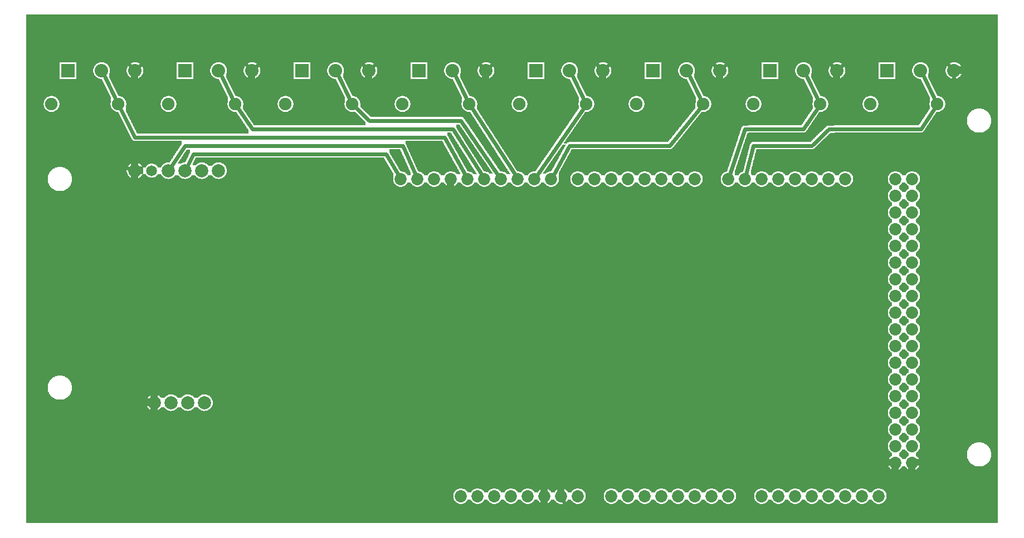
<source format=gbl>
G04 MADE WITH FRITZING*
G04 WWW.FRITZING.ORG*
G04 DOUBLE SIDED*
G04 HOLES PLATED*
G04 CONTOUR ON CENTER OF CONTOUR VECTOR*
%ASAXBY*%
%FSLAX23Y23*%
%MOIN*%
%OFA0B0*%
%SFA1.0B1.0*%
%ADD10C,0.075000*%
%ADD11C,0.072917*%
%ADD12C,0.078861*%
%ADD13C,0.064972*%
%ADD14C,0.078833*%
%ADD15C,0.080000*%
%ADD16R,0.080000X0.080000*%
%ADD17C,0.024000*%
%LNCOPPER0*%
G90*
G70*
G54D10*
X124Y3013D03*
X2409Y2263D03*
G54D11*
X4540Y204D03*
X2940Y204D03*
X4640Y204D03*
X4740Y204D03*
X4840Y204D03*
X4940Y204D03*
X5240Y1604D03*
X5040Y204D03*
X5140Y204D03*
X2980Y2104D03*
X3540Y204D03*
X3640Y204D03*
X3740Y204D03*
X3840Y204D03*
X5240Y804D03*
X3940Y204D03*
X4040Y204D03*
X4140Y204D03*
X4240Y204D03*
X3740Y2104D03*
X5240Y2004D03*
X5240Y1204D03*
X5240Y404D03*
X2580Y2104D03*
X3340Y204D03*
X3340Y2104D03*
X5240Y1804D03*
X5240Y1404D03*
X5240Y1004D03*
X4940Y2104D03*
X5240Y604D03*
X4840Y2104D03*
X4740Y2104D03*
X4640Y2104D03*
X4540Y2104D03*
X4440Y2104D03*
X4340Y2104D03*
X4240Y2104D03*
X2380Y2104D03*
X2780Y2104D03*
X3180Y2104D03*
X2740Y204D03*
X3140Y204D03*
X3940Y2104D03*
X3540Y2104D03*
X5240Y2104D03*
X5240Y1904D03*
X5240Y1704D03*
X5240Y1504D03*
X5240Y1304D03*
X5240Y1104D03*
X5240Y904D03*
X5240Y704D03*
X5240Y504D03*
X2280Y2104D03*
X2480Y2104D03*
X2680Y2104D03*
X2880Y2104D03*
X3080Y2104D03*
X2640Y204D03*
X2840Y204D03*
X3040Y204D03*
X3240Y204D03*
X4040Y2104D03*
X3840Y2104D03*
X3640Y2104D03*
X3440Y2104D03*
X5340Y2104D03*
X5340Y2004D03*
X5340Y1904D03*
X5340Y1804D03*
X5340Y1704D03*
X5340Y1604D03*
X5340Y1504D03*
X5340Y1404D03*
X5340Y1304D03*
X5340Y1204D03*
X5340Y1104D03*
X5340Y1004D03*
X5340Y904D03*
X5340Y804D03*
X5340Y704D03*
X5340Y604D03*
X5340Y504D03*
X5340Y404D03*
X4440Y204D03*
G54D12*
X690Y2154D03*
G54D13*
X790Y2154D03*
G54D12*
X890Y2154D03*
X990Y2154D03*
X1090Y2154D03*
X1190Y2154D03*
G54D14*
X806Y764D03*
X906Y764D03*
X1006Y764D03*
X1106Y764D03*
G54D10*
X4390Y2554D03*
X4790Y2554D03*
X190Y2554D03*
X590Y2554D03*
X3690Y2554D03*
X4090Y2554D03*
X5090Y2554D03*
X5490Y2554D03*
X2990Y2554D03*
X3390Y2554D03*
X2290Y2554D03*
X2690Y2554D03*
X1590Y2554D03*
X1990Y2554D03*
X890Y2554D03*
X1290Y2554D03*
G54D15*
X1190Y2754D03*
X1390Y2754D03*
X990Y2754D03*
X4690Y2754D03*
X4890Y2754D03*
X4490Y2754D03*
X5390Y2754D03*
X5590Y2754D03*
X5190Y2754D03*
X3290Y2754D03*
X3490Y2754D03*
X3090Y2754D03*
X3990Y2754D03*
X4190Y2754D03*
X3790Y2754D03*
X2590Y2754D03*
X2790Y2754D03*
X2390Y2754D03*
X490Y2754D03*
X690Y2754D03*
X290Y2754D03*
X1890Y2754D03*
X2090Y2754D03*
X1690Y2754D03*
G54D16*
X990Y2754D03*
X4490Y2754D03*
X5190Y2754D03*
X3090Y2754D03*
X3790Y2754D03*
X2390Y2754D03*
X290Y2754D03*
X1690Y2754D03*
G54D17*
X1368Y2776D02*
X1291Y2853D01*
D02*
X1291Y2853D02*
X789Y2853D01*
D02*
X789Y2853D02*
X712Y2776D01*
D02*
X1990Y2853D02*
X1491Y2853D01*
D02*
X1491Y2853D02*
X1412Y2775D01*
D02*
X2068Y2775D02*
X1990Y2853D01*
D02*
X2689Y2853D02*
X2190Y2853D01*
D02*
X2190Y2853D02*
X2112Y2775D01*
D02*
X2768Y2775D02*
X2689Y2853D01*
D02*
X3390Y2854D02*
X2890Y2854D01*
D02*
X2890Y2854D02*
X2812Y2775D01*
D02*
X3468Y2776D02*
X3390Y2854D01*
D02*
X4089Y2854D02*
X3590Y2854D01*
D02*
X3590Y2854D02*
X3512Y2776D01*
D02*
X4168Y2775D02*
X4089Y2854D01*
D02*
X4789Y2854D02*
X4289Y2854D01*
D02*
X4868Y2775D02*
X4789Y2854D01*
D02*
X4289Y2854D02*
X4212Y2776D01*
D02*
X5491Y2854D02*
X4991Y2854D01*
D02*
X5568Y2776D02*
X5491Y2854D01*
D02*
X4991Y2854D02*
X4912Y2775D01*
D02*
X5491Y103D02*
X3289Y102D01*
D02*
X3289Y102D02*
X3253Y176D01*
D02*
X5591Y204D02*
X5491Y103D01*
D02*
X5590Y2722D02*
X5591Y204D01*
D02*
X577Y2579D02*
X504Y2726D01*
D02*
X2640Y2454D02*
X2863Y2128D01*
D02*
X2091Y2454D02*
X2640Y2454D01*
D02*
X2010Y2533D02*
X2091Y2454D01*
D02*
X689Y2354D02*
X603Y2528D01*
D02*
X2541Y2354D02*
X689Y2354D01*
D02*
X2665Y2130D02*
X2541Y2354D01*
D02*
X1391Y2403D02*
X1306Y2530D01*
D02*
X2591Y2404D02*
X1391Y2403D01*
D02*
X2764Y2129D02*
X2591Y2404D01*
D02*
X1204Y2726D02*
X1277Y2579D01*
D02*
X1977Y2579D02*
X1904Y2726D01*
D02*
X2677Y2579D02*
X2604Y2726D01*
D02*
X2964Y2129D02*
X2705Y2529D01*
D02*
X3377Y2579D02*
X3304Y2726D01*
D02*
X3097Y2128D02*
X3374Y2530D01*
D02*
X3194Y2130D02*
X3290Y2304D01*
D02*
X3290Y2304D02*
X3890Y2304D01*
D02*
X3890Y2304D02*
X4072Y2531D01*
D02*
X4777Y2579D02*
X4704Y2726D01*
D02*
X4077Y2579D02*
X4004Y2726D01*
D02*
X4689Y2404D02*
X4774Y2530D01*
D02*
X4339Y2402D02*
X4689Y2404D01*
D02*
X4249Y2132D02*
X4339Y2402D01*
D02*
X5404Y2726D02*
X5477Y2579D01*
D02*
X5391Y2404D02*
X5474Y2530D01*
D02*
X4841Y2402D02*
X5391Y2404D01*
D02*
X4740Y2304D02*
X4841Y2402D01*
D02*
X4390Y2304D02*
X4740Y2304D01*
D02*
X4347Y2133D02*
X4390Y2304D01*
D02*
X591Y2853D02*
X668Y2776D01*
D02*
X191Y2304D02*
X90Y2454D01*
D02*
X540Y2204D02*
X490Y2304D01*
D02*
X90Y2454D02*
X89Y2653D01*
D02*
X490Y2304D02*
X191Y2304D01*
D02*
X655Y2165D02*
X540Y2204D01*
D02*
X89Y2653D02*
X191Y2853D01*
D02*
X191Y2853D02*
X591Y2853D01*
D02*
X1039Y2254D02*
X2191Y2254D01*
D02*
X2191Y2254D02*
X2265Y2129D01*
D02*
X1006Y2186D02*
X1039Y2254D01*
D02*
X989Y2304D02*
X910Y2184D01*
D02*
X2368Y2131D02*
X2291Y2303D01*
D02*
X2291Y2303D02*
X989Y2304D01*
G36*
X40Y3090D02*
X40Y2804D01*
X5600Y2804D01*
X5600Y2802D01*
X5606Y2802D01*
X5606Y2800D01*
X5612Y2800D01*
X5612Y2798D01*
X5614Y2798D01*
X5614Y2796D01*
X5618Y2796D01*
X5618Y2794D01*
X5620Y2794D01*
X5620Y2792D01*
X5624Y2792D01*
X5624Y2790D01*
X5626Y2790D01*
X5626Y2788D01*
X5628Y2788D01*
X5628Y2784D01*
X5630Y2784D01*
X5630Y2782D01*
X5632Y2782D01*
X5632Y2778D01*
X5634Y2778D01*
X5634Y2776D01*
X5636Y2776D01*
X5636Y2770D01*
X5638Y2770D01*
X5638Y2764D01*
X5640Y2764D01*
X5640Y2744D01*
X5638Y2744D01*
X5638Y2738D01*
X5636Y2738D01*
X5636Y2732D01*
X5634Y2732D01*
X5634Y2730D01*
X5632Y2730D01*
X5632Y2726D01*
X5630Y2726D01*
X5630Y2724D01*
X5628Y2724D01*
X5628Y2720D01*
X5626Y2720D01*
X5626Y2718D01*
X5624Y2718D01*
X5624Y2716D01*
X5620Y2716D01*
X5620Y2714D01*
X5618Y2714D01*
X5618Y2712D01*
X5614Y2712D01*
X5614Y2710D01*
X5612Y2710D01*
X5612Y2708D01*
X5606Y2708D01*
X5606Y2706D01*
X5600Y2706D01*
X5600Y2704D01*
X5852Y2704D01*
X5852Y3090D01*
X40Y3090D01*
G37*
D02*
G36*
X40Y2804D02*
X40Y2704D01*
X240Y2704D01*
X240Y2804D01*
X40Y2804D01*
G37*
D02*
G36*
X340Y2804D02*
X340Y2704D01*
X480Y2704D01*
X480Y2706D01*
X474Y2706D01*
X474Y2708D01*
X468Y2708D01*
X468Y2710D01*
X464Y2710D01*
X464Y2712D01*
X462Y2712D01*
X462Y2714D01*
X460Y2714D01*
X460Y2716D01*
X456Y2716D01*
X456Y2718D01*
X454Y2718D01*
X454Y2720D01*
X452Y2720D01*
X452Y2724D01*
X450Y2724D01*
X450Y2726D01*
X448Y2726D01*
X448Y2728D01*
X446Y2728D01*
X446Y2732D01*
X444Y2732D01*
X444Y2738D01*
X442Y2738D01*
X442Y2744D01*
X440Y2744D01*
X440Y2764D01*
X442Y2764D01*
X442Y2770D01*
X444Y2770D01*
X444Y2776D01*
X446Y2776D01*
X446Y2780D01*
X448Y2780D01*
X448Y2782D01*
X450Y2782D01*
X450Y2784D01*
X452Y2784D01*
X452Y2788D01*
X454Y2788D01*
X454Y2790D01*
X456Y2790D01*
X456Y2792D01*
X460Y2792D01*
X460Y2794D01*
X462Y2794D01*
X462Y2796D01*
X466Y2796D01*
X466Y2798D01*
X468Y2798D01*
X468Y2800D01*
X474Y2800D01*
X474Y2802D01*
X480Y2802D01*
X480Y2804D01*
X340Y2804D01*
G37*
D02*
G36*
X500Y2804D02*
X500Y2802D01*
X506Y2802D01*
X506Y2800D01*
X512Y2800D01*
X512Y2798D01*
X514Y2798D01*
X514Y2796D01*
X518Y2796D01*
X518Y2794D01*
X520Y2794D01*
X520Y2792D01*
X524Y2792D01*
X524Y2790D01*
X526Y2790D01*
X526Y2788D01*
X528Y2788D01*
X528Y2784D01*
X530Y2784D01*
X530Y2782D01*
X532Y2782D01*
X532Y2778D01*
X534Y2778D01*
X534Y2776D01*
X536Y2776D01*
X536Y2770D01*
X538Y2770D01*
X538Y2764D01*
X540Y2764D01*
X540Y2744D01*
X538Y2744D01*
X538Y2738D01*
X536Y2738D01*
X536Y2710D01*
X538Y2710D01*
X538Y2706D01*
X540Y2706D01*
X540Y2704D01*
X680Y2704D01*
X680Y2706D01*
X674Y2706D01*
X674Y2708D01*
X668Y2708D01*
X668Y2710D01*
X664Y2710D01*
X664Y2712D01*
X662Y2712D01*
X662Y2714D01*
X660Y2714D01*
X660Y2716D01*
X656Y2716D01*
X656Y2718D01*
X654Y2718D01*
X654Y2720D01*
X652Y2720D01*
X652Y2724D01*
X650Y2724D01*
X650Y2726D01*
X648Y2726D01*
X648Y2728D01*
X646Y2728D01*
X646Y2732D01*
X644Y2732D01*
X644Y2738D01*
X642Y2738D01*
X642Y2744D01*
X640Y2744D01*
X640Y2764D01*
X642Y2764D01*
X642Y2770D01*
X644Y2770D01*
X644Y2776D01*
X646Y2776D01*
X646Y2780D01*
X648Y2780D01*
X648Y2782D01*
X650Y2782D01*
X650Y2784D01*
X652Y2784D01*
X652Y2788D01*
X654Y2788D01*
X654Y2790D01*
X656Y2790D01*
X656Y2792D01*
X660Y2792D01*
X660Y2794D01*
X662Y2794D01*
X662Y2796D01*
X666Y2796D01*
X666Y2798D01*
X668Y2798D01*
X668Y2800D01*
X674Y2800D01*
X674Y2802D01*
X680Y2802D01*
X680Y2804D01*
X500Y2804D01*
G37*
D02*
G36*
X700Y2804D02*
X700Y2802D01*
X706Y2802D01*
X706Y2800D01*
X712Y2800D01*
X712Y2798D01*
X714Y2798D01*
X714Y2796D01*
X718Y2796D01*
X718Y2794D01*
X720Y2794D01*
X720Y2792D01*
X724Y2792D01*
X724Y2790D01*
X726Y2790D01*
X726Y2788D01*
X728Y2788D01*
X728Y2784D01*
X730Y2784D01*
X730Y2782D01*
X732Y2782D01*
X732Y2778D01*
X734Y2778D01*
X734Y2776D01*
X736Y2776D01*
X736Y2770D01*
X738Y2770D01*
X738Y2764D01*
X740Y2764D01*
X740Y2744D01*
X738Y2744D01*
X738Y2738D01*
X736Y2738D01*
X736Y2732D01*
X734Y2732D01*
X734Y2730D01*
X732Y2730D01*
X732Y2726D01*
X730Y2726D01*
X730Y2724D01*
X728Y2724D01*
X728Y2720D01*
X726Y2720D01*
X726Y2718D01*
X724Y2718D01*
X724Y2716D01*
X720Y2716D01*
X720Y2714D01*
X718Y2714D01*
X718Y2712D01*
X714Y2712D01*
X714Y2710D01*
X712Y2710D01*
X712Y2708D01*
X706Y2708D01*
X706Y2706D01*
X700Y2706D01*
X700Y2704D01*
X940Y2704D01*
X940Y2804D01*
X700Y2804D01*
G37*
D02*
G36*
X1040Y2804D02*
X1040Y2704D01*
X1180Y2704D01*
X1180Y2706D01*
X1174Y2706D01*
X1174Y2708D01*
X1168Y2708D01*
X1168Y2710D01*
X1164Y2710D01*
X1164Y2712D01*
X1162Y2712D01*
X1162Y2714D01*
X1160Y2714D01*
X1160Y2716D01*
X1156Y2716D01*
X1156Y2718D01*
X1154Y2718D01*
X1154Y2720D01*
X1152Y2720D01*
X1152Y2724D01*
X1150Y2724D01*
X1150Y2726D01*
X1148Y2726D01*
X1148Y2728D01*
X1146Y2728D01*
X1146Y2732D01*
X1144Y2732D01*
X1144Y2738D01*
X1142Y2738D01*
X1142Y2744D01*
X1140Y2744D01*
X1140Y2764D01*
X1142Y2764D01*
X1142Y2770D01*
X1144Y2770D01*
X1144Y2776D01*
X1146Y2776D01*
X1146Y2780D01*
X1148Y2780D01*
X1148Y2782D01*
X1150Y2782D01*
X1150Y2784D01*
X1152Y2784D01*
X1152Y2788D01*
X1154Y2788D01*
X1154Y2790D01*
X1156Y2790D01*
X1156Y2792D01*
X1160Y2792D01*
X1160Y2794D01*
X1162Y2794D01*
X1162Y2796D01*
X1166Y2796D01*
X1166Y2798D01*
X1168Y2798D01*
X1168Y2800D01*
X1174Y2800D01*
X1174Y2802D01*
X1180Y2802D01*
X1180Y2804D01*
X1040Y2804D01*
G37*
D02*
G36*
X1200Y2804D02*
X1200Y2802D01*
X1206Y2802D01*
X1206Y2800D01*
X1212Y2800D01*
X1212Y2798D01*
X1214Y2798D01*
X1214Y2796D01*
X1218Y2796D01*
X1218Y2794D01*
X1220Y2794D01*
X1220Y2792D01*
X1224Y2792D01*
X1224Y2790D01*
X1226Y2790D01*
X1226Y2788D01*
X1228Y2788D01*
X1228Y2784D01*
X1230Y2784D01*
X1230Y2782D01*
X1232Y2782D01*
X1232Y2778D01*
X1234Y2778D01*
X1234Y2776D01*
X1236Y2776D01*
X1236Y2770D01*
X1238Y2770D01*
X1238Y2764D01*
X1240Y2764D01*
X1240Y2744D01*
X1238Y2744D01*
X1238Y2738D01*
X1236Y2738D01*
X1236Y2710D01*
X1238Y2710D01*
X1238Y2706D01*
X1240Y2706D01*
X1240Y2704D01*
X1380Y2704D01*
X1380Y2706D01*
X1374Y2706D01*
X1374Y2708D01*
X1368Y2708D01*
X1368Y2710D01*
X1364Y2710D01*
X1364Y2712D01*
X1362Y2712D01*
X1362Y2714D01*
X1360Y2714D01*
X1360Y2716D01*
X1356Y2716D01*
X1356Y2718D01*
X1354Y2718D01*
X1354Y2720D01*
X1352Y2720D01*
X1352Y2724D01*
X1350Y2724D01*
X1350Y2726D01*
X1348Y2726D01*
X1348Y2728D01*
X1346Y2728D01*
X1346Y2732D01*
X1344Y2732D01*
X1344Y2738D01*
X1342Y2738D01*
X1342Y2744D01*
X1340Y2744D01*
X1340Y2764D01*
X1342Y2764D01*
X1342Y2770D01*
X1344Y2770D01*
X1344Y2776D01*
X1346Y2776D01*
X1346Y2780D01*
X1348Y2780D01*
X1348Y2782D01*
X1350Y2782D01*
X1350Y2784D01*
X1352Y2784D01*
X1352Y2788D01*
X1354Y2788D01*
X1354Y2790D01*
X1356Y2790D01*
X1356Y2792D01*
X1360Y2792D01*
X1360Y2794D01*
X1362Y2794D01*
X1362Y2796D01*
X1366Y2796D01*
X1366Y2798D01*
X1368Y2798D01*
X1368Y2800D01*
X1374Y2800D01*
X1374Y2802D01*
X1380Y2802D01*
X1380Y2804D01*
X1200Y2804D01*
G37*
D02*
G36*
X1400Y2804D02*
X1400Y2802D01*
X1406Y2802D01*
X1406Y2800D01*
X1412Y2800D01*
X1412Y2798D01*
X1414Y2798D01*
X1414Y2796D01*
X1418Y2796D01*
X1418Y2794D01*
X1420Y2794D01*
X1420Y2792D01*
X1424Y2792D01*
X1424Y2790D01*
X1426Y2790D01*
X1426Y2788D01*
X1428Y2788D01*
X1428Y2784D01*
X1430Y2784D01*
X1430Y2782D01*
X1432Y2782D01*
X1432Y2778D01*
X1434Y2778D01*
X1434Y2776D01*
X1436Y2776D01*
X1436Y2770D01*
X1438Y2770D01*
X1438Y2764D01*
X1440Y2764D01*
X1440Y2744D01*
X1438Y2744D01*
X1438Y2738D01*
X1436Y2738D01*
X1436Y2732D01*
X1434Y2732D01*
X1434Y2730D01*
X1432Y2730D01*
X1432Y2726D01*
X1430Y2726D01*
X1430Y2724D01*
X1428Y2724D01*
X1428Y2720D01*
X1426Y2720D01*
X1426Y2718D01*
X1424Y2718D01*
X1424Y2716D01*
X1420Y2716D01*
X1420Y2714D01*
X1418Y2714D01*
X1418Y2712D01*
X1414Y2712D01*
X1414Y2710D01*
X1412Y2710D01*
X1412Y2708D01*
X1406Y2708D01*
X1406Y2706D01*
X1400Y2706D01*
X1400Y2704D01*
X1640Y2704D01*
X1640Y2804D01*
X1400Y2804D01*
G37*
D02*
G36*
X1740Y2804D02*
X1740Y2704D01*
X1880Y2704D01*
X1880Y2706D01*
X1874Y2706D01*
X1874Y2708D01*
X1868Y2708D01*
X1868Y2710D01*
X1864Y2710D01*
X1864Y2712D01*
X1862Y2712D01*
X1862Y2714D01*
X1860Y2714D01*
X1860Y2716D01*
X1856Y2716D01*
X1856Y2718D01*
X1854Y2718D01*
X1854Y2720D01*
X1852Y2720D01*
X1852Y2724D01*
X1850Y2724D01*
X1850Y2726D01*
X1848Y2726D01*
X1848Y2728D01*
X1846Y2728D01*
X1846Y2732D01*
X1844Y2732D01*
X1844Y2738D01*
X1842Y2738D01*
X1842Y2744D01*
X1840Y2744D01*
X1840Y2764D01*
X1842Y2764D01*
X1842Y2770D01*
X1844Y2770D01*
X1844Y2776D01*
X1846Y2776D01*
X1846Y2780D01*
X1848Y2780D01*
X1848Y2782D01*
X1850Y2782D01*
X1850Y2784D01*
X1852Y2784D01*
X1852Y2788D01*
X1854Y2788D01*
X1854Y2790D01*
X1856Y2790D01*
X1856Y2792D01*
X1860Y2792D01*
X1860Y2794D01*
X1862Y2794D01*
X1862Y2796D01*
X1866Y2796D01*
X1866Y2798D01*
X1868Y2798D01*
X1868Y2800D01*
X1874Y2800D01*
X1874Y2802D01*
X1880Y2802D01*
X1880Y2804D01*
X1740Y2804D01*
G37*
D02*
G36*
X1900Y2804D02*
X1900Y2802D01*
X1906Y2802D01*
X1906Y2800D01*
X1912Y2800D01*
X1912Y2798D01*
X1914Y2798D01*
X1914Y2796D01*
X1918Y2796D01*
X1918Y2794D01*
X1920Y2794D01*
X1920Y2792D01*
X1924Y2792D01*
X1924Y2790D01*
X1926Y2790D01*
X1926Y2788D01*
X1928Y2788D01*
X1928Y2784D01*
X1930Y2784D01*
X1930Y2782D01*
X1932Y2782D01*
X1932Y2778D01*
X1934Y2778D01*
X1934Y2776D01*
X1936Y2776D01*
X1936Y2770D01*
X1938Y2770D01*
X1938Y2764D01*
X1940Y2764D01*
X1940Y2744D01*
X1938Y2744D01*
X1938Y2738D01*
X1936Y2738D01*
X1936Y2710D01*
X1938Y2710D01*
X1938Y2706D01*
X1940Y2706D01*
X1940Y2704D01*
X2080Y2704D01*
X2080Y2706D01*
X2074Y2706D01*
X2074Y2708D01*
X2068Y2708D01*
X2068Y2710D01*
X2064Y2710D01*
X2064Y2712D01*
X2062Y2712D01*
X2062Y2714D01*
X2060Y2714D01*
X2060Y2716D01*
X2056Y2716D01*
X2056Y2718D01*
X2054Y2718D01*
X2054Y2720D01*
X2052Y2720D01*
X2052Y2724D01*
X2050Y2724D01*
X2050Y2726D01*
X2048Y2726D01*
X2048Y2728D01*
X2046Y2728D01*
X2046Y2732D01*
X2044Y2732D01*
X2044Y2738D01*
X2042Y2738D01*
X2042Y2744D01*
X2040Y2744D01*
X2040Y2764D01*
X2042Y2764D01*
X2042Y2770D01*
X2044Y2770D01*
X2044Y2776D01*
X2046Y2776D01*
X2046Y2780D01*
X2048Y2780D01*
X2048Y2782D01*
X2050Y2782D01*
X2050Y2784D01*
X2052Y2784D01*
X2052Y2788D01*
X2054Y2788D01*
X2054Y2790D01*
X2056Y2790D01*
X2056Y2792D01*
X2060Y2792D01*
X2060Y2794D01*
X2062Y2794D01*
X2062Y2796D01*
X2066Y2796D01*
X2066Y2798D01*
X2068Y2798D01*
X2068Y2800D01*
X2074Y2800D01*
X2074Y2802D01*
X2080Y2802D01*
X2080Y2804D01*
X1900Y2804D01*
G37*
D02*
G36*
X2100Y2804D02*
X2100Y2802D01*
X2106Y2802D01*
X2106Y2800D01*
X2112Y2800D01*
X2112Y2798D01*
X2114Y2798D01*
X2114Y2796D01*
X2118Y2796D01*
X2118Y2794D01*
X2120Y2794D01*
X2120Y2792D01*
X2124Y2792D01*
X2124Y2790D01*
X2126Y2790D01*
X2126Y2788D01*
X2128Y2788D01*
X2128Y2784D01*
X2130Y2784D01*
X2130Y2782D01*
X2132Y2782D01*
X2132Y2778D01*
X2134Y2778D01*
X2134Y2776D01*
X2136Y2776D01*
X2136Y2770D01*
X2138Y2770D01*
X2138Y2764D01*
X2140Y2764D01*
X2140Y2744D01*
X2138Y2744D01*
X2138Y2738D01*
X2136Y2738D01*
X2136Y2732D01*
X2134Y2732D01*
X2134Y2730D01*
X2132Y2730D01*
X2132Y2726D01*
X2130Y2726D01*
X2130Y2724D01*
X2128Y2724D01*
X2128Y2720D01*
X2126Y2720D01*
X2126Y2718D01*
X2124Y2718D01*
X2124Y2716D01*
X2120Y2716D01*
X2120Y2714D01*
X2118Y2714D01*
X2118Y2712D01*
X2114Y2712D01*
X2114Y2710D01*
X2112Y2710D01*
X2112Y2708D01*
X2106Y2708D01*
X2106Y2706D01*
X2100Y2706D01*
X2100Y2704D01*
X2340Y2704D01*
X2340Y2804D01*
X2100Y2804D01*
G37*
D02*
G36*
X2440Y2804D02*
X2440Y2704D01*
X2580Y2704D01*
X2580Y2706D01*
X2574Y2706D01*
X2574Y2708D01*
X2568Y2708D01*
X2568Y2710D01*
X2564Y2710D01*
X2564Y2712D01*
X2562Y2712D01*
X2562Y2714D01*
X2560Y2714D01*
X2560Y2716D01*
X2556Y2716D01*
X2556Y2718D01*
X2554Y2718D01*
X2554Y2720D01*
X2552Y2720D01*
X2552Y2724D01*
X2550Y2724D01*
X2550Y2726D01*
X2548Y2726D01*
X2548Y2728D01*
X2546Y2728D01*
X2546Y2732D01*
X2544Y2732D01*
X2544Y2738D01*
X2542Y2738D01*
X2542Y2744D01*
X2540Y2744D01*
X2540Y2764D01*
X2542Y2764D01*
X2542Y2770D01*
X2544Y2770D01*
X2544Y2776D01*
X2546Y2776D01*
X2546Y2780D01*
X2548Y2780D01*
X2548Y2782D01*
X2550Y2782D01*
X2550Y2784D01*
X2552Y2784D01*
X2552Y2788D01*
X2554Y2788D01*
X2554Y2790D01*
X2556Y2790D01*
X2556Y2792D01*
X2560Y2792D01*
X2560Y2794D01*
X2562Y2794D01*
X2562Y2796D01*
X2566Y2796D01*
X2566Y2798D01*
X2568Y2798D01*
X2568Y2800D01*
X2574Y2800D01*
X2574Y2802D01*
X2580Y2802D01*
X2580Y2804D01*
X2440Y2804D01*
G37*
D02*
G36*
X2600Y2804D02*
X2600Y2802D01*
X2606Y2802D01*
X2606Y2800D01*
X2612Y2800D01*
X2612Y2798D01*
X2614Y2798D01*
X2614Y2796D01*
X2618Y2796D01*
X2618Y2794D01*
X2620Y2794D01*
X2620Y2792D01*
X2624Y2792D01*
X2624Y2790D01*
X2626Y2790D01*
X2626Y2788D01*
X2628Y2788D01*
X2628Y2784D01*
X2630Y2784D01*
X2630Y2782D01*
X2632Y2782D01*
X2632Y2778D01*
X2634Y2778D01*
X2634Y2776D01*
X2636Y2776D01*
X2636Y2770D01*
X2638Y2770D01*
X2638Y2764D01*
X2640Y2764D01*
X2640Y2744D01*
X2638Y2744D01*
X2638Y2738D01*
X2636Y2738D01*
X2636Y2710D01*
X2638Y2710D01*
X2638Y2706D01*
X2640Y2706D01*
X2640Y2704D01*
X2780Y2704D01*
X2780Y2706D01*
X2774Y2706D01*
X2774Y2708D01*
X2768Y2708D01*
X2768Y2710D01*
X2764Y2710D01*
X2764Y2712D01*
X2762Y2712D01*
X2762Y2714D01*
X2760Y2714D01*
X2760Y2716D01*
X2756Y2716D01*
X2756Y2718D01*
X2754Y2718D01*
X2754Y2720D01*
X2752Y2720D01*
X2752Y2724D01*
X2750Y2724D01*
X2750Y2726D01*
X2748Y2726D01*
X2748Y2728D01*
X2746Y2728D01*
X2746Y2732D01*
X2744Y2732D01*
X2744Y2738D01*
X2742Y2738D01*
X2742Y2744D01*
X2740Y2744D01*
X2740Y2764D01*
X2742Y2764D01*
X2742Y2770D01*
X2744Y2770D01*
X2744Y2776D01*
X2746Y2776D01*
X2746Y2780D01*
X2748Y2780D01*
X2748Y2782D01*
X2750Y2782D01*
X2750Y2784D01*
X2752Y2784D01*
X2752Y2788D01*
X2754Y2788D01*
X2754Y2790D01*
X2756Y2790D01*
X2756Y2792D01*
X2760Y2792D01*
X2760Y2794D01*
X2762Y2794D01*
X2762Y2796D01*
X2766Y2796D01*
X2766Y2798D01*
X2768Y2798D01*
X2768Y2800D01*
X2774Y2800D01*
X2774Y2802D01*
X2780Y2802D01*
X2780Y2804D01*
X2600Y2804D01*
G37*
D02*
G36*
X2800Y2804D02*
X2800Y2802D01*
X2806Y2802D01*
X2806Y2800D01*
X2812Y2800D01*
X2812Y2798D01*
X2814Y2798D01*
X2814Y2796D01*
X2818Y2796D01*
X2818Y2794D01*
X2820Y2794D01*
X2820Y2792D01*
X2824Y2792D01*
X2824Y2790D01*
X2826Y2790D01*
X2826Y2788D01*
X2828Y2788D01*
X2828Y2784D01*
X2830Y2784D01*
X2830Y2782D01*
X2832Y2782D01*
X2832Y2778D01*
X2834Y2778D01*
X2834Y2776D01*
X2836Y2776D01*
X2836Y2770D01*
X2838Y2770D01*
X2838Y2764D01*
X2840Y2764D01*
X2840Y2744D01*
X2838Y2744D01*
X2838Y2738D01*
X2836Y2738D01*
X2836Y2732D01*
X2834Y2732D01*
X2834Y2730D01*
X2832Y2730D01*
X2832Y2726D01*
X2830Y2726D01*
X2830Y2724D01*
X2828Y2724D01*
X2828Y2720D01*
X2826Y2720D01*
X2826Y2718D01*
X2824Y2718D01*
X2824Y2716D01*
X2820Y2716D01*
X2820Y2714D01*
X2818Y2714D01*
X2818Y2712D01*
X2814Y2712D01*
X2814Y2710D01*
X2812Y2710D01*
X2812Y2708D01*
X2806Y2708D01*
X2806Y2706D01*
X2800Y2706D01*
X2800Y2704D01*
X3040Y2704D01*
X3040Y2804D01*
X2800Y2804D01*
G37*
D02*
G36*
X3140Y2804D02*
X3140Y2704D01*
X3280Y2704D01*
X3280Y2706D01*
X3274Y2706D01*
X3274Y2708D01*
X3268Y2708D01*
X3268Y2710D01*
X3264Y2710D01*
X3264Y2712D01*
X3262Y2712D01*
X3262Y2714D01*
X3260Y2714D01*
X3260Y2716D01*
X3256Y2716D01*
X3256Y2718D01*
X3254Y2718D01*
X3254Y2720D01*
X3252Y2720D01*
X3252Y2724D01*
X3250Y2724D01*
X3250Y2726D01*
X3248Y2726D01*
X3248Y2728D01*
X3246Y2728D01*
X3246Y2732D01*
X3244Y2732D01*
X3244Y2738D01*
X3242Y2738D01*
X3242Y2744D01*
X3240Y2744D01*
X3240Y2764D01*
X3242Y2764D01*
X3242Y2770D01*
X3244Y2770D01*
X3244Y2776D01*
X3246Y2776D01*
X3246Y2780D01*
X3248Y2780D01*
X3248Y2782D01*
X3250Y2782D01*
X3250Y2784D01*
X3252Y2784D01*
X3252Y2788D01*
X3254Y2788D01*
X3254Y2790D01*
X3256Y2790D01*
X3256Y2792D01*
X3260Y2792D01*
X3260Y2794D01*
X3262Y2794D01*
X3262Y2796D01*
X3266Y2796D01*
X3266Y2798D01*
X3268Y2798D01*
X3268Y2800D01*
X3274Y2800D01*
X3274Y2802D01*
X3280Y2802D01*
X3280Y2804D01*
X3140Y2804D01*
G37*
D02*
G36*
X3300Y2804D02*
X3300Y2802D01*
X3306Y2802D01*
X3306Y2800D01*
X3312Y2800D01*
X3312Y2798D01*
X3314Y2798D01*
X3314Y2796D01*
X3318Y2796D01*
X3318Y2794D01*
X3320Y2794D01*
X3320Y2792D01*
X3324Y2792D01*
X3324Y2790D01*
X3326Y2790D01*
X3326Y2788D01*
X3328Y2788D01*
X3328Y2784D01*
X3330Y2784D01*
X3330Y2782D01*
X3332Y2782D01*
X3332Y2778D01*
X3334Y2778D01*
X3334Y2776D01*
X3336Y2776D01*
X3336Y2770D01*
X3338Y2770D01*
X3338Y2764D01*
X3340Y2764D01*
X3340Y2744D01*
X3338Y2744D01*
X3338Y2738D01*
X3336Y2738D01*
X3336Y2710D01*
X3338Y2710D01*
X3338Y2706D01*
X3340Y2706D01*
X3340Y2704D01*
X3480Y2704D01*
X3480Y2706D01*
X3474Y2706D01*
X3474Y2708D01*
X3468Y2708D01*
X3468Y2710D01*
X3464Y2710D01*
X3464Y2712D01*
X3462Y2712D01*
X3462Y2714D01*
X3460Y2714D01*
X3460Y2716D01*
X3456Y2716D01*
X3456Y2718D01*
X3454Y2718D01*
X3454Y2720D01*
X3452Y2720D01*
X3452Y2724D01*
X3450Y2724D01*
X3450Y2726D01*
X3448Y2726D01*
X3448Y2728D01*
X3446Y2728D01*
X3446Y2732D01*
X3444Y2732D01*
X3444Y2738D01*
X3442Y2738D01*
X3442Y2744D01*
X3440Y2744D01*
X3440Y2764D01*
X3442Y2764D01*
X3442Y2770D01*
X3444Y2770D01*
X3444Y2776D01*
X3446Y2776D01*
X3446Y2780D01*
X3448Y2780D01*
X3448Y2782D01*
X3450Y2782D01*
X3450Y2784D01*
X3452Y2784D01*
X3452Y2788D01*
X3454Y2788D01*
X3454Y2790D01*
X3456Y2790D01*
X3456Y2792D01*
X3460Y2792D01*
X3460Y2794D01*
X3462Y2794D01*
X3462Y2796D01*
X3466Y2796D01*
X3466Y2798D01*
X3468Y2798D01*
X3468Y2800D01*
X3474Y2800D01*
X3474Y2802D01*
X3480Y2802D01*
X3480Y2804D01*
X3300Y2804D01*
G37*
D02*
G36*
X3500Y2804D02*
X3500Y2802D01*
X3506Y2802D01*
X3506Y2800D01*
X3512Y2800D01*
X3512Y2798D01*
X3514Y2798D01*
X3514Y2796D01*
X3518Y2796D01*
X3518Y2794D01*
X3520Y2794D01*
X3520Y2792D01*
X3524Y2792D01*
X3524Y2790D01*
X3526Y2790D01*
X3526Y2788D01*
X3528Y2788D01*
X3528Y2784D01*
X3530Y2784D01*
X3530Y2782D01*
X3532Y2782D01*
X3532Y2778D01*
X3534Y2778D01*
X3534Y2776D01*
X3536Y2776D01*
X3536Y2770D01*
X3538Y2770D01*
X3538Y2764D01*
X3540Y2764D01*
X3540Y2744D01*
X3538Y2744D01*
X3538Y2738D01*
X3536Y2738D01*
X3536Y2732D01*
X3534Y2732D01*
X3534Y2730D01*
X3532Y2730D01*
X3532Y2726D01*
X3530Y2726D01*
X3530Y2724D01*
X3528Y2724D01*
X3528Y2720D01*
X3526Y2720D01*
X3526Y2718D01*
X3524Y2718D01*
X3524Y2716D01*
X3520Y2716D01*
X3520Y2714D01*
X3518Y2714D01*
X3518Y2712D01*
X3514Y2712D01*
X3514Y2710D01*
X3512Y2710D01*
X3512Y2708D01*
X3506Y2708D01*
X3506Y2706D01*
X3500Y2706D01*
X3500Y2704D01*
X3740Y2704D01*
X3740Y2804D01*
X3500Y2804D01*
G37*
D02*
G36*
X3840Y2804D02*
X3840Y2704D01*
X3980Y2704D01*
X3980Y2706D01*
X3974Y2706D01*
X3974Y2708D01*
X3968Y2708D01*
X3968Y2710D01*
X3964Y2710D01*
X3964Y2712D01*
X3962Y2712D01*
X3962Y2714D01*
X3960Y2714D01*
X3960Y2716D01*
X3956Y2716D01*
X3956Y2718D01*
X3954Y2718D01*
X3954Y2720D01*
X3952Y2720D01*
X3952Y2724D01*
X3950Y2724D01*
X3950Y2726D01*
X3948Y2726D01*
X3948Y2728D01*
X3946Y2728D01*
X3946Y2732D01*
X3944Y2732D01*
X3944Y2738D01*
X3942Y2738D01*
X3942Y2744D01*
X3940Y2744D01*
X3940Y2764D01*
X3942Y2764D01*
X3942Y2770D01*
X3944Y2770D01*
X3944Y2776D01*
X3946Y2776D01*
X3946Y2780D01*
X3948Y2780D01*
X3948Y2782D01*
X3950Y2782D01*
X3950Y2784D01*
X3952Y2784D01*
X3952Y2788D01*
X3954Y2788D01*
X3954Y2790D01*
X3956Y2790D01*
X3956Y2792D01*
X3960Y2792D01*
X3960Y2794D01*
X3962Y2794D01*
X3962Y2796D01*
X3966Y2796D01*
X3966Y2798D01*
X3968Y2798D01*
X3968Y2800D01*
X3974Y2800D01*
X3974Y2802D01*
X3980Y2802D01*
X3980Y2804D01*
X3840Y2804D01*
G37*
D02*
G36*
X4000Y2804D02*
X4000Y2802D01*
X4006Y2802D01*
X4006Y2800D01*
X4012Y2800D01*
X4012Y2798D01*
X4014Y2798D01*
X4014Y2796D01*
X4018Y2796D01*
X4018Y2794D01*
X4020Y2794D01*
X4020Y2792D01*
X4024Y2792D01*
X4024Y2790D01*
X4026Y2790D01*
X4026Y2788D01*
X4028Y2788D01*
X4028Y2784D01*
X4030Y2784D01*
X4030Y2782D01*
X4032Y2782D01*
X4032Y2778D01*
X4034Y2778D01*
X4034Y2776D01*
X4036Y2776D01*
X4036Y2770D01*
X4038Y2770D01*
X4038Y2764D01*
X4040Y2764D01*
X4040Y2744D01*
X4038Y2744D01*
X4038Y2738D01*
X4036Y2738D01*
X4036Y2710D01*
X4038Y2710D01*
X4038Y2706D01*
X4040Y2706D01*
X4040Y2704D01*
X4180Y2704D01*
X4180Y2706D01*
X4174Y2706D01*
X4174Y2708D01*
X4168Y2708D01*
X4168Y2710D01*
X4164Y2710D01*
X4164Y2712D01*
X4162Y2712D01*
X4162Y2714D01*
X4160Y2714D01*
X4160Y2716D01*
X4156Y2716D01*
X4156Y2718D01*
X4154Y2718D01*
X4154Y2720D01*
X4152Y2720D01*
X4152Y2724D01*
X4150Y2724D01*
X4150Y2726D01*
X4148Y2726D01*
X4148Y2728D01*
X4146Y2728D01*
X4146Y2732D01*
X4144Y2732D01*
X4144Y2738D01*
X4142Y2738D01*
X4142Y2744D01*
X4140Y2744D01*
X4140Y2764D01*
X4142Y2764D01*
X4142Y2770D01*
X4144Y2770D01*
X4144Y2776D01*
X4146Y2776D01*
X4146Y2780D01*
X4148Y2780D01*
X4148Y2782D01*
X4150Y2782D01*
X4150Y2784D01*
X4152Y2784D01*
X4152Y2788D01*
X4154Y2788D01*
X4154Y2790D01*
X4156Y2790D01*
X4156Y2792D01*
X4160Y2792D01*
X4160Y2794D01*
X4162Y2794D01*
X4162Y2796D01*
X4166Y2796D01*
X4166Y2798D01*
X4168Y2798D01*
X4168Y2800D01*
X4174Y2800D01*
X4174Y2802D01*
X4180Y2802D01*
X4180Y2804D01*
X4000Y2804D01*
G37*
D02*
G36*
X4200Y2804D02*
X4200Y2802D01*
X4206Y2802D01*
X4206Y2800D01*
X4212Y2800D01*
X4212Y2798D01*
X4214Y2798D01*
X4214Y2796D01*
X4218Y2796D01*
X4218Y2794D01*
X4220Y2794D01*
X4220Y2792D01*
X4224Y2792D01*
X4224Y2790D01*
X4226Y2790D01*
X4226Y2788D01*
X4228Y2788D01*
X4228Y2784D01*
X4230Y2784D01*
X4230Y2782D01*
X4232Y2782D01*
X4232Y2778D01*
X4234Y2778D01*
X4234Y2776D01*
X4236Y2776D01*
X4236Y2770D01*
X4238Y2770D01*
X4238Y2764D01*
X4240Y2764D01*
X4240Y2744D01*
X4238Y2744D01*
X4238Y2738D01*
X4236Y2738D01*
X4236Y2732D01*
X4234Y2732D01*
X4234Y2730D01*
X4232Y2730D01*
X4232Y2726D01*
X4230Y2726D01*
X4230Y2724D01*
X4228Y2724D01*
X4228Y2720D01*
X4226Y2720D01*
X4226Y2718D01*
X4224Y2718D01*
X4224Y2716D01*
X4220Y2716D01*
X4220Y2714D01*
X4218Y2714D01*
X4218Y2712D01*
X4214Y2712D01*
X4214Y2710D01*
X4212Y2710D01*
X4212Y2708D01*
X4206Y2708D01*
X4206Y2706D01*
X4200Y2706D01*
X4200Y2704D01*
X4440Y2704D01*
X4440Y2804D01*
X4200Y2804D01*
G37*
D02*
G36*
X4540Y2804D02*
X4540Y2704D01*
X4680Y2704D01*
X4680Y2706D01*
X4674Y2706D01*
X4674Y2708D01*
X4668Y2708D01*
X4668Y2710D01*
X4664Y2710D01*
X4664Y2712D01*
X4662Y2712D01*
X4662Y2714D01*
X4660Y2714D01*
X4660Y2716D01*
X4656Y2716D01*
X4656Y2718D01*
X4654Y2718D01*
X4654Y2720D01*
X4652Y2720D01*
X4652Y2724D01*
X4650Y2724D01*
X4650Y2726D01*
X4648Y2726D01*
X4648Y2728D01*
X4646Y2728D01*
X4646Y2732D01*
X4644Y2732D01*
X4644Y2738D01*
X4642Y2738D01*
X4642Y2744D01*
X4640Y2744D01*
X4640Y2764D01*
X4642Y2764D01*
X4642Y2770D01*
X4644Y2770D01*
X4644Y2776D01*
X4646Y2776D01*
X4646Y2780D01*
X4648Y2780D01*
X4648Y2782D01*
X4650Y2782D01*
X4650Y2784D01*
X4652Y2784D01*
X4652Y2788D01*
X4654Y2788D01*
X4654Y2790D01*
X4656Y2790D01*
X4656Y2792D01*
X4660Y2792D01*
X4660Y2794D01*
X4662Y2794D01*
X4662Y2796D01*
X4666Y2796D01*
X4666Y2798D01*
X4668Y2798D01*
X4668Y2800D01*
X4674Y2800D01*
X4674Y2802D01*
X4680Y2802D01*
X4680Y2804D01*
X4540Y2804D01*
G37*
D02*
G36*
X4700Y2804D02*
X4700Y2802D01*
X4706Y2802D01*
X4706Y2800D01*
X4712Y2800D01*
X4712Y2798D01*
X4714Y2798D01*
X4714Y2796D01*
X4718Y2796D01*
X4718Y2794D01*
X4720Y2794D01*
X4720Y2792D01*
X4724Y2792D01*
X4724Y2790D01*
X4726Y2790D01*
X4726Y2788D01*
X4728Y2788D01*
X4728Y2784D01*
X4730Y2784D01*
X4730Y2782D01*
X4732Y2782D01*
X4732Y2778D01*
X4734Y2778D01*
X4734Y2776D01*
X4736Y2776D01*
X4736Y2770D01*
X4738Y2770D01*
X4738Y2764D01*
X4740Y2764D01*
X4740Y2744D01*
X4738Y2744D01*
X4738Y2738D01*
X4736Y2738D01*
X4736Y2710D01*
X4738Y2710D01*
X4738Y2706D01*
X4740Y2706D01*
X4740Y2704D01*
X4880Y2704D01*
X4880Y2706D01*
X4874Y2706D01*
X4874Y2708D01*
X4868Y2708D01*
X4868Y2710D01*
X4864Y2710D01*
X4864Y2712D01*
X4862Y2712D01*
X4862Y2714D01*
X4860Y2714D01*
X4860Y2716D01*
X4856Y2716D01*
X4856Y2718D01*
X4854Y2718D01*
X4854Y2720D01*
X4852Y2720D01*
X4852Y2724D01*
X4850Y2724D01*
X4850Y2726D01*
X4848Y2726D01*
X4848Y2728D01*
X4846Y2728D01*
X4846Y2732D01*
X4844Y2732D01*
X4844Y2738D01*
X4842Y2738D01*
X4842Y2744D01*
X4840Y2744D01*
X4840Y2764D01*
X4842Y2764D01*
X4842Y2770D01*
X4844Y2770D01*
X4844Y2776D01*
X4846Y2776D01*
X4846Y2780D01*
X4848Y2780D01*
X4848Y2782D01*
X4850Y2782D01*
X4850Y2784D01*
X4852Y2784D01*
X4852Y2788D01*
X4854Y2788D01*
X4854Y2790D01*
X4856Y2790D01*
X4856Y2792D01*
X4860Y2792D01*
X4860Y2794D01*
X4862Y2794D01*
X4862Y2796D01*
X4866Y2796D01*
X4866Y2798D01*
X4868Y2798D01*
X4868Y2800D01*
X4874Y2800D01*
X4874Y2802D01*
X4880Y2802D01*
X4880Y2804D01*
X4700Y2804D01*
G37*
D02*
G36*
X4900Y2804D02*
X4900Y2802D01*
X4906Y2802D01*
X4906Y2800D01*
X4912Y2800D01*
X4912Y2798D01*
X4914Y2798D01*
X4914Y2796D01*
X4918Y2796D01*
X4918Y2794D01*
X4920Y2794D01*
X4920Y2792D01*
X4924Y2792D01*
X4924Y2790D01*
X4926Y2790D01*
X4926Y2788D01*
X4928Y2788D01*
X4928Y2784D01*
X4930Y2784D01*
X4930Y2782D01*
X4932Y2782D01*
X4932Y2778D01*
X4934Y2778D01*
X4934Y2776D01*
X4936Y2776D01*
X4936Y2770D01*
X4938Y2770D01*
X4938Y2764D01*
X4940Y2764D01*
X4940Y2744D01*
X4938Y2744D01*
X4938Y2738D01*
X4936Y2738D01*
X4936Y2732D01*
X4934Y2732D01*
X4934Y2730D01*
X4932Y2730D01*
X4932Y2726D01*
X4930Y2726D01*
X4930Y2724D01*
X4928Y2724D01*
X4928Y2720D01*
X4926Y2720D01*
X4926Y2718D01*
X4924Y2718D01*
X4924Y2716D01*
X4920Y2716D01*
X4920Y2714D01*
X4918Y2714D01*
X4918Y2712D01*
X4914Y2712D01*
X4914Y2710D01*
X4912Y2710D01*
X4912Y2708D01*
X4906Y2708D01*
X4906Y2706D01*
X4900Y2706D01*
X4900Y2704D01*
X5140Y2704D01*
X5140Y2804D01*
X4900Y2804D01*
G37*
D02*
G36*
X5240Y2804D02*
X5240Y2704D01*
X5380Y2704D01*
X5380Y2706D01*
X5374Y2706D01*
X5374Y2708D01*
X5368Y2708D01*
X5368Y2710D01*
X5364Y2710D01*
X5364Y2712D01*
X5362Y2712D01*
X5362Y2714D01*
X5360Y2714D01*
X5360Y2716D01*
X5356Y2716D01*
X5356Y2718D01*
X5354Y2718D01*
X5354Y2720D01*
X5352Y2720D01*
X5352Y2724D01*
X5350Y2724D01*
X5350Y2726D01*
X5348Y2726D01*
X5348Y2728D01*
X5346Y2728D01*
X5346Y2732D01*
X5344Y2732D01*
X5344Y2738D01*
X5342Y2738D01*
X5342Y2744D01*
X5340Y2744D01*
X5340Y2764D01*
X5342Y2764D01*
X5342Y2770D01*
X5344Y2770D01*
X5344Y2776D01*
X5346Y2776D01*
X5346Y2780D01*
X5348Y2780D01*
X5348Y2782D01*
X5350Y2782D01*
X5350Y2784D01*
X5352Y2784D01*
X5352Y2788D01*
X5354Y2788D01*
X5354Y2790D01*
X5356Y2790D01*
X5356Y2792D01*
X5360Y2792D01*
X5360Y2794D01*
X5362Y2794D01*
X5362Y2796D01*
X5366Y2796D01*
X5366Y2798D01*
X5368Y2798D01*
X5368Y2800D01*
X5374Y2800D01*
X5374Y2802D01*
X5380Y2802D01*
X5380Y2804D01*
X5240Y2804D01*
G37*
D02*
G36*
X5400Y2804D02*
X5400Y2802D01*
X5406Y2802D01*
X5406Y2800D01*
X5412Y2800D01*
X5412Y2798D01*
X5414Y2798D01*
X5414Y2796D01*
X5418Y2796D01*
X5418Y2794D01*
X5420Y2794D01*
X5420Y2792D01*
X5424Y2792D01*
X5424Y2790D01*
X5426Y2790D01*
X5426Y2788D01*
X5428Y2788D01*
X5428Y2784D01*
X5430Y2784D01*
X5430Y2782D01*
X5432Y2782D01*
X5432Y2778D01*
X5434Y2778D01*
X5434Y2776D01*
X5436Y2776D01*
X5436Y2770D01*
X5438Y2770D01*
X5438Y2764D01*
X5440Y2764D01*
X5440Y2744D01*
X5438Y2744D01*
X5438Y2738D01*
X5436Y2738D01*
X5436Y2710D01*
X5438Y2710D01*
X5438Y2706D01*
X5440Y2706D01*
X5440Y2704D01*
X5580Y2704D01*
X5580Y2706D01*
X5574Y2706D01*
X5574Y2708D01*
X5568Y2708D01*
X5568Y2710D01*
X5564Y2710D01*
X5564Y2712D01*
X5562Y2712D01*
X5562Y2714D01*
X5560Y2714D01*
X5560Y2716D01*
X5556Y2716D01*
X5556Y2718D01*
X5554Y2718D01*
X5554Y2720D01*
X5552Y2720D01*
X5552Y2724D01*
X5550Y2724D01*
X5550Y2726D01*
X5548Y2726D01*
X5548Y2728D01*
X5546Y2728D01*
X5546Y2732D01*
X5544Y2732D01*
X5544Y2738D01*
X5542Y2738D01*
X5542Y2744D01*
X5540Y2744D01*
X5540Y2764D01*
X5542Y2764D01*
X5542Y2770D01*
X5544Y2770D01*
X5544Y2776D01*
X5546Y2776D01*
X5546Y2780D01*
X5548Y2780D01*
X5548Y2782D01*
X5550Y2782D01*
X5550Y2784D01*
X5552Y2784D01*
X5552Y2788D01*
X5554Y2788D01*
X5554Y2790D01*
X5556Y2790D01*
X5556Y2792D01*
X5560Y2792D01*
X5560Y2794D01*
X5562Y2794D01*
X5562Y2796D01*
X5566Y2796D01*
X5566Y2798D01*
X5568Y2798D01*
X5568Y2800D01*
X5574Y2800D01*
X5574Y2802D01*
X5580Y2802D01*
X5580Y2804D01*
X5400Y2804D01*
G37*
D02*
G36*
X40Y2704D02*
X40Y2702D01*
X490Y2702D01*
X490Y2704D01*
X40Y2704D01*
G37*
D02*
G36*
X40Y2704D02*
X40Y2702D01*
X490Y2702D01*
X490Y2704D01*
X40Y2704D01*
G37*
D02*
G36*
X540Y2704D02*
X540Y2702D01*
X1190Y2702D01*
X1190Y2704D01*
X540Y2704D01*
G37*
D02*
G36*
X540Y2704D02*
X540Y2702D01*
X1190Y2702D01*
X1190Y2704D01*
X540Y2704D01*
G37*
D02*
G36*
X540Y2704D02*
X540Y2702D01*
X1190Y2702D01*
X1190Y2704D01*
X540Y2704D01*
G37*
D02*
G36*
X1240Y2704D02*
X1240Y2702D01*
X1890Y2702D01*
X1890Y2704D01*
X1240Y2704D01*
G37*
D02*
G36*
X1240Y2704D02*
X1240Y2702D01*
X1890Y2702D01*
X1890Y2704D01*
X1240Y2704D01*
G37*
D02*
G36*
X1240Y2704D02*
X1240Y2702D01*
X1890Y2702D01*
X1890Y2704D01*
X1240Y2704D01*
G37*
D02*
G36*
X1940Y2704D02*
X1940Y2702D01*
X2590Y2702D01*
X2590Y2704D01*
X1940Y2704D01*
G37*
D02*
G36*
X1940Y2704D02*
X1940Y2702D01*
X2590Y2702D01*
X2590Y2704D01*
X1940Y2704D01*
G37*
D02*
G36*
X1940Y2704D02*
X1940Y2702D01*
X2590Y2702D01*
X2590Y2704D01*
X1940Y2704D01*
G37*
D02*
G36*
X2640Y2704D02*
X2640Y2702D01*
X3290Y2702D01*
X3290Y2704D01*
X2640Y2704D01*
G37*
D02*
G36*
X2640Y2704D02*
X2640Y2702D01*
X3290Y2702D01*
X3290Y2704D01*
X2640Y2704D01*
G37*
D02*
G36*
X2640Y2704D02*
X2640Y2702D01*
X3290Y2702D01*
X3290Y2704D01*
X2640Y2704D01*
G37*
D02*
G36*
X3340Y2704D02*
X3340Y2702D01*
X3990Y2702D01*
X3990Y2704D01*
X3340Y2704D01*
G37*
D02*
G36*
X3340Y2704D02*
X3340Y2702D01*
X3990Y2702D01*
X3990Y2704D01*
X3340Y2704D01*
G37*
D02*
G36*
X3340Y2704D02*
X3340Y2702D01*
X3990Y2702D01*
X3990Y2704D01*
X3340Y2704D01*
G37*
D02*
G36*
X4040Y2704D02*
X4040Y2702D01*
X4690Y2702D01*
X4690Y2704D01*
X4040Y2704D01*
G37*
D02*
G36*
X4040Y2704D02*
X4040Y2702D01*
X4690Y2702D01*
X4690Y2704D01*
X4040Y2704D01*
G37*
D02*
G36*
X4040Y2704D02*
X4040Y2702D01*
X4690Y2702D01*
X4690Y2704D01*
X4040Y2704D01*
G37*
D02*
G36*
X4740Y2704D02*
X4740Y2702D01*
X5390Y2702D01*
X5390Y2704D01*
X4740Y2704D01*
G37*
D02*
G36*
X4740Y2704D02*
X4740Y2702D01*
X5390Y2702D01*
X5390Y2704D01*
X4740Y2704D01*
G37*
D02*
G36*
X4740Y2704D02*
X4740Y2702D01*
X5390Y2702D01*
X5390Y2704D01*
X4740Y2704D01*
G37*
D02*
G36*
X5440Y2704D02*
X5440Y2702D01*
X5852Y2702D01*
X5852Y2704D01*
X5440Y2704D01*
G37*
D02*
G36*
X5440Y2704D02*
X5440Y2702D01*
X5852Y2702D01*
X5852Y2704D01*
X5440Y2704D01*
G37*
D02*
G36*
X40Y2702D02*
X40Y2602D01*
X196Y2602D01*
X196Y2600D01*
X204Y2600D01*
X204Y2598D01*
X210Y2598D01*
X210Y2596D01*
X214Y2596D01*
X214Y2594D01*
X216Y2594D01*
X216Y2592D01*
X220Y2592D01*
X220Y2590D01*
X222Y2590D01*
X222Y2588D01*
X224Y2588D01*
X224Y2586D01*
X226Y2586D01*
X226Y2584D01*
X228Y2584D01*
X228Y2580D01*
X230Y2580D01*
X230Y2578D01*
X232Y2578D01*
X232Y2574D01*
X234Y2574D01*
X234Y2568D01*
X236Y2568D01*
X236Y2560D01*
X238Y2560D01*
X238Y2548D01*
X236Y2548D01*
X236Y2540D01*
X234Y2540D01*
X234Y2534D01*
X232Y2534D01*
X232Y2530D01*
X230Y2530D01*
X230Y2528D01*
X228Y2528D01*
X228Y2524D01*
X226Y2524D01*
X226Y2522D01*
X224Y2522D01*
X224Y2520D01*
X222Y2520D01*
X222Y2518D01*
X220Y2518D01*
X220Y2516D01*
X216Y2516D01*
X216Y2514D01*
X214Y2514D01*
X214Y2512D01*
X210Y2512D01*
X210Y2510D01*
X204Y2510D01*
X204Y2508D01*
X196Y2508D01*
X196Y2506D01*
X584Y2506D01*
X584Y2508D01*
X576Y2508D01*
X576Y2510D01*
X570Y2510D01*
X570Y2512D01*
X566Y2512D01*
X566Y2514D01*
X564Y2514D01*
X564Y2516D01*
X560Y2516D01*
X560Y2518D01*
X558Y2518D01*
X558Y2520D01*
X556Y2520D01*
X556Y2522D01*
X554Y2522D01*
X554Y2524D01*
X552Y2524D01*
X552Y2528D01*
X550Y2528D01*
X550Y2530D01*
X548Y2530D01*
X548Y2534D01*
X546Y2534D01*
X546Y2540D01*
X544Y2540D01*
X544Y2548D01*
X542Y2548D01*
X542Y2560D01*
X544Y2560D01*
X544Y2568D01*
X546Y2568D01*
X546Y2594D01*
X544Y2594D01*
X544Y2598D01*
X542Y2598D01*
X542Y2602D01*
X540Y2602D01*
X540Y2606D01*
X538Y2606D01*
X538Y2610D01*
X536Y2610D01*
X536Y2614D01*
X534Y2614D01*
X534Y2618D01*
X532Y2618D01*
X532Y2622D01*
X530Y2622D01*
X530Y2626D01*
X528Y2626D01*
X528Y2630D01*
X526Y2630D01*
X526Y2634D01*
X524Y2634D01*
X524Y2638D01*
X522Y2638D01*
X522Y2642D01*
X520Y2642D01*
X520Y2646D01*
X518Y2646D01*
X518Y2650D01*
X516Y2650D01*
X516Y2654D01*
X514Y2654D01*
X514Y2658D01*
X512Y2658D01*
X512Y2662D01*
X510Y2662D01*
X510Y2666D01*
X508Y2666D01*
X508Y2670D01*
X506Y2670D01*
X506Y2674D01*
X504Y2674D01*
X504Y2678D01*
X502Y2678D01*
X502Y2682D01*
X500Y2682D01*
X500Y2686D01*
X498Y2686D01*
X498Y2690D01*
X496Y2690D01*
X496Y2694D01*
X494Y2694D01*
X494Y2698D01*
X492Y2698D01*
X492Y2702D01*
X40Y2702D01*
G37*
D02*
G36*
X542Y2702D02*
X542Y2698D01*
X544Y2698D01*
X544Y2694D01*
X546Y2694D01*
X546Y2690D01*
X548Y2690D01*
X548Y2686D01*
X550Y2686D01*
X550Y2682D01*
X552Y2682D01*
X552Y2678D01*
X554Y2678D01*
X554Y2674D01*
X556Y2674D01*
X556Y2670D01*
X558Y2670D01*
X558Y2666D01*
X560Y2666D01*
X560Y2662D01*
X562Y2662D01*
X562Y2658D01*
X564Y2658D01*
X564Y2654D01*
X566Y2654D01*
X566Y2650D01*
X568Y2650D01*
X568Y2646D01*
X570Y2646D01*
X570Y2642D01*
X572Y2642D01*
X572Y2638D01*
X574Y2638D01*
X574Y2634D01*
X576Y2634D01*
X576Y2630D01*
X578Y2630D01*
X578Y2626D01*
X580Y2626D01*
X580Y2622D01*
X582Y2622D01*
X582Y2618D01*
X584Y2618D01*
X584Y2614D01*
X586Y2614D01*
X586Y2610D01*
X588Y2610D01*
X588Y2606D01*
X590Y2606D01*
X590Y2602D01*
X896Y2602D01*
X896Y2600D01*
X904Y2600D01*
X904Y2598D01*
X910Y2598D01*
X910Y2596D01*
X914Y2596D01*
X914Y2594D01*
X916Y2594D01*
X916Y2592D01*
X920Y2592D01*
X920Y2590D01*
X922Y2590D01*
X922Y2588D01*
X924Y2588D01*
X924Y2586D01*
X926Y2586D01*
X926Y2584D01*
X928Y2584D01*
X928Y2580D01*
X930Y2580D01*
X930Y2578D01*
X932Y2578D01*
X932Y2574D01*
X934Y2574D01*
X934Y2568D01*
X936Y2568D01*
X936Y2560D01*
X938Y2560D01*
X938Y2548D01*
X936Y2548D01*
X936Y2540D01*
X934Y2540D01*
X934Y2534D01*
X932Y2534D01*
X932Y2530D01*
X930Y2530D01*
X930Y2528D01*
X928Y2528D01*
X928Y2524D01*
X926Y2524D01*
X926Y2522D01*
X924Y2522D01*
X924Y2520D01*
X922Y2520D01*
X922Y2518D01*
X920Y2518D01*
X920Y2516D01*
X916Y2516D01*
X916Y2514D01*
X914Y2514D01*
X914Y2512D01*
X910Y2512D01*
X910Y2510D01*
X904Y2510D01*
X904Y2508D01*
X896Y2508D01*
X896Y2506D01*
X1284Y2506D01*
X1284Y2508D01*
X1276Y2508D01*
X1276Y2510D01*
X1270Y2510D01*
X1270Y2512D01*
X1266Y2512D01*
X1266Y2514D01*
X1264Y2514D01*
X1264Y2516D01*
X1260Y2516D01*
X1260Y2518D01*
X1258Y2518D01*
X1258Y2520D01*
X1256Y2520D01*
X1256Y2522D01*
X1254Y2522D01*
X1254Y2524D01*
X1252Y2524D01*
X1252Y2528D01*
X1250Y2528D01*
X1250Y2530D01*
X1248Y2530D01*
X1248Y2534D01*
X1246Y2534D01*
X1246Y2540D01*
X1244Y2540D01*
X1244Y2548D01*
X1242Y2548D01*
X1242Y2560D01*
X1244Y2560D01*
X1244Y2568D01*
X1246Y2568D01*
X1246Y2594D01*
X1244Y2594D01*
X1244Y2598D01*
X1242Y2598D01*
X1242Y2602D01*
X1240Y2602D01*
X1240Y2606D01*
X1238Y2606D01*
X1238Y2610D01*
X1236Y2610D01*
X1236Y2614D01*
X1234Y2614D01*
X1234Y2618D01*
X1232Y2618D01*
X1232Y2622D01*
X1230Y2622D01*
X1230Y2626D01*
X1228Y2626D01*
X1228Y2630D01*
X1226Y2630D01*
X1226Y2634D01*
X1224Y2634D01*
X1224Y2638D01*
X1222Y2638D01*
X1222Y2642D01*
X1220Y2642D01*
X1220Y2646D01*
X1218Y2646D01*
X1218Y2650D01*
X1216Y2650D01*
X1216Y2654D01*
X1214Y2654D01*
X1214Y2658D01*
X1212Y2658D01*
X1212Y2662D01*
X1210Y2662D01*
X1210Y2666D01*
X1208Y2666D01*
X1208Y2670D01*
X1206Y2670D01*
X1206Y2674D01*
X1204Y2674D01*
X1204Y2678D01*
X1202Y2678D01*
X1202Y2682D01*
X1200Y2682D01*
X1200Y2686D01*
X1198Y2686D01*
X1198Y2690D01*
X1196Y2690D01*
X1196Y2694D01*
X1194Y2694D01*
X1194Y2698D01*
X1192Y2698D01*
X1192Y2702D01*
X542Y2702D01*
G37*
D02*
G36*
X1242Y2702D02*
X1242Y2698D01*
X1244Y2698D01*
X1244Y2694D01*
X1246Y2694D01*
X1246Y2690D01*
X1248Y2690D01*
X1248Y2686D01*
X1250Y2686D01*
X1250Y2682D01*
X1252Y2682D01*
X1252Y2678D01*
X1254Y2678D01*
X1254Y2674D01*
X1256Y2674D01*
X1256Y2670D01*
X1258Y2670D01*
X1258Y2666D01*
X1260Y2666D01*
X1260Y2662D01*
X1262Y2662D01*
X1262Y2658D01*
X1264Y2658D01*
X1264Y2654D01*
X1266Y2654D01*
X1266Y2650D01*
X1268Y2650D01*
X1268Y2646D01*
X1270Y2646D01*
X1270Y2642D01*
X1272Y2642D01*
X1272Y2638D01*
X1274Y2638D01*
X1274Y2634D01*
X1276Y2634D01*
X1276Y2630D01*
X1278Y2630D01*
X1278Y2626D01*
X1280Y2626D01*
X1280Y2622D01*
X1282Y2622D01*
X1282Y2618D01*
X1284Y2618D01*
X1284Y2614D01*
X1286Y2614D01*
X1286Y2610D01*
X1288Y2610D01*
X1288Y2606D01*
X1290Y2606D01*
X1290Y2602D01*
X1596Y2602D01*
X1596Y2600D01*
X1604Y2600D01*
X1604Y2598D01*
X1610Y2598D01*
X1610Y2596D01*
X1614Y2596D01*
X1614Y2594D01*
X1616Y2594D01*
X1616Y2592D01*
X1620Y2592D01*
X1620Y2590D01*
X1622Y2590D01*
X1622Y2588D01*
X1624Y2588D01*
X1624Y2586D01*
X1626Y2586D01*
X1626Y2584D01*
X1628Y2584D01*
X1628Y2580D01*
X1630Y2580D01*
X1630Y2578D01*
X1632Y2578D01*
X1632Y2574D01*
X1634Y2574D01*
X1634Y2568D01*
X1636Y2568D01*
X1636Y2560D01*
X1638Y2560D01*
X1638Y2548D01*
X1636Y2548D01*
X1636Y2540D01*
X1634Y2540D01*
X1634Y2534D01*
X1632Y2534D01*
X1632Y2530D01*
X1630Y2530D01*
X1630Y2528D01*
X1628Y2528D01*
X1628Y2524D01*
X1626Y2524D01*
X1626Y2522D01*
X1624Y2522D01*
X1624Y2520D01*
X1622Y2520D01*
X1622Y2518D01*
X1620Y2518D01*
X1620Y2516D01*
X1616Y2516D01*
X1616Y2514D01*
X1614Y2514D01*
X1614Y2512D01*
X1610Y2512D01*
X1610Y2510D01*
X1604Y2510D01*
X1604Y2508D01*
X1596Y2508D01*
X1596Y2506D01*
X1984Y2506D01*
X1984Y2508D01*
X1976Y2508D01*
X1976Y2510D01*
X1970Y2510D01*
X1970Y2512D01*
X1966Y2512D01*
X1966Y2514D01*
X1964Y2514D01*
X1964Y2516D01*
X1960Y2516D01*
X1960Y2518D01*
X1958Y2518D01*
X1958Y2520D01*
X1956Y2520D01*
X1956Y2522D01*
X1954Y2522D01*
X1954Y2524D01*
X1952Y2524D01*
X1952Y2528D01*
X1950Y2528D01*
X1950Y2530D01*
X1948Y2530D01*
X1948Y2534D01*
X1946Y2534D01*
X1946Y2540D01*
X1944Y2540D01*
X1944Y2548D01*
X1942Y2548D01*
X1942Y2560D01*
X1944Y2560D01*
X1944Y2568D01*
X1946Y2568D01*
X1946Y2594D01*
X1944Y2594D01*
X1944Y2598D01*
X1942Y2598D01*
X1942Y2602D01*
X1940Y2602D01*
X1940Y2606D01*
X1938Y2606D01*
X1938Y2610D01*
X1936Y2610D01*
X1936Y2614D01*
X1934Y2614D01*
X1934Y2618D01*
X1932Y2618D01*
X1932Y2622D01*
X1930Y2622D01*
X1930Y2626D01*
X1928Y2626D01*
X1928Y2630D01*
X1926Y2630D01*
X1926Y2634D01*
X1924Y2634D01*
X1924Y2638D01*
X1922Y2638D01*
X1922Y2642D01*
X1920Y2642D01*
X1920Y2646D01*
X1918Y2646D01*
X1918Y2650D01*
X1916Y2650D01*
X1916Y2654D01*
X1914Y2654D01*
X1914Y2658D01*
X1912Y2658D01*
X1912Y2662D01*
X1910Y2662D01*
X1910Y2666D01*
X1908Y2666D01*
X1908Y2670D01*
X1906Y2670D01*
X1906Y2674D01*
X1904Y2674D01*
X1904Y2678D01*
X1902Y2678D01*
X1902Y2682D01*
X1900Y2682D01*
X1900Y2686D01*
X1898Y2686D01*
X1898Y2690D01*
X1896Y2690D01*
X1896Y2694D01*
X1894Y2694D01*
X1894Y2698D01*
X1892Y2698D01*
X1892Y2702D01*
X1242Y2702D01*
G37*
D02*
G36*
X1942Y2702D02*
X1942Y2698D01*
X1944Y2698D01*
X1944Y2694D01*
X1946Y2694D01*
X1946Y2690D01*
X1948Y2690D01*
X1948Y2686D01*
X1950Y2686D01*
X1950Y2682D01*
X1952Y2682D01*
X1952Y2678D01*
X1954Y2678D01*
X1954Y2674D01*
X1956Y2674D01*
X1956Y2670D01*
X1958Y2670D01*
X1958Y2666D01*
X1960Y2666D01*
X1960Y2662D01*
X1962Y2662D01*
X1962Y2658D01*
X1964Y2658D01*
X1964Y2654D01*
X1966Y2654D01*
X1966Y2650D01*
X1968Y2650D01*
X1968Y2646D01*
X1970Y2646D01*
X1970Y2642D01*
X1972Y2642D01*
X1972Y2638D01*
X1974Y2638D01*
X1974Y2634D01*
X1976Y2634D01*
X1976Y2630D01*
X1978Y2630D01*
X1978Y2626D01*
X1980Y2626D01*
X1980Y2622D01*
X1982Y2622D01*
X1982Y2618D01*
X1984Y2618D01*
X1984Y2614D01*
X1986Y2614D01*
X1986Y2610D01*
X1988Y2610D01*
X1988Y2606D01*
X1990Y2606D01*
X1990Y2602D01*
X2296Y2602D01*
X2296Y2600D01*
X2304Y2600D01*
X2304Y2598D01*
X2310Y2598D01*
X2310Y2596D01*
X2314Y2596D01*
X2314Y2594D01*
X2316Y2594D01*
X2316Y2592D01*
X2320Y2592D01*
X2320Y2590D01*
X2322Y2590D01*
X2322Y2588D01*
X2324Y2588D01*
X2324Y2586D01*
X2326Y2586D01*
X2326Y2584D01*
X2328Y2584D01*
X2328Y2580D01*
X2330Y2580D01*
X2330Y2578D01*
X2332Y2578D01*
X2332Y2574D01*
X2334Y2574D01*
X2334Y2568D01*
X2336Y2568D01*
X2336Y2560D01*
X2338Y2560D01*
X2338Y2548D01*
X2336Y2548D01*
X2336Y2540D01*
X2334Y2540D01*
X2334Y2534D01*
X2332Y2534D01*
X2332Y2530D01*
X2330Y2530D01*
X2330Y2528D01*
X2328Y2528D01*
X2328Y2524D01*
X2326Y2524D01*
X2326Y2522D01*
X2324Y2522D01*
X2324Y2520D01*
X2322Y2520D01*
X2322Y2518D01*
X2320Y2518D01*
X2320Y2516D01*
X2316Y2516D01*
X2316Y2514D01*
X2314Y2514D01*
X2314Y2512D01*
X2310Y2512D01*
X2310Y2510D01*
X2304Y2510D01*
X2304Y2508D01*
X2296Y2508D01*
X2296Y2506D01*
X2684Y2506D01*
X2684Y2508D01*
X2676Y2508D01*
X2676Y2510D01*
X2670Y2510D01*
X2670Y2512D01*
X2666Y2512D01*
X2666Y2514D01*
X2664Y2514D01*
X2664Y2516D01*
X2660Y2516D01*
X2660Y2518D01*
X2658Y2518D01*
X2658Y2520D01*
X2656Y2520D01*
X2656Y2522D01*
X2654Y2522D01*
X2654Y2524D01*
X2652Y2524D01*
X2652Y2528D01*
X2650Y2528D01*
X2650Y2530D01*
X2648Y2530D01*
X2648Y2534D01*
X2646Y2534D01*
X2646Y2540D01*
X2644Y2540D01*
X2644Y2548D01*
X2642Y2548D01*
X2642Y2560D01*
X2644Y2560D01*
X2644Y2568D01*
X2646Y2568D01*
X2646Y2594D01*
X2644Y2594D01*
X2644Y2598D01*
X2642Y2598D01*
X2642Y2602D01*
X2640Y2602D01*
X2640Y2606D01*
X2638Y2606D01*
X2638Y2610D01*
X2636Y2610D01*
X2636Y2614D01*
X2634Y2614D01*
X2634Y2618D01*
X2632Y2618D01*
X2632Y2622D01*
X2630Y2622D01*
X2630Y2626D01*
X2628Y2626D01*
X2628Y2630D01*
X2626Y2630D01*
X2626Y2634D01*
X2624Y2634D01*
X2624Y2638D01*
X2622Y2638D01*
X2622Y2642D01*
X2620Y2642D01*
X2620Y2646D01*
X2618Y2646D01*
X2618Y2650D01*
X2616Y2650D01*
X2616Y2654D01*
X2614Y2654D01*
X2614Y2658D01*
X2612Y2658D01*
X2612Y2662D01*
X2610Y2662D01*
X2610Y2666D01*
X2608Y2666D01*
X2608Y2670D01*
X2606Y2670D01*
X2606Y2674D01*
X2604Y2674D01*
X2604Y2678D01*
X2602Y2678D01*
X2602Y2682D01*
X2600Y2682D01*
X2600Y2686D01*
X2598Y2686D01*
X2598Y2690D01*
X2596Y2690D01*
X2596Y2694D01*
X2594Y2694D01*
X2594Y2698D01*
X2592Y2698D01*
X2592Y2702D01*
X1942Y2702D01*
G37*
D02*
G36*
X2642Y2702D02*
X2642Y2698D01*
X2644Y2698D01*
X2644Y2694D01*
X2646Y2694D01*
X2646Y2690D01*
X2648Y2690D01*
X2648Y2686D01*
X2650Y2686D01*
X2650Y2682D01*
X2652Y2682D01*
X2652Y2678D01*
X2654Y2678D01*
X2654Y2674D01*
X2656Y2674D01*
X2656Y2670D01*
X2658Y2670D01*
X2658Y2666D01*
X2660Y2666D01*
X2660Y2662D01*
X2662Y2662D01*
X2662Y2658D01*
X2664Y2658D01*
X2664Y2654D01*
X2666Y2654D01*
X2666Y2650D01*
X2668Y2650D01*
X2668Y2646D01*
X2670Y2646D01*
X2670Y2642D01*
X2672Y2642D01*
X2672Y2638D01*
X2674Y2638D01*
X2674Y2634D01*
X2676Y2634D01*
X2676Y2630D01*
X2678Y2630D01*
X2678Y2626D01*
X2680Y2626D01*
X2680Y2622D01*
X2682Y2622D01*
X2682Y2618D01*
X2684Y2618D01*
X2684Y2614D01*
X2686Y2614D01*
X2686Y2610D01*
X2688Y2610D01*
X2688Y2606D01*
X2690Y2606D01*
X2690Y2602D01*
X2996Y2602D01*
X2996Y2600D01*
X3004Y2600D01*
X3004Y2598D01*
X3010Y2598D01*
X3010Y2596D01*
X3014Y2596D01*
X3014Y2594D01*
X3016Y2594D01*
X3016Y2592D01*
X3020Y2592D01*
X3020Y2590D01*
X3022Y2590D01*
X3022Y2588D01*
X3024Y2588D01*
X3024Y2586D01*
X3026Y2586D01*
X3026Y2584D01*
X3028Y2584D01*
X3028Y2580D01*
X3030Y2580D01*
X3030Y2578D01*
X3032Y2578D01*
X3032Y2574D01*
X3034Y2574D01*
X3034Y2568D01*
X3036Y2568D01*
X3036Y2560D01*
X3038Y2560D01*
X3038Y2548D01*
X3036Y2548D01*
X3036Y2540D01*
X3034Y2540D01*
X3034Y2534D01*
X3032Y2534D01*
X3032Y2530D01*
X3030Y2530D01*
X3030Y2528D01*
X3028Y2528D01*
X3028Y2524D01*
X3026Y2524D01*
X3026Y2522D01*
X3024Y2522D01*
X3024Y2520D01*
X3022Y2520D01*
X3022Y2518D01*
X3020Y2518D01*
X3020Y2516D01*
X3016Y2516D01*
X3016Y2514D01*
X3014Y2514D01*
X3014Y2512D01*
X3010Y2512D01*
X3010Y2510D01*
X3004Y2510D01*
X3004Y2508D01*
X2996Y2508D01*
X2996Y2506D01*
X3330Y2506D01*
X3330Y2508D01*
X3332Y2508D01*
X3332Y2510D01*
X3334Y2510D01*
X3334Y2512D01*
X3336Y2512D01*
X3336Y2516D01*
X3338Y2516D01*
X3338Y2518D01*
X3340Y2518D01*
X3340Y2522D01*
X3342Y2522D01*
X3342Y2524D01*
X3344Y2524D01*
X3344Y2548D01*
X3342Y2548D01*
X3342Y2560D01*
X3344Y2560D01*
X3344Y2568D01*
X3346Y2568D01*
X3346Y2594D01*
X3344Y2594D01*
X3344Y2598D01*
X3342Y2598D01*
X3342Y2602D01*
X3340Y2602D01*
X3340Y2606D01*
X3338Y2606D01*
X3338Y2610D01*
X3336Y2610D01*
X3336Y2614D01*
X3334Y2614D01*
X3334Y2618D01*
X3332Y2618D01*
X3332Y2622D01*
X3330Y2622D01*
X3330Y2626D01*
X3328Y2626D01*
X3328Y2630D01*
X3326Y2630D01*
X3326Y2634D01*
X3324Y2634D01*
X3324Y2638D01*
X3322Y2638D01*
X3322Y2642D01*
X3320Y2642D01*
X3320Y2646D01*
X3318Y2646D01*
X3318Y2650D01*
X3316Y2650D01*
X3316Y2654D01*
X3314Y2654D01*
X3314Y2658D01*
X3312Y2658D01*
X3312Y2662D01*
X3310Y2662D01*
X3310Y2666D01*
X3308Y2666D01*
X3308Y2670D01*
X3306Y2670D01*
X3306Y2674D01*
X3304Y2674D01*
X3304Y2678D01*
X3302Y2678D01*
X3302Y2682D01*
X3300Y2682D01*
X3300Y2686D01*
X3298Y2686D01*
X3298Y2690D01*
X3296Y2690D01*
X3296Y2694D01*
X3294Y2694D01*
X3294Y2698D01*
X3292Y2698D01*
X3292Y2702D01*
X2642Y2702D01*
G37*
D02*
G36*
X3342Y2702D02*
X3342Y2698D01*
X3344Y2698D01*
X3344Y2694D01*
X3346Y2694D01*
X3346Y2690D01*
X3348Y2690D01*
X3348Y2686D01*
X3350Y2686D01*
X3350Y2682D01*
X3352Y2682D01*
X3352Y2678D01*
X3354Y2678D01*
X3354Y2674D01*
X3356Y2674D01*
X3356Y2670D01*
X3358Y2670D01*
X3358Y2666D01*
X3360Y2666D01*
X3360Y2662D01*
X3362Y2662D01*
X3362Y2658D01*
X3364Y2658D01*
X3364Y2654D01*
X3366Y2654D01*
X3366Y2650D01*
X3368Y2650D01*
X3368Y2646D01*
X3370Y2646D01*
X3370Y2642D01*
X3372Y2642D01*
X3372Y2638D01*
X3374Y2638D01*
X3374Y2634D01*
X3376Y2634D01*
X3376Y2630D01*
X3378Y2630D01*
X3378Y2626D01*
X3380Y2626D01*
X3380Y2622D01*
X3382Y2622D01*
X3382Y2618D01*
X3384Y2618D01*
X3384Y2614D01*
X3386Y2614D01*
X3386Y2610D01*
X3388Y2610D01*
X3388Y2606D01*
X3390Y2606D01*
X3390Y2602D01*
X3696Y2602D01*
X3696Y2600D01*
X3704Y2600D01*
X3704Y2598D01*
X3710Y2598D01*
X3710Y2596D01*
X3714Y2596D01*
X3714Y2594D01*
X3716Y2594D01*
X3716Y2592D01*
X3720Y2592D01*
X3720Y2590D01*
X3722Y2590D01*
X3722Y2588D01*
X3724Y2588D01*
X3724Y2586D01*
X3726Y2586D01*
X3726Y2584D01*
X3728Y2584D01*
X3728Y2580D01*
X3730Y2580D01*
X3730Y2578D01*
X3732Y2578D01*
X3732Y2574D01*
X3734Y2574D01*
X3734Y2568D01*
X3736Y2568D01*
X3736Y2560D01*
X3738Y2560D01*
X3738Y2548D01*
X3736Y2548D01*
X3736Y2540D01*
X3734Y2540D01*
X3734Y2534D01*
X3732Y2534D01*
X3732Y2530D01*
X3730Y2530D01*
X3730Y2528D01*
X3728Y2528D01*
X3728Y2524D01*
X3726Y2524D01*
X3726Y2522D01*
X3724Y2522D01*
X3724Y2520D01*
X3722Y2520D01*
X3722Y2518D01*
X3720Y2518D01*
X3720Y2516D01*
X3716Y2516D01*
X3716Y2514D01*
X3714Y2514D01*
X3714Y2512D01*
X3710Y2512D01*
X3710Y2510D01*
X3704Y2510D01*
X3704Y2508D01*
X3696Y2508D01*
X3696Y2506D01*
X4024Y2506D01*
X4024Y2508D01*
X4026Y2508D01*
X4026Y2510D01*
X4028Y2510D01*
X4028Y2514D01*
X4030Y2514D01*
X4030Y2516D01*
X4032Y2516D01*
X4032Y2518D01*
X4034Y2518D01*
X4034Y2520D01*
X4036Y2520D01*
X4036Y2524D01*
X4038Y2524D01*
X4038Y2526D01*
X4040Y2526D01*
X4040Y2528D01*
X4042Y2528D01*
X4042Y2560D01*
X4044Y2560D01*
X4044Y2568D01*
X4046Y2568D01*
X4046Y2594D01*
X4044Y2594D01*
X4044Y2598D01*
X4042Y2598D01*
X4042Y2602D01*
X4040Y2602D01*
X4040Y2606D01*
X4038Y2606D01*
X4038Y2610D01*
X4036Y2610D01*
X4036Y2614D01*
X4034Y2614D01*
X4034Y2618D01*
X4032Y2618D01*
X4032Y2622D01*
X4030Y2622D01*
X4030Y2626D01*
X4028Y2626D01*
X4028Y2630D01*
X4026Y2630D01*
X4026Y2634D01*
X4024Y2634D01*
X4024Y2638D01*
X4022Y2638D01*
X4022Y2642D01*
X4020Y2642D01*
X4020Y2646D01*
X4018Y2646D01*
X4018Y2650D01*
X4016Y2650D01*
X4016Y2654D01*
X4014Y2654D01*
X4014Y2658D01*
X4012Y2658D01*
X4012Y2662D01*
X4010Y2662D01*
X4010Y2666D01*
X4008Y2666D01*
X4008Y2670D01*
X4006Y2670D01*
X4006Y2674D01*
X4004Y2674D01*
X4004Y2678D01*
X4002Y2678D01*
X4002Y2682D01*
X4000Y2682D01*
X4000Y2686D01*
X3998Y2686D01*
X3998Y2690D01*
X3996Y2690D01*
X3996Y2694D01*
X3994Y2694D01*
X3994Y2698D01*
X3992Y2698D01*
X3992Y2702D01*
X3342Y2702D01*
G37*
D02*
G36*
X4042Y2702D02*
X4042Y2698D01*
X4044Y2698D01*
X4044Y2694D01*
X4046Y2694D01*
X4046Y2690D01*
X4048Y2690D01*
X4048Y2686D01*
X4050Y2686D01*
X4050Y2682D01*
X4052Y2682D01*
X4052Y2678D01*
X4054Y2678D01*
X4054Y2674D01*
X4056Y2674D01*
X4056Y2670D01*
X4058Y2670D01*
X4058Y2666D01*
X4060Y2666D01*
X4060Y2662D01*
X4062Y2662D01*
X4062Y2658D01*
X4064Y2658D01*
X4064Y2654D01*
X4066Y2654D01*
X4066Y2650D01*
X4068Y2650D01*
X4068Y2646D01*
X4070Y2646D01*
X4070Y2642D01*
X4072Y2642D01*
X4072Y2638D01*
X4074Y2638D01*
X4074Y2634D01*
X4076Y2634D01*
X4076Y2630D01*
X4078Y2630D01*
X4078Y2626D01*
X4080Y2626D01*
X4080Y2622D01*
X4082Y2622D01*
X4082Y2618D01*
X4084Y2618D01*
X4084Y2614D01*
X4086Y2614D01*
X4086Y2610D01*
X4088Y2610D01*
X4088Y2606D01*
X4090Y2606D01*
X4090Y2602D01*
X4396Y2602D01*
X4396Y2600D01*
X4404Y2600D01*
X4404Y2598D01*
X4410Y2598D01*
X4410Y2596D01*
X4414Y2596D01*
X4414Y2594D01*
X4416Y2594D01*
X4416Y2592D01*
X4420Y2592D01*
X4420Y2590D01*
X4422Y2590D01*
X4422Y2588D01*
X4424Y2588D01*
X4424Y2586D01*
X4426Y2586D01*
X4426Y2584D01*
X4428Y2584D01*
X4428Y2580D01*
X4430Y2580D01*
X4430Y2578D01*
X4432Y2578D01*
X4432Y2574D01*
X4434Y2574D01*
X4434Y2568D01*
X4436Y2568D01*
X4436Y2560D01*
X4438Y2560D01*
X4438Y2548D01*
X4436Y2548D01*
X4436Y2540D01*
X4434Y2540D01*
X4434Y2534D01*
X4432Y2534D01*
X4432Y2530D01*
X4430Y2530D01*
X4430Y2528D01*
X4428Y2528D01*
X4428Y2524D01*
X4426Y2524D01*
X4426Y2522D01*
X4424Y2522D01*
X4424Y2520D01*
X4422Y2520D01*
X4422Y2518D01*
X4420Y2518D01*
X4420Y2516D01*
X4416Y2516D01*
X4416Y2514D01*
X4414Y2514D01*
X4414Y2512D01*
X4410Y2512D01*
X4410Y2510D01*
X4404Y2510D01*
X4404Y2508D01*
X4396Y2508D01*
X4396Y2506D01*
X4732Y2506D01*
X4732Y2508D01*
X4734Y2508D01*
X4734Y2512D01*
X4736Y2512D01*
X4736Y2514D01*
X4738Y2514D01*
X4738Y2518D01*
X4740Y2518D01*
X4740Y2520D01*
X4742Y2520D01*
X4742Y2524D01*
X4744Y2524D01*
X4744Y2548D01*
X4742Y2548D01*
X4742Y2560D01*
X4744Y2560D01*
X4744Y2568D01*
X4746Y2568D01*
X4746Y2594D01*
X4744Y2594D01*
X4744Y2598D01*
X4742Y2598D01*
X4742Y2602D01*
X4740Y2602D01*
X4740Y2606D01*
X4738Y2606D01*
X4738Y2610D01*
X4736Y2610D01*
X4736Y2614D01*
X4734Y2614D01*
X4734Y2618D01*
X4732Y2618D01*
X4732Y2622D01*
X4730Y2622D01*
X4730Y2626D01*
X4728Y2626D01*
X4728Y2630D01*
X4726Y2630D01*
X4726Y2634D01*
X4724Y2634D01*
X4724Y2638D01*
X4722Y2638D01*
X4722Y2642D01*
X4720Y2642D01*
X4720Y2646D01*
X4718Y2646D01*
X4718Y2650D01*
X4716Y2650D01*
X4716Y2654D01*
X4714Y2654D01*
X4714Y2658D01*
X4712Y2658D01*
X4712Y2662D01*
X4710Y2662D01*
X4710Y2666D01*
X4708Y2666D01*
X4708Y2670D01*
X4706Y2670D01*
X4706Y2674D01*
X4704Y2674D01*
X4704Y2678D01*
X4702Y2678D01*
X4702Y2682D01*
X4700Y2682D01*
X4700Y2686D01*
X4698Y2686D01*
X4698Y2690D01*
X4696Y2690D01*
X4696Y2694D01*
X4694Y2694D01*
X4694Y2698D01*
X4692Y2698D01*
X4692Y2702D01*
X4042Y2702D01*
G37*
D02*
G36*
X4742Y2702D02*
X4742Y2698D01*
X4744Y2698D01*
X4744Y2694D01*
X4746Y2694D01*
X4746Y2690D01*
X4748Y2690D01*
X4748Y2686D01*
X4750Y2686D01*
X4750Y2682D01*
X4752Y2682D01*
X4752Y2678D01*
X4754Y2678D01*
X4754Y2674D01*
X4756Y2674D01*
X4756Y2670D01*
X4758Y2670D01*
X4758Y2666D01*
X4760Y2666D01*
X4760Y2662D01*
X4762Y2662D01*
X4762Y2658D01*
X4764Y2658D01*
X4764Y2654D01*
X4766Y2654D01*
X4766Y2650D01*
X4768Y2650D01*
X4768Y2646D01*
X4770Y2646D01*
X4770Y2642D01*
X4772Y2642D01*
X4772Y2638D01*
X4774Y2638D01*
X4774Y2634D01*
X4776Y2634D01*
X4776Y2630D01*
X4778Y2630D01*
X4778Y2626D01*
X4780Y2626D01*
X4780Y2622D01*
X4782Y2622D01*
X4782Y2618D01*
X4784Y2618D01*
X4784Y2614D01*
X4786Y2614D01*
X4786Y2610D01*
X4788Y2610D01*
X4788Y2606D01*
X4790Y2606D01*
X4790Y2602D01*
X5096Y2602D01*
X5096Y2600D01*
X5104Y2600D01*
X5104Y2598D01*
X5110Y2598D01*
X5110Y2596D01*
X5114Y2596D01*
X5114Y2594D01*
X5116Y2594D01*
X5116Y2592D01*
X5120Y2592D01*
X5120Y2590D01*
X5122Y2590D01*
X5122Y2588D01*
X5124Y2588D01*
X5124Y2586D01*
X5126Y2586D01*
X5126Y2584D01*
X5128Y2584D01*
X5128Y2580D01*
X5130Y2580D01*
X5130Y2578D01*
X5132Y2578D01*
X5132Y2574D01*
X5134Y2574D01*
X5134Y2568D01*
X5136Y2568D01*
X5136Y2560D01*
X5138Y2560D01*
X5138Y2548D01*
X5136Y2548D01*
X5136Y2540D01*
X5134Y2540D01*
X5134Y2534D01*
X5132Y2534D01*
X5132Y2530D01*
X5130Y2530D01*
X5130Y2528D01*
X5128Y2528D01*
X5128Y2524D01*
X5126Y2524D01*
X5126Y2522D01*
X5124Y2522D01*
X5124Y2520D01*
X5122Y2520D01*
X5122Y2518D01*
X5120Y2518D01*
X5120Y2516D01*
X5116Y2516D01*
X5116Y2514D01*
X5114Y2514D01*
X5114Y2512D01*
X5110Y2512D01*
X5110Y2510D01*
X5104Y2510D01*
X5104Y2508D01*
X5096Y2508D01*
X5096Y2506D01*
X5432Y2506D01*
X5432Y2508D01*
X5434Y2508D01*
X5434Y2510D01*
X5436Y2510D01*
X5436Y2514D01*
X5438Y2514D01*
X5438Y2516D01*
X5440Y2516D01*
X5440Y2520D01*
X5442Y2520D01*
X5442Y2522D01*
X5444Y2522D01*
X5444Y2548D01*
X5442Y2548D01*
X5442Y2560D01*
X5444Y2560D01*
X5444Y2568D01*
X5446Y2568D01*
X5446Y2594D01*
X5444Y2594D01*
X5444Y2598D01*
X5442Y2598D01*
X5442Y2602D01*
X5440Y2602D01*
X5440Y2606D01*
X5438Y2606D01*
X5438Y2610D01*
X5436Y2610D01*
X5436Y2614D01*
X5434Y2614D01*
X5434Y2618D01*
X5432Y2618D01*
X5432Y2622D01*
X5430Y2622D01*
X5430Y2626D01*
X5428Y2626D01*
X5428Y2630D01*
X5426Y2630D01*
X5426Y2634D01*
X5424Y2634D01*
X5424Y2638D01*
X5422Y2638D01*
X5422Y2642D01*
X5420Y2642D01*
X5420Y2646D01*
X5418Y2646D01*
X5418Y2650D01*
X5416Y2650D01*
X5416Y2654D01*
X5414Y2654D01*
X5414Y2658D01*
X5412Y2658D01*
X5412Y2662D01*
X5410Y2662D01*
X5410Y2666D01*
X5408Y2666D01*
X5408Y2670D01*
X5406Y2670D01*
X5406Y2674D01*
X5404Y2674D01*
X5404Y2678D01*
X5402Y2678D01*
X5402Y2682D01*
X5400Y2682D01*
X5400Y2686D01*
X5398Y2686D01*
X5398Y2690D01*
X5396Y2690D01*
X5396Y2694D01*
X5394Y2694D01*
X5394Y2698D01*
X5392Y2698D01*
X5392Y2702D01*
X4742Y2702D01*
G37*
D02*
G36*
X5442Y2702D02*
X5442Y2698D01*
X5444Y2698D01*
X5444Y2694D01*
X5446Y2694D01*
X5446Y2690D01*
X5448Y2690D01*
X5448Y2686D01*
X5450Y2686D01*
X5450Y2682D01*
X5452Y2682D01*
X5452Y2678D01*
X5454Y2678D01*
X5454Y2674D01*
X5456Y2674D01*
X5456Y2670D01*
X5458Y2670D01*
X5458Y2666D01*
X5460Y2666D01*
X5460Y2662D01*
X5462Y2662D01*
X5462Y2658D01*
X5464Y2658D01*
X5464Y2654D01*
X5466Y2654D01*
X5466Y2650D01*
X5468Y2650D01*
X5468Y2646D01*
X5470Y2646D01*
X5470Y2642D01*
X5472Y2642D01*
X5472Y2638D01*
X5474Y2638D01*
X5474Y2634D01*
X5476Y2634D01*
X5476Y2630D01*
X5478Y2630D01*
X5478Y2626D01*
X5480Y2626D01*
X5480Y2622D01*
X5482Y2622D01*
X5482Y2618D01*
X5484Y2618D01*
X5484Y2614D01*
X5486Y2614D01*
X5486Y2610D01*
X5488Y2610D01*
X5488Y2606D01*
X5490Y2606D01*
X5490Y2602D01*
X5496Y2602D01*
X5496Y2600D01*
X5504Y2600D01*
X5504Y2598D01*
X5510Y2598D01*
X5510Y2596D01*
X5514Y2596D01*
X5514Y2594D01*
X5516Y2594D01*
X5516Y2592D01*
X5520Y2592D01*
X5520Y2590D01*
X5522Y2590D01*
X5522Y2588D01*
X5524Y2588D01*
X5524Y2586D01*
X5526Y2586D01*
X5526Y2584D01*
X5528Y2584D01*
X5528Y2580D01*
X5530Y2580D01*
X5530Y2578D01*
X5532Y2578D01*
X5532Y2574D01*
X5534Y2574D01*
X5534Y2568D01*
X5536Y2568D01*
X5536Y2560D01*
X5538Y2560D01*
X5538Y2548D01*
X5536Y2548D01*
X5536Y2540D01*
X5534Y2540D01*
X5534Y2534D01*
X5532Y2534D01*
X5532Y2530D01*
X5530Y2530D01*
X5530Y2528D01*
X5528Y2528D01*
X5528Y2526D01*
X5756Y2526D01*
X5756Y2524D01*
X5764Y2524D01*
X5764Y2522D01*
X5768Y2522D01*
X5768Y2520D01*
X5772Y2520D01*
X5772Y2518D01*
X5776Y2518D01*
X5776Y2516D01*
X5780Y2516D01*
X5780Y2514D01*
X5782Y2514D01*
X5782Y2512D01*
X5786Y2512D01*
X5786Y2510D01*
X5788Y2510D01*
X5788Y2508D01*
X5790Y2508D01*
X5790Y2506D01*
X5792Y2506D01*
X5792Y2504D01*
X5794Y2504D01*
X5794Y2502D01*
X5796Y2502D01*
X5796Y2500D01*
X5798Y2500D01*
X5798Y2496D01*
X5800Y2496D01*
X5800Y2494D01*
X5802Y2494D01*
X5802Y2490D01*
X5804Y2490D01*
X5804Y2486D01*
X5806Y2486D01*
X5806Y2482D01*
X5808Y2482D01*
X5808Y2478D01*
X5810Y2478D01*
X5810Y2470D01*
X5812Y2470D01*
X5812Y2438D01*
X5810Y2438D01*
X5810Y2430D01*
X5808Y2430D01*
X5808Y2426D01*
X5806Y2426D01*
X5806Y2422D01*
X5804Y2422D01*
X5804Y2418D01*
X5802Y2418D01*
X5802Y2414D01*
X5800Y2414D01*
X5800Y2412D01*
X5798Y2412D01*
X5798Y2408D01*
X5796Y2408D01*
X5796Y2406D01*
X5794Y2406D01*
X5794Y2404D01*
X5792Y2404D01*
X5792Y2402D01*
X5790Y2402D01*
X5790Y2400D01*
X5788Y2400D01*
X5788Y2398D01*
X5786Y2398D01*
X5786Y2396D01*
X5782Y2396D01*
X5782Y2394D01*
X5780Y2394D01*
X5780Y2392D01*
X5776Y2392D01*
X5776Y2390D01*
X5772Y2390D01*
X5772Y2388D01*
X5768Y2388D01*
X5768Y2386D01*
X5764Y2386D01*
X5764Y2384D01*
X5756Y2384D01*
X5756Y2382D01*
X5852Y2382D01*
X5852Y2702D01*
X5442Y2702D01*
G37*
D02*
G36*
X40Y2602D02*
X40Y2506D01*
X184Y2506D01*
X184Y2508D01*
X176Y2508D01*
X176Y2510D01*
X170Y2510D01*
X170Y2512D01*
X166Y2512D01*
X166Y2514D01*
X164Y2514D01*
X164Y2516D01*
X160Y2516D01*
X160Y2518D01*
X158Y2518D01*
X158Y2520D01*
X156Y2520D01*
X156Y2522D01*
X154Y2522D01*
X154Y2524D01*
X152Y2524D01*
X152Y2528D01*
X150Y2528D01*
X150Y2530D01*
X148Y2530D01*
X148Y2534D01*
X146Y2534D01*
X146Y2540D01*
X144Y2540D01*
X144Y2548D01*
X142Y2548D01*
X142Y2560D01*
X144Y2560D01*
X144Y2568D01*
X146Y2568D01*
X146Y2574D01*
X148Y2574D01*
X148Y2578D01*
X150Y2578D01*
X150Y2580D01*
X152Y2580D01*
X152Y2584D01*
X154Y2584D01*
X154Y2586D01*
X156Y2586D01*
X156Y2588D01*
X158Y2588D01*
X158Y2590D01*
X160Y2590D01*
X160Y2592D01*
X164Y2592D01*
X164Y2594D01*
X166Y2594D01*
X166Y2596D01*
X170Y2596D01*
X170Y2598D01*
X176Y2598D01*
X176Y2600D01*
X184Y2600D01*
X184Y2602D01*
X40Y2602D01*
G37*
D02*
G36*
X596Y2602D02*
X596Y2600D01*
X604Y2600D01*
X604Y2598D01*
X610Y2598D01*
X610Y2596D01*
X614Y2596D01*
X614Y2594D01*
X616Y2594D01*
X616Y2592D01*
X620Y2592D01*
X620Y2590D01*
X622Y2590D01*
X622Y2588D01*
X624Y2588D01*
X624Y2586D01*
X626Y2586D01*
X626Y2584D01*
X628Y2584D01*
X628Y2580D01*
X630Y2580D01*
X630Y2578D01*
X632Y2578D01*
X632Y2574D01*
X634Y2574D01*
X634Y2568D01*
X636Y2568D01*
X636Y2560D01*
X638Y2560D01*
X638Y2548D01*
X636Y2548D01*
X636Y2540D01*
X634Y2540D01*
X634Y2512D01*
X636Y2512D01*
X636Y2508D01*
X638Y2508D01*
X638Y2506D01*
X884Y2506D01*
X884Y2508D01*
X876Y2508D01*
X876Y2510D01*
X870Y2510D01*
X870Y2512D01*
X866Y2512D01*
X866Y2514D01*
X864Y2514D01*
X864Y2516D01*
X860Y2516D01*
X860Y2518D01*
X858Y2518D01*
X858Y2520D01*
X856Y2520D01*
X856Y2522D01*
X854Y2522D01*
X854Y2524D01*
X852Y2524D01*
X852Y2528D01*
X850Y2528D01*
X850Y2530D01*
X848Y2530D01*
X848Y2534D01*
X846Y2534D01*
X846Y2540D01*
X844Y2540D01*
X844Y2548D01*
X842Y2548D01*
X842Y2560D01*
X844Y2560D01*
X844Y2568D01*
X846Y2568D01*
X846Y2574D01*
X848Y2574D01*
X848Y2578D01*
X850Y2578D01*
X850Y2580D01*
X852Y2580D01*
X852Y2584D01*
X854Y2584D01*
X854Y2586D01*
X856Y2586D01*
X856Y2588D01*
X858Y2588D01*
X858Y2590D01*
X860Y2590D01*
X860Y2592D01*
X864Y2592D01*
X864Y2594D01*
X866Y2594D01*
X866Y2596D01*
X870Y2596D01*
X870Y2598D01*
X876Y2598D01*
X876Y2600D01*
X884Y2600D01*
X884Y2602D01*
X596Y2602D01*
G37*
D02*
G36*
X1296Y2602D02*
X1296Y2600D01*
X1304Y2600D01*
X1304Y2598D01*
X1310Y2598D01*
X1310Y2596D01*
X1314Y2596D01*
X1314Y2594D01*
X1316Y2594D01*
X1316Y2592D01*
X1320Y2592D01*
X1320Y2590D01*
X1322Y2590D01*
X1322Y2588D01*
X1324Y2588D01*
X1324Y2586D01*
X1326Y2586D01*
X1326Y2584D01*
X1328Y2584D01*
X1328Y2580D01*
X1330Y2580D01*
X1330Y2578D01*
X1332Y2578D01*
X1332Y2574D01*
X1334Y2574D01*
X1334Y2568D01*
X1336Y2568D01*
X1336Y2560D01*
X1338Y2560D01*
X1338Y2548D01*
X1336Y2548D01*
X1336Y2524D01*
X1338Y2524D01*
X1338Y2520D01*
X1340Y2520D01*
X1340Y2518D01*
X1342Y2518D01*
X1342Y2514D01*
X1344Y2514D01*
X1344Y2512D01*
X1346Y2512D01*
X1346Y2508D01*
X1348Y2508D01*
X1348Y2506D01*
X1584Y2506D01*
X1584Y2508D01*
X1576Y2508D01*
X1576Y2510D01*
X1570Y2510D01*
X1570Y2512D01*
X1566Y2512D01*
X1566Y2514D01*
X1564Y2514D01*
X1564Y2516D01*
X1560Y2516D01*
X1560Y2518D01*
X1558Y2518D01*
X1558Y2520D01*
X1556Y2520D01*
X1556Y2522D01*
X1554Y2522D01*
X1554Y2524D01*
X1552Y2524D01*
X1552Y2528D01*
X1550Y2528D01*
X1550Y2530D01*
X1548Y2530D01*
X1548Y2534D01*
X1546Y2534D01*
X1546Y2540D01*
X1544Y2540D01*
X1544Y2548D01*
X1542Y2548D01*
X1542Y2560D01*
X1544Y2560D01*
X1544Y2568D01*
X1546Y2568D01*
X1546Y2574D01*
X1548Y2574D01*
X1548Y2578D01*
X1550Y2578D01*
X1550Y2580D01*
X1552Y2580D01*
X1552Y2584D01*
X1554Y2584D01*
X1554Y2586D01*
X1556Y2586D01*
X1556Y2588D01*
X1558Y2588D01*
X1558Y2590D01*
X1560Y2590D01*
X1560Y2592D01*
X1564Y2592D01*
X1564Y2594D01*
X1566Y2594D01*
X1566Y2596D01*
X1570Y2596D01*
X1570Y2598D01*
X1576Y2598D01*
X1576Y2600D01*
X1584Y2600D01*
X1584Y2602D01*
X1296Y2602D01*
G37*
D02*
G36*
X1996Y2602D02*
X1996Y2600D01*
X2004Y2600D01*
X2004Y2598D01*
X2010Y2598D01*
X2010Y2596D01*
X2014Y2596D01*
X2014Y2594D01*
X2016Y2594D01*
X2016Y2592D01*
X2020Y2592D01*
X2020Y2590D01*
X2022Y2590D01*
X2022Y2588D01*
X2024Y2588D01*
X2024Y2586D01*
X2026Y2586D01*
X2026Y2584D01*
X2028Y2584D01*
X2028Y2580D01*
X2030Y2580D01*
X2030Y2578D01*
X2032Y2578D01*
X2032Y2574D01*
X2034Y2574D01*
X2034Y2568D01*
X2036Y2568D01*
X2036Y2560D01*
X2038Y2560D01*
X2038Y2536D01*
X2040Y2536D01*
X2040Y2534D01*
X2042Y2534D01*
X2042Y2532D01*
X2044Y2532D01*
X2044Y2530D01*
X2046Y2530D01*
X2046Y2528D01*
X2048Y2528D01*
X2048Y2526D01*
X2050Y2526D01*
X2050Y2524D01*
X2052Y2524D01*
X2052Y2522D01*
X2054Y2522D01*
X2054Y2520D01*
X2056Y2520D01*
X2056Y2518D01*
X2058Y2518D01*
X2058Y2516D01*
X2060Y2516D01*
X2060Y2514D01*
X2062Y2514D01*
X2062Y2512D01*
X2064Y2512D01*
X2064Y2510D01*
X2066Y2510D01*
X2066Y2508D01*
X2068Y2508D01*
X2068Y2506D01*
X2284Y2506D01*
X2284Y2508D01*
X2276Y2508D01*
X2276Y2510D01*
X2270Y2510D01*
X2270Y2512D01*
X2266Y2512D01*
X2266Y2514D01*
X2264Y2514D01*
X2264Y2516D01*
X2260Y2516D01*
X2260Y2518D01*
X2258Y2518D01*
X2258Y2520D01*
X2256Y2520D01*
X2256Y2522D01*
X2254Y2522D01*
X2254Y2524D01*
X2252Y2524D01*
X2252Y2528D01*
X2250Y2528D01*
X2250Y2530D01*
X2248Y2530D01*
X2248Y2534D01*
X2246Y2534D01*
X2246Y2540D01*
X2244Y2540D01*
X2244Y2548D01*
X2242Y2548D01*
X2242Y2560D01*
X2244Y2560D01*
X2244Y2568D01*
X2246Y2568D01*
X2246Y2574D01*
X2248Y2574D01*
X2248Y2578D01*
X2250Y2578D01*
X2250Y2580D01*
X2252Y2580D01*
X2252Y2584D01*
X2254Y2584D01*
X2254Y2586D01*
X2256Y2586D01*
X2256Y2588D01*
X2258Y2588D01*
X2258Y2590D01*
X2260Y2590D01*
X2260Y2592D01*
X2264Y2592D01*
X2264Y2594D01*
X2266Y2594D01*
X2266Y2596D01*
X2270Y2596D01*
X2270Y2598D01*
X2276Y2598D01*
X2276Y2600D01*
X2284Y2600D01*
X2284Y2602D01*
X1996Y2602D01*
G37*
D02*
G36*
X2696Y2602D02*
X2696Y2600D01*
X2704Y2600D01*
X2704Y2598D01*
X2710Y2598D01*
X2710Y2596D01*
X2714Y2596D01*
X2714Y2594D01*
X2716Y2594D01*
X2716Y2592D01*
X2720Y2592D01*
X2720Y2590D01*
X2722Y2590D01*
X2722Y2588D01*
X2724Y2588D01*
X2724Y2586D01*
X2726Y2586D01*
X2726Y2584D01*
X2728Y2584D01*
X2728Y2580D01*
X2730Y2580D01*
X2730Y2578D01*
X2732Y2578D01*
X2732Y2574D01*
X2734Y2574D01*
X2734Y2568D01*
X2736Y2568D01*
X2736Y2560D01*
X2738Y2560D01*
X2738Y2548D01*
X2736Y2548D01*
X2736Y2522D01*
X2738Y2522D01*
X2738Y2518D01*
X2740Y2518D01*
X2740Y2516D01*
X2742Y2516D01*
X2742Y2512D01*
X2744Y2512D01*
X2744Y2510D01*
X2746Y2510D01*
X2746Y2506D01*
X2984Y2506D01*
X2984Y2508D01*
X2976Y2508D01*
X2976Y2510D01*
X2970Y2510D01*
X2970Y2512D01*
X2966Y2512D01*
X2966Y2514D01*
X2964Y2514D01*
X2964Y2516D01*
X2960Y2516D01*
X2960Y2518D01*
X2958Y2518D01*
X2958Y2520D01*
X2956Y2520D01*
X2956Y2522D01*
X2954Y2522D01*
X2954Y2524D01*
X2952Y2524D01*
X2952Y2528D01*
X2950Y2528D01*
X2950Y2530D01*
X2948Y2530D01*
X2948Y2534D01*
X2946Y2534D01*
X2946Y2540D01*
X2944Y2540D01*
X2944Y2548D01*
X2942Y2548D01*
X2942Y2560D01*
X2944Y2560D01*
X2944Y2568D01*
X2946Y2568D01*
X2946Y2574D01*
X2948Y2574D01*
X2948Y2578D01*
X2950Y2578D01*
X2950Y2580D01*
X2952Y2580D01*
X2952Y2584D01*
X2954Y2584D01*
X2954Y2586D01*
X2956Y2586D01*
X2956Y2588D01*
X2958Y2588D01*
X2958Y2590D01*
X2960Y2590D01*
X2960Y2592D01*
X2964Y2592D01*
X2964Y2594D01*
X2966Y2594D01*
X2966Y2596D01*
X2970Y2596D01*
X2970Y2598D01*
X2976Y2598D01*
X2976Y2600D01*
X2984Y2600D01*
X2984Y2602D01*
X2696Y2602D01*
G37*
D02*
G36*
X3396Y2602D02*
X3396Y2600D01*
X3404Y2600D01*
X3404Y2598D01*
X3410Y2598D01*
X3410Y2596D01*
X3414Y2596D01*
X3414Y2594D01*
X3416Y2594D01*
X3416Y2592D01*
X3420Y2592D01*
X3420Y2590D01*
X3422Y2590D01*
X3422Y2588D01*
X3424Y2588D01*
X3424Y2586D01*
X3426Y2586D01*
X3426Y2584D01*
X3428Y2584D01*
X3428Y2580D01*
X3430Y2580D01*
X3430Y2578D01*
X3432Y2578D01*
X3432Y2574D01*
X3434Y2574D01*
X3434Y2568D01*
X3436Y2568D01*
X3436Y2560D01*
X3438Y2560D01*
X3438Y2548D01*
X3436Y2548D01*
X3436Y2540D01*
X3434Y2540D01*
X3434Y2534D01*
X3432Y2534D01*
X3432Y2530D01*
X3430Y2530D01*
X3430Y2528D01*
X3428Y2528D01*
X3428Y2524D01*
X3426Y2524D01*
X3426Y2522D01*
X3424Y2522D01*
X3424Y2520D01*
X3422Y2520D01*
X3422Y2518D01*
X3420Y2518D01*
X3420Y2516D01*
X3416Y2516D01*
X3416Y2514D01*
X3414Y2514D01*
X3414Y2512D01*
X3410Y2512D01*
X3410Y2510D01*
X3404Y2510D01*
X3404Y2508D01*
X3396Y2508D01*
X3396Y2506D01*
X3684Y2506D01*
X3684Y2508D01*
X3676Y2508D01*
X3676Y2510D01*
X3670Y2510D01*
X3670Y2512D01*
X3666Y2512D01*
X3666Y2514D01*
X3664Y2514D01*
X3664Y2516D01*
X3660Y2516D01*
X3660Y2518D01*
X3658Y2518D01*
X3658Y2520D01*
X3656Y2520D01*
X3656Y2522D01*
X3654Y2522D01*
X3654Y2524D01*
X3652Y2524D01*
X3652Y2528D01*
X3650Y2528D01*
X3650Y2530D01*
X3648Y2530D01*
X3648Y2534D01*
X3646Y2534D01*
X3646Y2540D01*
X3644Y2540D01*
X3644Y2548D01*
X3642Y2548D01*
X3642Y2560D01*
X3644Y2560D01*
X3644Y2568D01*
X3646Y2568D01*
X3646Y2574D01*
X3648Y2574D01*
X3648Y2578D01*
X3650Y2578D01*
X3650Y2580D01*
X3652Y2580D01*
X3652Y2584D01*
X3654Y2584D01*
X3654Y2586D01*
X3656Y2586D01*
X3656Y2588D01*
X3658Y2588D01*
X3658Y2590D01*
X3660Y2590D01*
X3660Y2592D01*
X3664Y2592D01*
X3664Y2594D01*
X3666Y2594D01*
X3666Y2596D01*
X3670Y2596D01*
X3670Y2598D01*
X3676Y2598D01*
X3676Y2600D01*
X3684Y2600D01*
X3684Y2602D01*
X3396Y2602D01*
G37*
D02*
G36*
X4096Y2602D02*
X4096Y2600D01*
X4104Y2600D01*
X4104Y2598D01*
X4110Y2598D01*
X4110Y2596D01*
X4114Y2596D01*
X4114Y2594D01*
X4116Y2594D01*
X4116Y2592D01*
X4120Y2592D01*
X4120Y2590D01*
X4122Y2590D01*
X4122Y2588D01*
X4124Y2588D01*
X4124Y2586D01*
X4126Y2586D01*
X4126Y2584D01*
X4128Y2584D01*
X4128Y2580D01*
X4130Y2580D01*
X4130Y2578D01*
X4132Y2578D01*
X4132Y2574D01*
X4134Y2574D01*
X4134Y2568D01*
X4136Y2568D01*
X4136Y2560D01*
X4138Y2560D01*
X4138Y2548D01*
X4136Y2548D01*
X4136Y2540D01*
X4134Y2540D01*
X4134Y2534D01*
X4132Y2534D01*
X4132Y2530D01*
X4130Y2530D01*
X4130Y2528D01*
X4128Y2528D01*
X4128Y2524D01*
X4126Y2524D01*
X4126Y2522D01*
X4124Y2522D01*
X4124Y2520D01*
X4122Y2520D01*
X4122Y2518D01*
X4120Y2518D01*
X4120Y2516D01*
X4116Y2516D01*
X4116Y2514D01*
X4114Y2514D01*
X4114Y2512D01*
X4110Y2512D01*
X4110Y2510D01*
X4104Y2510D01*
X4104Y2508D01*
X4096Y2508D01*
X4096Y2506D01*
X4384Y2506D01*
X4384Y2508D01*
X4376Y2508D01*
X4376Y2510D01*
X4370Y2510D01*
X4370Y2512D01*
X4366Y2512D01*
X4366Y2514D01*
X4364Y2514D01*
X4364Y2516D01*
X4360Y2516D01*
X4360Y2518D01*
X4358Y2518D01*
X4358Y2520D01*
X4356Y2520D01*
X4356Y2522D01*
X4354Y2522D01*
X4354Y2524D01*
X4352Y2524D01*
X4352Y2528D01*
X4350Y2528D01*
X4350Y2530D01*
X4348Y2530D01*
X4348Y2534D01*
X4346Y2534D01*
X4346Y2540D01*
X4344Y2540D01*
X4344Y2548D01*
X4342Y2548D01*
X4342Y2560D01*
X4344Y2560D01*
X4344Y2568D01*
X4346Y2568D01*
X4346Y2574D01*
X4348Y2574D01*
X4348Y2578D01*
X4350Y2578D01*
X4350Y2580D01*
X4352Y2580D01*
X4352Y2584D01*
X4354Y2584D01*
X4354Y2586D01*
X4356Y2586D01*
X4356Y2588D01*
X4358Y2588D01*
X4358Y2590D01*
X4360Y2590D01*
X4360Y2592D01*
X4364Y2592D01*
X4364Y2594D01*
X4366Y2594D01*
X4366Y2596D01*
X4370Y2596D01*
X4370Y2598D01*
X4376Y2598D01*
X4376Y2600D01*
X4384Y2600D01*
X4384Y2602D01*
X4096Y2602D01*
G37*
D02*
G36*
X4796Y2602D02*
X4796Y2600D01*
X4804Y2600D01*
X4804Y2598D01*
X4810Y2598D01*
X4810Y2596D01*
X4814Y2596D01*
X4814Y2594D01*
X4816Y2594D01*
X4816Y2592D01*
X4820Y2592D01*
X4820Y2590D01*
X4822Y2590D01*
X4822Y2588D01*
X4824Y2588D01*
X4824Y2586D01*
X4826Y2586D01*
X4826Y2584D01*
X4828Y2584D01*
X4828Y2580D01*
X4830Y2580D01*
X4830Y2578D01*
X4832Y2578D01*
X4832Y2574D01*
X4834Y2574D01*
X4834Y2568D01*
X4836Y2568D01*
X4836Y2560D01*
X4838Y2560D01*
X4838Y2548D01*
X4836Y2548D01*
X4836Y2540D01*
X4834Y2540D01*
X4834Y2534D01*
X4832Y2534D01*
X4832Y2530D01*
X4830Y2530D01*
X4830Y2528D01*
X4828Y2528D01*
X4828Y2524D01*
X4826Y2524D01*
X4826Y2522D01*
X4824Y2522D01*
X4824Y2520D01*
X4822Y2520D01*
X4822Y2518D01*
X4820Y2518D01*
X4820Y2516D01*
X4816Y2516D01*
X4816Y2514D01*
X4814Y2514D01*
X4814Y2512D01*
X4810Y2512D01*
X4810Y2510D01*
X4804Y2510D01*
X4804Y2508D01*
X4796Y2508D01*
X4796Y2506D01*
X5084Y2506D01*
X5084Y2508D01*
X5076Y2508D01*
X5076Y2510D01*
X5070Y2510D01*
X5070Y2512D01*
X5066Y2512D01*
X5066Y2514D01*
X5064Y2514D01*
X5064Y2516D01*
X5060Y2516D01*
X5060Y2518D01*
X5058Y2518D01*
X5058Y2520D01*
X5056Y2520D01*
X5056Y2522D01*
X5054Y2522D01*
X5054Y2524D01*
X5052Y2524D01*
X5052Y2528D01*
X5050Y2528D01*
X5050Y2530D01*
X5048Y2530D01*
X5048Y2534D01*
X5046Y2534D01*
X5046Y2540D01*
X5044Y2540D01*
X5044Y2548D01*
X5042Y2548D01*
X5042Y2560D01*
X5044Y2560D01*
X5044Y2568D01*
X5046Y2568D01*
X5046Y2574D01*
X5048Y2574D01*
X5048Y2578D01*
X5050Y2578D01*
X5050Y2580D01*
X5052Y2580D01*
X5052Y2584D01*
X5054Y2584D01*
X5054Y2586D01*
X5056Y2586D01*
X5056Y2588D01*
X5058Y2588D01*
X5058Y2590D01*
X5060Y2590D01*
X5060Y2592D01*
X5064Y2592D01*
X5064Y2594D01*
X5066Y2594D01*
X5066Y2596D01*
X5070Y2596D01*
X5070Y2598D01*
X5076Y2598D01*
X5076Y2600D01*
X5084Y2600D01*
X5084Y2602D01*
X4796Y2602D01*
G37*
D02*
G36*
X5528Y2526D02*
X5528Y2524D01*
X5526Y2524D01*
X5526Y2522D01*
X5524Y2522D01*
X5524Y2520D01*
X5522Y2520D01*
X5522Y2518D01*
X5520Y2518D01*
X5520Y2516D01*
X5516Y2516D01*
X5516Y2514D01*
X5514Y2514D01*
X5514Y2512D01*
X5510Y2512D01*
X5510Y2510D01*
X5504Y2510D01*
X5504Y2508D01*
X5496Y2508D01*
X5496Y2506D01*
X5484Y2506D01*
X5484Y2504D01*
X5482Y2504D01*
X5482Y2500D01*
X5480Y2500D01*
X5480Y2498D01*
X5478Y2498D01*
X5478Y2494D01*
X5476Y2494D01*
X5476Y2492D01*
X5474Y2492D01*
X5474Y2488D01*
X5472Y2488D01*
X5472Y2486D01*
X5470Y2486D01*
X5470Y2482D01*
X5468Y2482D01*
X5468Y2480D01*
X5466Y2480D01*
X5466Y2476D01*
X5464Y2476D01*
X5464Y2474D01*
X5462Y2474D01*
X5462Y2470D01*
X5460Y2470D01*
X5460Y2468D01*
X5458Y2468D01*
X5458Y2464D01*
X5456Y2464D01*
X5456Y2462D01*
X5454Y2462D01*
X5454Y2458D01*
X5452Y2458D01*
X5452Y2456D01*
X5450Y2456D01*
X5450Y2452D01*
X5448Y2452D01*
X5448Y2450D01*
X5446Y2450D01*
X5446Y2446D01*
X5444Y2446D01*
X5444Y2444D01*
X5442Y2444D01*
X5442Y2440D01*
X5440Y2440D01*
X5440Y2438D01*
X5438Y2438D01*
X5438Y2434D01*
X5436Y2434D01*
X5436Y2432D01*
X5434Y2432D01*
X5434Y2428D01*
X5432Y2428D01*
X5432Y2426D01*
X5430Y2426D01*
X5430Y2422D01*
X5428Y2422D01*
X5428Y2420D01*
X5426Y2420D01*
X5426Y2416D01*
X5424Y2416D01*
X5424Y2414D01*
X5422Y2414D01*
X5422Y2410D01*
X5420Y2410D01*
X5420Y2406D01*
X5418Y2406D01*
X5418Y2404D01*
X5416Y2404D01*
X5416Y2400D01*
X5414Y2400D01*
X5414Y2398D01*
X5412Y2398D01*
X5412Y2394D01*
X5410Y2394D01*
X5410Y2392D01*
X5408Y2392D01*
X5408Y2390D01*
X5406Y2390D01*
X5406Y2388D01*
X5404Y2388D01*
X5404Y2386D01*
X5402Y2386D01*
X5402Y2384D01*
X5396Y2384D01*
X5396Y2382D01*
X5724Y2382D01*
X5724Y2384D01*
X5716Y2384D01*
X5716Y2386D01*
X5712Y2386D01*
X5712Y2388D01*
X5708Y2388D01*
X5708Y2390D01*
X5704Y2390D01*
X5704Y2392D01*
X5700Y2392D01*
X5700Y2394D01*
X5698Y2394D01*
X5698Y2396D01*
X5694Y2396D01*
X5694Y2398D01*
X5692Y2398D01*
X5692Y2400D01*
X5690Y2400D01*
X5690Y2402D01*
X5688Y2402D01*
X5688Y2404D01*
X5686Y2404D01*
X5686Y2406D01*
X5684Y2406D01*
X5684Y2408D01*
X5682Y2408D01*
X5682Y2412D01*
X5680Y2412D01*
X5680Y2414D01*
X5678Y2414D01*
X5678Y2418D01*
X5676Y2418D01*
X5676Y2422D01*
X5674Y2422D01*
X5674Y2426D01*
X5672Y2426D01*
X5672Y2430D01*
X5670Y2430D01*
X5670Y2438D01*
X5668Y2438D01*
X5668Y2470D01*
X5670Y2470D01*
X5670Y2478D01*
X5672Y2478D01*
X5672Y2482D01*
X5674Y2482D01*
X5674Y2486D01*
X5676Y2486D01*
X5676Y2490D01*
X5678Y2490D01*
X5678Y2494D01*
X5680Y2494D01*
X5680Y2496D01*
X5682Y2496D01*
X5682Y2500D01*
X5684Y2500D01*
X5684Y2502D01*
X5686Y2502D01*
X5686Y2504D01*
X5688Y2504D01*
X5688Y2506D01*
X5690Y2506D01*
X5690Y2508D01*
X5692Y2508D01*
X5692Y2510D01*
X5694Y2510D01*
X5694Y2512D01*
X5698Y2512D01*
X5698Y2514D01*
X5700Y2514D01*
X5700Y2516D01*
X5704Y2516D01*
X5704Y2518D01*
X5708Y2518D01*
X5708Y2520D01*
X5712Y2520D01*
X5712Y2522D01*
X5716Y2522D01*
X5716Y2524D01*
X5724Y2524D01*
X5724Y2526D01*
X5528Y2526D01*
G37*
D02*
G36*
X40Y2506D02*
X40Y2504D01*
X590Y2504D01*
X590Y2506D01*
X40Y2506D01*
G37*
D02*
G36*
X40Y2506D02*
X40Y2504D01*
X590Y2504D01*
X590Y2506D01*
X40Y2506D01*
G37*
D02*
G36*
X638Y2506D02*
X638Y2504D01*
X1296Y2504D01*
X1296Y2506D01*
X638Y2506D01*
G37*
D02*
G36*
X638Y2506D02*
X638Y2504D01*
X1296Y2504D01*
X1296Y2506D01*
X638Y2506D01*
G37*
D02*
G36*
X1350Y2506D02*
X1350Y2504D01*
X2008Y2504D01*
X2008Y2506D01*
X1350Y2506D01*
G37*
D02*
G36*
X1350Y2506D02*
X1350Y2504D01*
X2008Y2504D01*
X2008Y2506D01*
X1350Y2506D01*
G37*
D02*
G36*
X2070Y2506D02*
X2070Y2504D01*
X2696Y2504D01*
X2696Y2506D01*
X2070Y2506D01*
G37*
D02*
G36*
X2070Y2506D02*
X2070Y2504D01*
X2696Y2504D01*
X2696Y2506D01*
X2070Y2506D01*
G37*
D02*
G36*
X2748Y2506D02*
X2748Y2504D01*
X3330Y2504D01*
X3330Y2506D01*
X2748Y2506D01*
G37*
D02*
G36*
X2748Y2506D02*
X2748Y2504D01*
X3330Y2504D01*
X3330Y2506D01*
X2748Y2506D01*
G37*
D02*
G36*
X3382Y2506D02*
X3382Y2504D01*
X4022Y2504D01*
X4022Y2506D01*
X3382Y2506D01*
G37*
D02*
G36*
X3382Y2506D02*
X3382Y2504D01*
X4022Y2504D01*
X4022Y2506D01*
X3382Y2506D01*
G37*
D02*
G36*
X4078Y2506D02*
X4078Y2504D01*
X4730Y2504D01*
X4730Y2506D01*
X4078Y2506D01*
G37*
D02*
G36*
X4078Y2506D02*
X4078Y2504D01*
X4730Y2504D01*
X4730Y2506D01*
X4078Y2506D01*
G37*
D02*
G36*
X4784Y2506D02*
X4784Y2504D01*
X5432Y2504D01*
X5432Y2506D01*
X4784Y2506D01*
G37*
D02*
G36*
X4784Y2506D02*
X4784Y2504D01*
X5432Y2504D01*
X5432Y2506D01*
X4784Y2506D01*
G37*
D02*
G36*
X40Y2504D02*
X40Y2204D01*
X696Y2204D01*
X696Y2202D01*
X704Y2202D01*
X704Y2200D01*
X710Y2200D01*
X710Y2198D01*
X714Y2198D01*
X714Y2196D01*
X800Y2196D01*
X800Y2194D01*
X806Y2194D01*
X806Y2192D01*
X810Y2192D01*
X810Y2190D01*
X814Y2190D01*
X814Y2188D01*
X816Y2188D01*
X816Y2186D01*
X818Y2186D01*
X818Y2184D01*
X820Y2184D01*
X820Y2182D01*
X822Y2182D01*
X822Y2180D01*
X824Y2180D01*
X824Y2178D01*
X826Y2178D01*
X826Y2174D01*
X846Y2174D01*
X846Y2178D01*
X848Y2178D01*
X848Y2182D01*
X850Y2182D01*
X850Y2184D01*
X852Y2184D01*
X852Y2186D01*
X854Y2186D01*
X854Y2188D01*
X856Y2188D01*
X856Y2190D01*
X858Y2190D01*
X858Y2192D01*
X860Y2192D01*
X860Y2194D01*
X862Y2194D01*
X862Y2196D01*
X866Y2196D01*
X866Y2198D01*
X870Y2198D01*
X870Y2200D01*
X876Y2200D01*
X876Y2202D01*
X884Y2202D01*
X884Y2204D01*
X898Y2204D01*
X898Y2208D01*
X900Y2208D01*
X900Y2210D01*
X902Y2210D01*
X902Y2214D01*
X904Y2214D01*
X904Y2216D01*
X906Y2216D01*
X906Y2220D01*
X908Y2220D01*
X908Y2222D01*
X910Y2222D01*
X910Y2226D01*
X912Y2226D01*
X912Y2228D01*
X914Y2228D01*
X914Y2232D01*
X916Y2232D01*
X916Y2234D01*
X918Y2234D01*
X918Y2238D01*
X920Y2238D01*
X920Y2242D01*
X922Y2242D01*
X922Y2244D01*
X924Y2244D01*
X924Y2248D01*
X926Y2248D01*
X926Y2250D01*
X928Y2250D01*
X928Y2254D01*
X930Y2254D01*
X930Y2256D01*
X932Y2256D01*
X932Y2260D01*
X934Y2260D01*
X934Y2262D01*
X936Y2262D01*
X936Y2266D01*
X938Y2266D01*
X938Y2268D01*
X940Y2268D01*
X940Y2272D01*
X942Y2272D01*
X942Y2274D01*
X944Y2274D01*
X944Y2278D01*
X946Y2278D01*
X946Y2280D01*
X948Y2280D01*
X948Y2284D01*
X950Y2284D01*
X950Y2286D01*
X952Y2286D01*
X952Y2290D01*
X954Y2290D01*
X954Y2292D01*
X956Y2292D01*
X956Y2296D01*
X958Y2296D01*
X958Y2298D01*
X960Y2298D01*
X960Y2302D01*
X962Y2302D01*
X962Y2304D01*
X964Y2304D01*
X964Y2308D01*
X966Y2308D01*
X966Y2310D01*
X968Y2310D01*
X968Y2332D01*
X684Y2332D01*
X684Y2334D01*
X680Y2334D01*
X680Y2336D01*
X676Y2336D01*
X676Y2338D01*
X674Y2338D01*
X674Y2340D01*
X672Y2340D01*
X672Y2342D01*
X670Y2342D01*
X670Y2346D01*
X668Y2346D01*
X668Y2350D01*
X666Y2350D01*
X666Y2354D01*
X664Y2354D01*
X664Y2358D01*
X662Y2358D01*
X662Y2362D01*
X660Y2362D01*
X660Y2366D01*
X658Y2366D01*
X658Y2370D01*
X656Y2370D01*
X656Y2374D01*
X654Y2374D01*
X654Y2378D01*
X652Y2378D01*
X652Y2382D01*
X650Y2382D01*
X650Y2386D01*
X648Y2386D01*
X648Y2390D01*
X646Y2390D01*
X646Y2394D01*
X644Y2394D01*
X644Y2398D01*
X642Y2398D01*
X642Y2402D01*
X640Y2402D01*
X640Y2406D01*
X638Y2406D01*
X638Y2410D01*
X636Y2410D01*
X636Y2414D01*
X634Y2414D01*
X634Y2418D01*
X632Y2418D01*
X632Y2422D01*
X630Y2422D01*
X630Y2426D01*
X628Y2426D01*
X628Y2430D01*
X626Y2430D01*
X626Y2434D01*
X624Y2434D01*
X624Y2438D01*
X622Y2438D01*
X622Y2442D01*
X620Y2442D01*
X620Y2446D01*
X618Y2446D01*
X618Y2450D01*
X616Y2450D01*
X616Y2454D01*
X614Y2454D01*
X614Y2458D01*
X612Y2458D01*
X612Y2462D01*
X610Y2462D01*
X610Y2466D01*
X608Y2466D01*
X608Y2470D01*
X606Y2470D01*
X606Y2474D01*
X604Y2474D01*
X604Y2478D01*
X602Y2478D01*
X602Y2482D01*
X600Y2482D01*
X600Y2486D01*
X598Y2486D01*
X598Y2490D01*
X596Y2490D01*
X596Y2494D01*
X594Y2494D01*
X594Y2498D01*
X592Y2498D01*
X592Y2502D01*
X590Y2502D01*
X590Y2504D01*
X40Y2504D01*
G37*
D02*
G36*
X640Y2504D02*
X640Y2500D01*
X642Y2500D01*
X642Y2496D01*
X644Y2496D01*
X644Y2492D01*
X646Y2492D01*
X646Y2488D01*
X648Y2488D01*
X648Y2484D01*
X650Y2484D01*
X650Y2480D01*
X652Y2480D01*
X652Y2476D01*
X654Y2476D01*
X654Y2472D01*
X656Y2472D01*
X656Y2468D01*
X658Y2468D01*
X658Y2464D01*
X660Y2464D01*
X660Y2460D01*
X662Y2460D01*
X662Y2456D01*
X664Y2456D01*
X664Y2452D01*
X666Y2452D01*
X666Y2448D01*
X668Y2448D01*
X668Y2444D01*
X670Y2444D01*
X670Y2440D01*
X672Y2440D01*
X672Y2436D01*
X674Y2436D01*
X674Y2432D01*
X676Y2432D01*
X676Y2428D01*
X678Y2428D01*
X678Y2424D01*
X680Y2424D01*
X680Y2420D01*
X682Y2420D01*
X682Y2416D01*
X684Y2416D01*
X684Y2412D01*
X686Y2412D01*
X686Y2408D01*
X688Y2408D01*
X688Y2404D01*
X690Y2404D01*
X690Y2400D01*
X692Y2400D01*
X692Y2396D01*
X694Y2396D01*
X694Y2392D01*
X696Y2392D01*
X696Y2388D01*
X698Y2388D01*
X698Y2384D01*
X700Y2384D01*
X700Y2380D01*
X702Y2380D01*
X702Y2376D01*
X1370Y2376D01*
X1370Y2396D01*
X1368Y2396D01*
X1368Y2400D01*
X1366Y2400D01*
X1366Y2402D01*
X1364Y2402D01*
X1364Y2406D01*
X1362Y2406D01*
X1362Y2408D01*
X1360Y2408D01*
X1360Y2412D01*
X1358Y2412D01*
X1358Y2414D01*
X1356Y2414D01*
X1356Y2418D01*
X1354Y2418D01*
X1354Y2420D01*
X1352Y2420D01*
X1352Y2424D01*
X1350Y2424D01*
X1350Y2426D01*
X1348Y2426D01*
X1348Y2430D01*
X1346Y2430D01*
X1346Y2432D01*
X1344Y2432D01*
X1344Y2436D01*
X1342Y2436D01*
X1342Y2438D01*
X1340Y2438D01*
X1340Y2442D01*
X1338Y2442D01*
X1338Y2444D01*
X1336Y2444D01*
X1336Y2448D01*
X1334Y2448D01*
X1334Y2450D01*
X1332Y2450D01*
X1332Y2454D01*
X1330Y2454D01*
X1330Y2456D01*
X1328Y2456D01*
X1328Y2460D01*
X1326Y2460D01*
X1326Y2462D01*
X1324Y2462D01*
X1324Y2466D01*
X1322Y2466D01*
X1322Y2468D01*
X1320Y2468D01*
X1320Y2470D01*
X1318Y2470D01*
X1318Y2474D01*
X1316Y2474D01*
X1316Y2476D01*
X1314Y2476D01*
X1314Y2480D01*
X1312Y2480D01*
X1312Y2482D01*
X1310Y2482D01*
X1310Y2486D01*
X1308Y2486D01*
X1308Y2488D01*
X1306Y2488D01*
X1306Y2492D01*
X1304Y2492D01*
X1304Y2494D01*
X1302Y2494D01*
X1302Y2498D01*
X1300Y2498D01*
X1300Y2500D01*
X1298Y2500D01*
X1298Y2504D01*
X640Y2504D01*
G37*
D02*
G36*
X1350Y2504D02*
X1350Y2502D01*
X1352Y2502D01*
X1352Y2500D01*
X1354Y2500D01*
X1354Y2496D01*
X1356Y2496D01*
X1356Y2494D01*
X1358Y2494D01*
X1358Y2490D01*
X1360Y2490D01*
X1360Y2488D01*
X1362Y2488D01*
X1362Y2484D01*
X1364Y2484D01*
X1364Y2482D01*
X1366Y2482D01*
X1366Y2478D01*
X1368Y2478D01*
X1368Y2476D01*
X1370Y2476D01*
X1370Y2472D01*
X1372Y2472D01*
X1372Y2470D01*
X1374Y2470D01*
X1374Y2466D01*
X1376Y2466D01*
X1376Y2464D01*
X1378Y2464D01*
X1378Y2460D01*
X1380Y2460D01*
X1380Y2458D01*
X1382Y2458D01*
X1382Y2454D01*
X1384Y2454D01*
X1384Y2452D01*
X1386Y2452D01*
X1386Y2448D01*
X1388Y2448D01*
X1388Y2446D01*
X1390Y2446D01*
X1390Y2442D01*
X1392Y2442D01*
X1392Y2440D01*
X1394Y2440D01*
X1394Y2436D01*
X1396Y2436D01*
X1396Y2434D01*
X1398Y2434D01*
X1398Y2430D01*
X1400Y2430D01*
X1400Y2428D01*
X1402Y2428D01*
X1402Y2426D01*
X2070Y2426D01*
X2070Y2446D01*
X2068Y2446D01*
X2068Y2448D01*
X2064Y2448D01*
X2064Y2450D01*
X2062Y2450D01*
X2062Y2452D01*
X2060Y2452D01*
X2060Y2454D01*
X2058Y2454D01*
X2058Y2456D01*
X2056Y2456D01*
X2056Y2458D01*
X2054Y2458D01*
X2054Y2460D01*
X2052Y2460D01*
X2052Y2462D01*
X2050Y2462D01*
X2050Y2464D01*
X2048Y2464D01*
X2048Y2466D01*
X2046Y2466D01*
X2046Y2468D01*
X2044Y2468D01*
X2044Y2470D01*
X2042Y2470D01*
X2042Y2472D01*
X2040Y2472D01*
X2040Y2474D01*
X2038Y2474D01*
X2038Y2476D01*
X2036Y2476D01*
X2036Y2478D01*
X2034Y2478D01*
X2034Y2480D01*
X2032Y2480D01*
X2032Y2482D01*
X2030Y2482D01*
X2030Y2484D01*
X2028Y2484D01*
X2028Y2486D01*
X2026Y2486D01*
X2026Y2488D01*
X2024Y2488D01*
X2024Y2490D01*
X2022Y2490D01*
X2022Y2492D01*
X2020Y2492D01*
X2020Y2494D01*
X2018Y2494D01*
X2018Y2496D01*
X2016Y2496D01*
X2016Y2498D01*
X2014Y2498D01*
X2014Y2500D01*
X2012Y2500D01*
X2012Y2502D01*
X2010Y2502D01*
X2010Y2504D01*
X1350Y2504D01*
G37*
D02*
G36*
X2072Y2504D02*
X2072Y2502D01*
X2074Y2502D01*
X2074Y2500D01*
X2076Y2500D01*
X2076Y2498D01*
X2078Y2498D01*
X2078Y2496D01*
X2082Y2496D01*
X2082Y2494D01*
X2084Y2494D01*
X2084Y2492D01*
X2086Y2492D01*
X2086Y2490D01*
X2088Y2490D01*
X2088Y2488D01*
X2090Y2488D01*
X2090Y2486D01*
X2092Y2486D01*
X2092Y2484D01*
X2094Y2484D01*
X2094Y2482D01*
X2096Y2482D01*
X2096Y2480D01*
X2098Y2480D01*
X2098Y2478D01*
X2100Y2478D01*
X2100Y2476D01*
X2648Y2476D01*
X2648Y2474D01*
X2652Y2474D01*
X2652Y2472D01*
X2654Y2472D01*
X2654Y2470D01*
X2656Y2470D01*
X2656Y2468D01*
X2658Y2468D01*
X2658Y2466D01*
X2660Y2466D01*
X2660Y2464D01*
X2662Y2464D01*
X2662Y2460D01*
X2664Y2460D01*
X2664Y2458D01*
X2666Y2458D01*
X2666Y2454D01*
X2668Y2454D01*
X2668Y2452D01*
X2670Y2452D01*
X2670Y2448D01*
X2672Y2448D01*
X2672Y2446D01*
X2674Y2446D01*
X2674Y2442D01*
X2676Y2442D01*
X2676Y2440D01*
X2678Y2440D01*
X2678Y2436D01*
X2680Y2436D01*
X2680Y2434D01*
X2682Y2434D01*
X2682Y2432D01*
X2684Y2432D01*
X2684Y2428D01*
X2686Y2428D01*
X2686Y2426D01*
X2688Y2426D01*
X2688Y2422D01*
X2690Y2422D01*
X2690Y2420D01*
X2692Y2420D01*
X2692Y2416D01*
X2694Y2416D01*
X2694Y2414D01*
X2696Y2414D01*
X2696Y2410D01*
X2698Y2410D01*
X2698Y2408D01*
X2700Y2408D01*
X2700Y2404D01*
X2702Y2404D01*
X2702Y2402D01*
X2704Y2402D01*
X2704Y2398D01*
X2706Y2398D01*
X2706Y2396D01*
X2708Y2396D01*
X2708Y2394D01*
X2710Y2394D01*
X2710Y2390D01*
X2712Y2390D01*
X2712Y2388D01*
X2714Y2388D01*
X2714Y2384D01*
X2716Y2384D01*
X2716Y2382D01*
X2718Y2382D01*
X2718Y2378D01*
X2720Y2378D01*
X2720Y2376D01*
X2722Y2376D01*
X2722Y2372D01*
X2724Y2372D01*
X2724Y2370D01*
X2726Y2370D01*
X2726Y2366D01*
X2728Y2366D01*
X2728Y2364D01*
X2730Y2364D01*
X2730Y2360D01*
X2732Y2360D01*
X2732Y2358D01*
X2734Y2358D01*
X2734Y2356D01*
X2736Y2356D01*
X2736Y2352D01*
X2738Y2352D01*
X2738Y2350D01*
X2740Y2350D01*
X2740Y2346D01*
X2742Y2346D01*
X2742Y2344D01*
X2744Y2344D01*
X2744Y2340D01*
X2746Y2340D01*
X2746Y2338D01*
X2748Y2338D01*
X2748Y2334D01*
X2750Y2334D01*
X2750Y2332D01*
X2752Y2332D01*
X2752Y2328D01*
X2754Y2328D01*
X2754Y2326D01*
X2756Y2326D01*
X2756Y2322D01*
X2758Y2322D01*
X2758Y2320D01*
X2760Y2320D01*
X2760Y2318D01*
X2762Y2318D01*
X2762Y2314D01*
X2764Y2314D01*
X2764Y2312D01*
X2766Y2312D01*
X2766Y2308D01*
X2768Y2308D01*
X2768Y2306D01*
X2770Y2306D01*
X2770Y2302D01*
X2772Y2302D01*
X2772Y2300D01*
X2774Y2300D01*
X2774Y2296D01*
X2776Y2296D01*
X2776Y2294D01*
X2778Y2294D01*
X2778Y2290D01*
X2780Y2290D01*
X2780Y2288D01*
X2782Y2288D01*
X2782Y2284D01*
X2784Y2284D01*
X2784Y2282D01*
X2786Y2282D01*
X2786Y2278D01*
X2788Y2278D01*
X2788Y2276D01*
X2790Y2276D01*
X2790Y2274D01*
X2792Y2274D01*
X2792Y2270D01*
X2794Y2270D01*
X2794Y2268D01*
X2796Y2268D01*
X2796Y2264D01*
X2798Y2264D01*
X2798Y2262D01*
X2800Y2262D01*
X2800Y2258D01*
X2802Y2258D01*
X2802Y2256D01*
X2804Y2256D01*
X2804Y2252D01*
X2806Y2252D01*
X2806Y2250D01*
X2808Y2250D01*
X2808Y2246D01*
X2810Y2246D01*
X2810Y2244D01*
X2812Y2244D01*
X2812Y2240D01*
X2814Y2240D01*
X2814Y2238D01*
X2816Y2238D01*
X2816Y2236D01*
X2818Y2236D01*
X2818Y2232D01*
X2820Y2232D01*
X2820Y2230D01*
X2822Y2230D01*
X2822Y2226D01*
X2824Y2226D01*
X2824Y2224D01*
X2826Y2224D01*
X2826Y2220D01*
X2828Y2220D01*
X2828Y2218D01*
X2830Y2218D01*
X2830Y2214D01*
X2832Y2214D01*
X2832Y2212D01*
X2834Y2212D01*
X2834Y2208D01*
X2836Y2208D01*
X2836Y2206D01*
X2838Y2206D01*
X2838Y2202D01*
X2840Y2202D01*
X2840Y2200D01*
X2842Y2200D01*
X2842Y2198D01*
X2844Y2198D01*
X2844Y2194D01*
X2846Y2194D01*
X2846Y2192D01*
X2848Y2192D01*
X2848Y2188D01*
X2850Y2188D01*
X2850Y2186D01*
X2852Y2186D01*
X2852Y2182D01*
X2854Y2182D01*
X2854Y2180D01*
X2856Y2180D01*
X2856Y2176D01*
X2858Y2176D01*
X2858Y2174D01*
X2860Y2174D01*
X2860Y2170D01*
X2862Y2170D01*
X2862Y2168D01*
X2864Y2168D01*
X2864Y2164D01*
X2866Y2164D01*
X2866Y2162D01*
X2868Y2162D01*
X2868Y2160D01*
X2870Y2160D01*
X2870Y2156D01*
X2872Y2156D01*
X2872Y2154D01*
X2874Y2154D01*
X2874Y2150D01*
X2890Y2150D01*
X2890Y2148D01*
X2898Y2148D01*
X2898Y2146D01*
X2902Y2146D01*
X2902Y2144D01*
X2904Y2144D01*
X2904Y2142D01*
X2908Y2142D01*
X2908Y2140D01*
X2910Y2140D01*
X2910Y2138D01*
X2912Y2138D01*
X2912Y2136D01*
X2914Y2136D01*
X2914Y2134D01*
X2916Y2134D01*
X2916Y2132D01*
X2936Y2132D01*
X2936Y2134D01*
X2934Y2134D01*
X2934Y2136D01*
X2932Y2136D01*
X2932Y2140D01*
X2930Y2140D01*
X2930Y2142D01*
X2928Y2142D01*
X2928Y2146D01*
X2926Y2146D01*
X2926Y2148D01*
X2924Y2148D01*
X2924Y2152D01*
X2922Y2152D01*
X2922Y2154D01*
X2920Y2154D01*
X2920Y2158D01*
X2918Y2158D01*
X2918Y2162D01*
X2916Y2162D01*
X2916Y2164D01*
X2914Y2164D01*
X2914Y2168D01*
X2912Y2168D01*
X2912Y2170D01*
X2910Y2170D01*
X2910Y2174D01*
X2908Y2174D01*
X2908Y2176D01*
X2906Y2176D01*
X2906Y2180D01*
X2904Y2180D01*
X2904Y2182D01*
X2902Y2182D01*
X2902Y2186D01*
X2900Y2186D01*
X2900Y2190D01*
X2898Y2190D01*
X2898Y2192D01*
X2896Y2192D01*
X2896Y2196D01*
X2894Y2196D01*
X2894Y2198D01*
X2892Y2198D01*
X2892Y2202D01*
X2890Y2202D01*
X2890Y2204D01*
X2888Y2204D01*
X2888Y2208D01*
X2886Y2208D01*
X2886Y2210D01*
X2884Y2210D01*
X2884Y2214D01*
X2882Y2214D01*
X2882Y2216D01*
X2880Y2216D01*
X2880Y2220D01*
X2878Y2220D01*
X2878Y2224D01*
X2876Y2224D01*
X2876Y2226D01*
X2874Y2226D01*
X2874Y2230D01*
X2872Y2230D01*
X2872Y2232D01*
X2870Y2232D01*
X2870Y2236D01*
X2868Y2236D01*
X2868Y2238D01*
X2866Y2238D01*
X2866Y2242D01*
X2864Y2242D01*
X2864Y2244D01*
X2862Y2244D01*
X2862Y2248D01*
X2860Y2248D01*
X2860Y2252D01*
X2858Y2252D01*
X2858Y2254D01*
X2856Y2254D01*
X2856Y2258D01*
X2854Y2258D01*
X2854Y2260D01*
X2852Y2260D01*
X2852Y2264D01*
X2850Y2264D01*
X2850Y2266D01*
X2848Y2266D01*
X2848Y2270D01*
X2846Y2270D01*
X2846Y2272D01*
X2844Y2272D01*
X2844Y2276D01*
X2842Y2276D01*
X2842Y2280D01*
X2840Y2280D01*
X2840Y2282D01*
X2838Y2282D01*
X2838Y2286D01*
X2836Y2286D01*
X2836Y2288D01*
X2834Y2288D01*
X2834Y2292D01*
X2832Y2292D01*
X2832Y2294D01*
X2830Y2294D01*
X2830Y2298D01*
X2828Y2298D01*
X2828Y2300D01*
X2826Y2300D01*
X2826Y2304D01*
X2824Y2304D01*
X2824Y2306D01*
X2822Y2306D01*
X2822Y2310D01*
X2820Y2310D01*
X2820Y2314D01*
X2818Y2314D01*
X2818Y2316D01*
X2816Y2316D01*
X2816Y2320D01*
X2814Y2320D01*
X2814Y2322D01*
X2812Y2322D01*
X2812Y2326D01*
X2810Y2326D01*
X2810Y2328D01*
X2808Y2328D01*
X2808Y2332D01*
X2806Y2332D01*
X2806Y2334D01*
X2804Y2334D01*
X2804Y2338D01*
X2802Y2338D01*
X2802Y2342D01*
X2800Y2342D01*
X2800Y2344D01*
X2798Y2344D01*
X2798Y2348D01*
X2796Y2348D01*
X2796Y2350D01*
X2794Y2350D01*
X2794Y2354D01*
X2792Y2354D01*
X2792Y2356D01*
X2790Y2356D01*
X2790Y2360D01*
X2788Y2360D01*
X2788Y2362D01*
X2786Y2362D01*
X2786Y2366D01*
X2784Y2366D01*
X2784Y2370D01*
X2782Y2370D01*
X2782Y2372D01*
X2780Y2372D01*
X2780Y2376D01*
X2778Y2376D01*
X2778Y2378D01*
X2776Y2378D01*
X2776Y2382D01*
X2774Y2382D01*
X2774Y2384D01*
X2772Y2384D01*
X2772Y2388D01*
X2770Y2388D01*
X2770Y2390D01*
X2768Y2390D01*
X2768Y2394D01*
X2766Y2394D01*
X2766Y2396D01*
X2764Y2396D01*
X2764Y2400D01*
X2762Y2400D01*
X2762Y2404D01*
X2760Y2404D01*
X2760Y2406D01*
X2758Y2406D01*
X2758Y2410D01*
X2756Y2410D01*
X2756Y2412D01*
X2754Y2412D01*
X2754Y2416D01*
X2752Y2416D01*
X2752Y2418D01*
X2750Y2418D01*
X2750Y2422D01*
X2748Y2422D01*
X2748Y2424D01*
X2746Y2424D01*
X2746Y2428D01*
X2744Y2428D01*
X2744Y2432D01*
X2742Y2432D01*
X2742Y2434D01*
X2740Y2434D01*
X2740Y2438D01*
X2738Y2438D01*
X2738Y2440D01*
X2736Y2440D01*
X2736Y2444D01*
X2734Y2444D01*
X2734Y2446D01*
X2732Y2446D01*
X2732Y2450D01*
X2730Y2450D01*
X2730Y2452D01*
X2728Y2452D01*
X2728Y2456D01*
X2726Y2456D01*
X2726Y2460D01*
X2724Y2460D01*
X2724Y2462D01*
X2722Y2462D01*
X2722Y2466D01*
X2720Y2466D01*
X2720Y2468D01*
X2718Y2468D01*
X2718Y2472D01*
X2716Y2472D01*
X2716Y2474D01*
X2714Y2474D01*
X2714Y2478D01*
X2712Y2478D01*
X2712Y2480D01*
X2710Y2480D01*
X2710Y2484D01*
X2708Y2484D01*
X2708Y2486D01*
X2706Y2486D01*
X2706Y2490D01*
X2704Y2490D01*
X2704Y2494D01*
X2702Y2494D01*
X2702Y2496D01*
X2700Y2496D01*
X2700Y2500D01*
X2698Y2500D01*
X2698Y2502D01*
X2696Y2502D01*
X2696Y2504D01*
X2072Y2504D01*
G37*
D02*
G36*
X2748Y2504D02*
X2748Y2502D01*
X2750Y2502D01*
X2750Y2500D01*
X2752Y2500D01*
X2752Y2496D01*
X2754Y2496D01*
X2754Y2494D01*
X2756Y2494D01*
X2756Y2490D01*
X2758Y2490D01*
X2758Y2488D01*
X2760Y2488D01*
X2760Y2484D01*
X2762Y2484D01*
X2762Y2482D01*
X2764Y2482D01*
X2764Y2478D01*
X2766Y2478D01*
X2766Y2476D01*
X2768Y2476D01*
X2768Y2472D01*
X2770Y2472D01*
X2770Y2468D01*
X2772Y2468D01*
X2772Y2466D01*
X2774Y2466D01*
X2774Y2462D01*
X2776Y2462D01*
X2776Y2460D01*
X2778Y2460D01*
X2778Y2456D01*
X2780Y2456D01*
X2780Y2454D01*
X2782Y2454D01*
X2782Y2450D01*
X2784Y2450D01*
X2784Y2448D01*
X2786Y2448D01*
X2786Y2444D01*
X2788Y2444D01*
X2788Y2440D01*
X2790Y2440D01*
X2790Y2438D01*
X2792Y2438D01*
X2792Y2434D01*
X2794Y2434D01*
X2794Y2432D01*
X2796Y2432D01*
X2796Y2428D01*
X2798Y2428D01*
X2798Y2426D01*
X2800Y2426D01*
X2800Y2422D01*
X2802Y2422D01*
X2802Y2420D01*
X2804Y2420D01*
X2804Y2416D01*
X2806Y2416D01*
X2806Y2412D01*
X2808Y2412D01*
X2808Y2410D01*
X2810Y2410D01*
X2810Y2406D01*
X2812Y2406D01*
X2812Y2404D01*
X2814Y2404D01*
X2814Y2400D01*
X2816Y2400D01*
X2816Y2398D01*
X2818Y2398D01*
X2818Y2394D01*
X2820Y2394D01*
X2820Y2392D01*
X2822Y2392D01*
X2822Y2388D01*
X2824Y2388D01*
X2824Y2386D01*
X2826Y2386D01*
X2826Y2382D01*
X2828Y2382D01*
X2828Y2378D01*
X2830Y2378D01*
X2830Y2376D01*
X2832Y2376D01*
X2832Y2372D01*
X2834Y2372D01*
X2834Y2370D01*
X2836Y2370D01*
X2836Y2366D01*
X2838Y2366D01*
X2838Y2364D01*
X2840Y2364D01*
X2840Y2360D01*
X2842Y2360D01*
X2842Y2358D01*
X2844Y2358D01*
X2844Y2354D01*
X2846Y2354D01*
X2846Y2350D01*
X2848Y2350D01*
X2848Y2348D01*
X2850Y2348D01*
X2850Y2344D01*
X2852Y2344D01*
X2852Y2342D01*
X2854Y2342D01*
X2854Y2338D01*
X2856Y2338D01*
X2856Y2336D01*
X2858Y2336D01*
X2858Y2332D01*
X2860Y2332D01*
X2860Y2330D01*
X2862Y2330D01*
X2862Y2326D01*
X2864Y2326D01*
X2864Y2322D01*
X2866Y2322D01*
X2866Y2320D01*
X2868Y2320D01*
X2868Y2316D01*
X2870Y2316D01*
X2870Y2314D01*
X2872Y2314D01*
X2872Y2310D01*
X2874Y2310D01*
X2874Y2308D01*
X2876Y2308D01*
X2876Y2304D01*
X2878Y2304D01*
X2878Y2302D01*
X2880Y2302D01*
X2880Y2298D01*
X2882Y2298D01*
X2882Y2296D01*
X2884Y2296D01*
X2884Y2292D01*
X2886Y2292D01*
X2886Y2288D01*
X2888Y2288D01*
X2888Y2286D01*
X2890Y2286D01*
X2890Y2282D01*
X2892Y2282D01*
X2892Y2280D01*
X2894Y2280D01*
X2894Y2276D01*
X2896Y2276D01*
X2896Y2274D01*
X2898Y2274D01*
X2898Y2270D01*
X2900Y2270D01*
X2900Y2268D01*
X2902Y2268D01*
X2902Y2264D01*
X2904Y2264D01*
X2904Y2260D01*
X2906Y2260D01*
X2906Y2258D01*
X2908Y2258D01*
X2908Y2254D01*
X2910Y2254D01*
X2910Y2252D01*
X2912Y2252D01*
X2912Y2248D01*
X2914Y2248D01*
X2914Y2246D01*
X2916Y2246D01*
X2916Y2242D01*
X2918Y2242D01*
X2918Y2240D01*
X2920Y2240D01*
X2920Y2236D01*
X2922Y2236D01*
X2922Y2234D01*
X2924Y2234D01*
X2924Y2230D01*
X2926Y2230D01*
X2926Y2226D01*
X2928Y2226D01*
X2928Y2224D01*
X2930Y2224D01*
X2930Y2220D01*
X2932Y2220D01*
X2932Y2218D01*
X2934Y2218D01*
X2934Y2214D01*
X2936Y2214D01*
X2936Y2212D01*
X2938Y2212D01*
X2938Y2208D01*
X2940Y2208D01*
X2940Y2206D01*
X2942Y2206D01*
X2942Y2202D01*
X2944Y2202D01*
X2944Y2198D01*
X2946Y2198D01*
X2946Y2196D01*
X2948Y2196D01*
X2948Y2192D01*
X2950Y2192D01*
X2950Y2190D01*
X2952Y2190D01*
X2952Y2186D01*
X2954Y2186D01*
X2954Y2184D01*
X2956Y2184D01*
X2956Y2180D01*
X2958Y2180D01*
X2958Y2178D01*
X2960Y2178D01*
X2960Y2174D01*
X2962Y2174D01*
X2962Y2170D01*
X2964Y2170D01*
X2964Y2168D01*
X2966Y2168D01*
X2966Y2164D01*
X2968Y2164D01*
X2968Y2162D01*
X2970Y2162D01*
X2970Y2158D01*
X2972Y2158D01*
X2972Y2156D01*
X2974Y2156D01*
X2974Y2152D01*
X2976Y2152D01*
X2976Y2150D01*
X2990Y2150D01*
X2990Y2148D01*
X2998Y2148D01*
X2998Y2146D01*
X3002Y2146D01*
X3002Y2144D01*
X3004Y2144D01*
X3004Y2142D01*
X3008Y2142D01*
X3008Y2140D01*
X3010Y2140D01*
X3010Y2138D01*
X3012Y2138D01*
X3012Y2136D01*
X3014Y2136D01*
X3014Y2134D01*
X3016Y2134D01*
X3016Y2132D01*
X3018Y2132D01*
X3018Y2128D01*
X3020Y2128D01*
X3020Y2126D01*
X3040Y2126D01*
X3040Y2128D01*
X3042Y2128D01*
X3042Y2132D01*
X3044Y2132D01*
X3044Y2134D01*
X3046Y2134D01*
X3046Y2136D01*
X3048Y2136D01*
X3048Y2138D01*
X3050Y2138D01*
X3050Y2140D01*
X3052Y2140D01*
X3052Y2142D01*
X3056Y2142D01*
X3056Y2144D01*
X3058Y2144D01*
X3058Y2146D01*
X3062Y2146D01*
X3062Y2148D01*
X3070Y2148D01*
X3070Y2150D01*
X3086Y2150D01*
X3086Y2152D01*
X3088Y2152D01*
X3088Y2156D01*
X3090Y2156D01*
X3090Y2158D01*
X3092Y2158D01*
X3092Y2162D01*
X3094Y2162D01*
X3094Y2164D01*
X3096Y2164D01*
X3096Y2168D01*
X3098Y2168D01*
X3098Y2170D01*
X3100Y2170D01*
X3100Y2174D01*
X3102Y2174D01*
X3102Y2176D01*
X3104Y2176D01*
X3104Y2180D01*
X3106Y2180D01*
X3106Y2182D01*
X3108Y2182D01*
X3108Y2184D01*
X3110Y2184D01*
X3110Y2188D01*
X3112Y2188D01*
X3112Y2190D01*
X3114Y2190D01*
X3114Y2194D01*
X3116Y2194D01*
X3116Y2196D01*
X3118Y2196D01*
X3118Y2200D01*
X3120Y2200D01*
X3120Y2202D01*
X3122Y2202D01*
X3122Y2206D01*
X3124Y2206D01*
X3124Y2208D01*
X3126Y2208D01*
X3126Y2212D01*
X3128Y2212D01*
X3128Y2214D01*
X3130Y2214D01*
X3130Y2216D01*
X3132Y2216D01*
X3132Y2220D01*
X3134Y2220D01*
X3134Y2222D01*
X3136Y2222D01*
X3136Y2226D01*
X3138Y2226D01*
X3138Y2228D01*
X3140Y2228D01*
X3140Y2232D01*
X3142Y2232D01*
X3142Y2234D01*
X3144Y2234D01*
X3144Y2238D01*
X3146Y2238D01*
X3146Y2240D01*
X3148Y2240D01*
X3148Y2242D01*
X3150Y2242D01*
X3150Y2246D01*
X3152Y2246D01*
X3152Y2248D01*
X3154Y2248D01*
X3154Y2252D01*
X3156Y2252D01*
X3156Y2254D01*
X3158Y2254D01*
X3158Y2258D01*
X3160Y2258D01*
X3160Y2260D01*
X3162Y2260D01*
X3162Y2264D01*
X3164Y2264D01*
X3164Y2266D01*
X3166Y2266D01*
X3166Y2270D01*
X3168Y2270D01*
X3168Y2272D01*
X3170Y2272D01*
X3170Y2274D01*
X3172Y2274D01*
X3172Y2278D01*
X3174Y2278D01*
X3174Y2280D01*
X3176Y2280D01*
X3176Y2284D01*
X3178Y2284D01*
X3178Y2286D01*
X3180Y2286D01*
X3180Y2290D01*
X3182Y2290D01*
X3182Y2292D01*
X3184Y2292D01*
X3184Y2296D01*
X3186Y2296D01*
X3186Y2298D01*
X3188Y2298D01*
X3188Y2302D01*
X3190Y2302D01*
X3190Y2304D01*
X3192Y2304D01*
X3192Y2306D01*
X3194Y2306D01*
X3194Y2310D01*
X3196Y2310D01*
X3196Y2312D01*
X3198Y2312D01*
X3198Y2316D01*
X3200Y2316D01*
X3200Y2318D01*
X3202Y2318D01*
X3202Y2322D01*
X3204Y2322D01*
X3204Y2324D01*
X3206Y2324D01*
X3206Y2328D01*
X3208Y2328D01*
X3208Y2330D01*
X3210Y2330D01*
X3210Y2332D01*
X3212Y2332D01*
X3212Y2336D01*
X3214Y2336D01*
X3214Y2338D01*
X3216Y2338D01*
X3216Y2342D01*
X3218Y2342D01*
X3218Y2344D01*
X3220Y2344D01*
X3220Y2348D01*
X3222Y2348D01*
X3222Y2350D01*
X3224Y2350D01*
X3224Y2354D01*
X3226Y2354D01*
X3226Y2356D01*
X3228Y2356D01*
X3228Y2360D01*
X3230Y2360D01*
X3230Y2362D01*
X3232Y2362D01*
X3232Y2364D01*
X3234Y2364D01*
X3234Y2368D01*
X3236Y2368D01*
X3236Y2370D01*
X3238Y2370D01*
X3238Y2374D01*
X3240Y2374D01*
X3240Y2376D01*
X3242Y2376D01*
X3242Y2380D01*
X3244Y2380D01*
X3244Y2382D01*
X3246Y2382D01*
X3246Y2386D01*
X3248Y2386D01*
X3248Y2388D01*
X3250Y2388D01*
X3250Y2392D01*
X3252Y2392D01*
X3252Y2394D01*
X3254Y2394D01*
X3254Y2396D01*
X3256Y2396D01*
X3256Y2400D01*
X3258Y2400D01*
X3258Y2402D01*
X3260Y2402D01*
X3260Y2406D01*
X3262Y2406D01*
X3262Y2408D01*
X3264Y2408D01*
X3264Y2412D01*
X3266Y2412D01*
X3266Y2414D01*
X3268Y2414D01*
X3268Y2418D01*
X3270Y2418D01*
X3270Y2420D01*
X3272Y2420D01*
X3272Y2422D01*
X3274Y2422D01*
X3274Y2426D01*
X3276Y2426D01*
X3276Y2428D01*
X3278Y2428D01*
X3278Y2432D01*
X3280Y2432D01*
X3280Y2434D01*
X3282Y2434D01*
X3282Y2438D01*
X3284Y2438D01*
X3284Y2440D01*
X3286Y2440D01*
X3286Y2444D01*
X3288Y2444D01*
X3288Y2446D01*
X3290Y2446D01*
X3290Y2450D01*
X3292Y2450D01*
X3292Y2452D01*
X3294Y2452D01*
X3294Y2454D01*
X3296Y2454D01*
X3296Y2458D01*
X3298Y2458D01*
X3298Y2460D01*
X3300Y2460D01*
X3300Y2464D01*
X3302Y2464D01*
X3302Y2466D01*
X3304Y2466D01*
X3304Y2470D01*
X3306Y2470D01*
X3306Y2472D01*
X3308Y2472D01*
X3308Y2476D01*
X3310Y2476D01*
X3310Y2478D01*
X3312Y2478D01*
X3312Y2482D01*
X3314Y2482D01*
X3314Y2484D01*
X3316Y2484D01*
X3316Y2486D01*
X3318Y2486D01*
X3318Y2490D01*
X3320Y2490D01*
X3320Y2492D01*
X3322Y2492D01*
X3322Y2496D01*
X3324Y2496D01*
X3324Y2498D01*
X3326Y2498D01*
X3326Y2502D01*
X3328Y2502D01*
X3328Y2504D01*
X2748Y2504D01*
G37*
D02*
G36*
X3382Y2504D02*
X3382Y2502D01*
X3380Y2502D01*
X3380Y2500D01*
X3378Y2500D01*
X3378Y2496D01*
X3376Y2496D01*
X3376Y2494D01*
X3374Y2494D01*
X3374Y2490D01*
X3372Y2490D01*
X3372Y2488D01*
X3370Y2488D01*
X3370Y2484D01*
X3368Y2484D01*
X3368Y2482D01*
X3366Y2482D01*
X3366Y2478D01*
X3364Y2478D01*
X3364Y2476D01*
X3362Y2476D01*
X3362Y2474D01*
X3360Y2474D01*
X3360Y2470D01*
X3358Y2470D01*
X3358Y2468D01*
X3356Y2468D01*
X3356Y2464D01*
X3354Y2464D01*
X3354Y2462D01*
X3352Y2462D01*
X3352Y2458D01*
X3350Y2458D01*
X3350Y2456D01*
X3348Y2456D01*
X3348Y2452D01*
X3346Y2452D01*
X3346Y2450D01*
X3344Y2450D01*
X3344Y2448D01*
X3342Y2448D01*
X3342Y2444D01*
X3340Y2444D01*
X3340Y2442D01*
X3338Y2442D01*
X3338Y2438D01*
X3336Y2438D01*
X3336Y2436D01*
X3334Y2436D01*
X3334Y2432D01*
X3332Y2432D01*
X3332Y2430D01*
X3330Y2430D01*
X3330Y2426D01*
X3328Y2426D01*
X3328Y2424D01*
X3326Y2424D01*
X3326Y2420D01*
X3324Y2420D01*
X3324Y2418D01*
X3322Y2418D01*
X3322Y2416D01*
X3320Y2416D01*
X3320Y2412D01*
X3318Y2412D01*
X3318Y2410D01*
X3316Y2410D01*
X3316Y2406D01*
X3314Y2406D01*
X3314Y2404D01*
X3312Y2404D01*
X3312Y2400D01*
X3310Y2400D01*
X3310Y2398D01*
X3308Y2398D01*
X3308Y2394D01*
X3306Y2394D01*
X3306Y2392D01*
X3304Y2392D01*
X3304Y2388D01*
X3302Y2388D01*
X3302Y2386D01*
X3300Y2386D01*
X3300Y2384D01*
X3298Y2384D01*
X3298Y2380D01*
X3296Y2380D01*
X3296Y2378D01*
X3294Y2378D01*
X3294Y2374D01*
X3292Y2374D01*
X3292Y2372D01*
X3290Y2372D01*
X3290Y2368D01*
X3288Y2368D01*
X3288Y2366D01*
X3286Y2366D01*
X3286Y2362D01*
X3284Y2362D01*
X3284Y2360D01*
X3282Y2360D01*
X3282Y2358D01*
X3280Y2358D01*
X3280Y2354D01*
X3278Y2354D01*
X3278Y2352D01*
X3276Y2352D01*
X3276Y2348D01*
X3274Y2348D01*
X3274Y2346D01*
X3272Y2346D01*
X3272Y2342D01*
X3270Y2342D01*
X3270Y2340D01*
X3268Y2340D01*
X3268Y2336D01*
X3266Y2336D01*
X3266Y2334D01*
X3264Y2334D01*
X3264Y2330D01*
X3262Y2330D01*
X3262Y2328D01*
X3260Y2328D01*
X3260Y2326D01*
X3258Y2326D01*
X3258Y2322D01*
X3256Y2322D01*
X3256Y2320D01*
X3254Y2320D01*
X3254Y2318D01*
X3274Y2318D01*
X3274Y2320D01*
X3276Y2320D01*
X3276Y2322D01*
X3278Y2322D01*
X3278Y2324D01*
X3284Y2324D01*
X3284Y2326D01*
X3880Y2326D01*
X3880Y2330D01*
X3882Y2330D01*
X3882Y2332D01*
X3884Y2332D01*
X3884Y2334D01*
X3886Y2334D01*
X3886Y2336D01*
X3888Y2336D01*
X3888Y2338D01*
X3890Y2338D01*
X3890Y2342D01*
X3892Y2342D01*
X3892Y2344D01*
X3894Y2344D01*
X3894Y2346D01*
X3896Y2346D01*
X3896Y2348D01*
X3898Y2348D01*
X3898Y2352D01*
X3900Y2352D01*
X3900Y2354D01*
X3902Y2354D01*
X3902Y2356D01*
X3904Y2356D01*
X3904Y2358D01*
X3906Y2358D01*
X3906Y2362D01*
X3908Y2362D01*
X3908Y2364D01*
X3910Y2364D01*
X3910Y2366D01*
X3912Y2366D01*
X3912Y2368D01*
X3914Y2368D01*
X3914Y2372D01*
X3916Y2372D01*
X3916Y2374D01*
X3918Y2374D01*
X3918Y2376D01*
X3920Y2376D01*
X3920Y2378D01*
X3922Y2378D01*
X3922Y2382D01*
X3924Y2382D01*
X3924Y2384D01*
X3926Y2384D01*
X3926Y2386D01*
X3928Y2386D01*
X3928Y2388D01*
X3930Y2388D01*
X3930Y2392D01*
X3932Y2392D01*
X3932Y2394D01*
X3934Y2394D01*
X3934Y2396D01*
X3936Y2396D01*
X3936Y2398D01*
X3938Y2398D01*
X3938Y2402D01*
X3940Y2402D01*
X3940Y2404D01*
X3942Y2404D01*
X3942Y2406D01*
X3944Y2406D01*
X3944Y2408D01*
X3946Y2408D01*
X3946Y2412D01*
X3948Y2412D01*
X3948Y2414D01*
X3950Y2414D01*
X3950Y2416D01*
X3952Y2416D01*
X3952Y2418D01*
X3954Y2418D01*
X3954Y2422D01*
X3956Y2422D01*
X3956Y2424D01*
X3958Y2424D01*
X3958Y2426D01*
X3960Y2426D01*
X3960Y2428D01*
X3962Y2428D01*
X3962Y2432D01*
X3964Y2432D01*
X3964Y2434D01*
X3966Y2434D01*
X3966Y2436D01*
X3968Y2436D01*
X3968Y2438D01*
X3970Y2438D01*
X3970Y2442D01*
X3972Y2442D01*
X3972Y2444D01*
X3974Y2444D01*
X3974Y2446D01*
X3976Y2446D01*
X3976Y2448D01*
X3978Y2448D01*
X3978Y2452D01*
X3980Y2452D01*
X3980Y2454D01*
X3982Y2454D01*
X3982Y2456D01*
X3984Y2456D01*
X3984Y2458D01*
X3986Y2458D01*
X3986Y2460D01*
X3988Y2460D01*
X3988Y2464D01*
X3990Y2464D01*
X3990Y2466D01*
X3992Y2466D01*
X3992Y2468D01*
X3994Y2468D01*
X3994Y2470D01*
X3996Y2470D01*
X3996Y2474D01*
X3998Y2474D01*
X3998Y2476D01*
X4000Y2476D01*
X4000Y2478D01*
X4002Y2478D01*
X4002Y2480D01*
X4004Y2480D01*
X4004Y2484D01*
X4006Y2484D01*
X4006Y2486D01*
X4008Y2486D01*
X4008Y2488D01*
X4010Y2488D01*
X4010Y2490D01*
X4012Y2490D01*
X4012Y2494D01*
X4014Y2494D01*
X4014Y2496D01*
X4016Y2496D01*
X4016Y2498D01*
X4018Y2498D01*
X4018Y2500D01*
X4020Y2500D01*
X4020Y2504D01*
X3382Y2504D01*
G37*
D02*
G36*
X4078Y2504D02*
X4078Y2502D01*
X4076Y2502D01*
X4076Y2500D01*
X4074Y2500D01*
X4074Y2498D01*
X4072Y2498D01*
X4072Y2496D01*
X4070Y2496D01*
X4070Y2492D01*
X4068Y2492D01*
X4068Y2490D01*
X4066Y2490D01*
X4066Y2488D01*
X4064Y2488D01*
X4064Y2486D01*
X4062Y2486D01*
X4062Y2482D01*
X4060Y2482D01*
X4060Y2480D01*
X4058Y2480D01*
X4058Y2478D01*
X4056Y2478D01*
X4056Y2476D01*
X4054Y2476D01*
X4054Y2472D01*
X4052Y2472D01*
X4052Y2470D01*
X4050Y2470D01*
X4050Y2468D01*
X4048Y2468D01*
X4048Y2466D01*
X4046Y2466D01*
X4046Y2462D01*
X4044Y2462D01*
X4044Y2460D01*
X4042Y2460D01*
X4042Y2458D01*
X4040Y2458D01*
X4040Y2456D01*
X4038Y2456D01*
X4038Y2452D01*
X4036Y2452D01*
X4036Y2450D01*
X4034Y2450D01*
X4034Y2448D01*
X4032Y2448D01*
X4032Y2446D01*
X4030Y2446D01*
X4030Y2442D01*
X4028Y2442D01*
X4028Y2440D01*
X4026Y2440D01*
X4026Y2438D01*
X4024Y2438D01*
X4024Y2436D01*
X4022Y2436D01*
X4022Y2434D01*
X4020Y2434D01*
X4020Y2430D01*
X4018Y2430D01*
X4018Y2428D01*
X4016Y2428D01*
X4016Y2426D01*
X4014Y2426D01*
X4014Y2424D01*
X4012Y2424D01*
X4012Y2420D01*
X4010Y2420D01*
X4010Y2418D01*
X4008Y2418D01*
X4008Y2416D01*
X4006Y2416D01*
X4006Y2414D01*
X4004Y2414D01*
X4004Y2410D01*
X4002Y2410D01*
X4002Y2408D01*
X4000Y2408D01*
X4000Y2406D01*
X3998Y2406D01*
X3998Y2404D01*
X3996Y2404D01*
X3996Y2400D01*
X3994Y2400D01*
X3994Y2398D01*
X3992Y2398D01*
X3992Y2396D01*
X3990Y2396D01*
X3990Y2394D01*
X3988Y2394D01*
X3988Y2390D01*
X3986Y2390D01*
X3986Y2388D01*
X3984Y2388D01*
X3984Y2386D01*
X3982Y2386D01*
X3982Y2384D01*
X3980Y2384D01*
X3980Y2380D01*
X3978Y2380D01*
X3978Y2378D01*
X3976Y2378D01*
X3976Y2376D01*
X3974Y2376D01*
X3974Y2374D01*
X3972Y2374D01*
X3972Y2370D01*
X3970Y2370D01*
X3970Y2368D01*
X3968Y2368D01*
X3968Y2366D01*
X3966Y2366D01*
X3966Y2364D01*
X3964Y2364D01*
X3964Y2360D01*
X3962Y2360D01*
X3962Y2358D01*
X3960Y2358D01*
X3960Y2356D01*
X3958Y2356D01*
X3958Y2354D01*
X3956Y2354D01*
X3956Y2350D01*
X3954Y2350D01*
X3954Y2348D01*
X3952Y2348D01*
X3952Y2346D01*
X3950Y2346D01*
X3950Y2344D01*
X3948Y2344D01*
X3948Y2340D01*
X3946Y2340D01*
X3946Y2338D01*
X3944Y2338D01*
X3944Y2336D01*
X3942Y2336D01*
X3942Y2334D01*
X3940Y2334D01*
X3940Y2330D01*
X3938Y2330D01*
X3938Y2328D01*
X3936Y2328D01*
X3936Y2326D01*
X3934Y2326D01*
X3934Y2324D01*
X3932Y2324D01*
X3932Y2320D01*
X3930Y2320D01*
X3930Y2318D01*
X3928Y2318D01*
X3928Y2316D01*
X3926Y2316D01*
X3926Y2314D01*
X3924Y2314D01*
X3924Y2310D01*
X3922Y2310D01*
X3922Y2308D01*
X3920Y2308D01*
X3920Y2306D01*
X3918Y2306D01*
X3918Y2304D01*
X3916Y2304D01*
X3916Y2302D01*
X3914Y2302D01*
X3914Y2298D01*
X3912Y2298D01*
X3912Y2296D01*
X3910Y2296D01*
X3910Y2294D01*
X3908Y2294D01*
X3908Y2292D01*
X3906Y2292D01*
X3906Y2288D01*
X3902Y2288D01*
X3902Y2286D01*
X3900Y2286D01*
X3900Y2284D01*
X3894Y2284D01*
X3894Y2282D01*
X3302Y2282D01*
X3302Y2280D01*
X3300Y2280D01*
X3300Y2276D01*
X3298Y2276D01*
X3298Y2272D01*
X3296Y2272D01*
X3296Y2268D01*
X3294Y2268D01*
X3294Y2264D01*
X3292Y2264D01*
X3292Y2260D01*
X3290Y2260D01*
X3290Y2258D01*
X3288Y2258D01*
X3288Y2254D01*
X3286Y2254D01*
X3286Y2250D01*
X3284Y2250D01*
X3284Y2246D01*
X3282Y2246D01*
X3282Y2242D01*
X3280Y2242D01*
X3280Y2238D01*
X3278Y2238D01*
X3278Y2236D01*
X3276Y2236D01*
X3276Y2232D01*
X3274Y2232D01*
X3274Y2228D01*
X3272Y2228D01*
X3272Y2224D01*
X3270Y2224D01*
X3270Y2220D01*
X3268Y2220D01*
X3268Y2216D01*
X3266Y2216D01*
X3266Y2214D01*
X3264Y2214D01*
X3264Y2210D01*
X3262Y2210D01*
X3262Y2206D01*
X3260Y2206D01*
X3260Y2202D01*
X3258Y2202D01*
X3258Y2198D01*
X3256Y2198D01*
X3256Y2196D01*
X3254Y2196D01*
X3254Y2192D01*
X3252Y2192D01*
X3252Y2188D01*
X3250Y2188D01*
X3250Y2184D01*
X3248Y2184D01*
X3248Y2180D01*
X3246Y2180D01*
X3246Y2176D01*
X3244Y2176D01*
X3244Y2174D01*
X3242Y2174D01*
X3242Y2170D01*
X3240Y2170D01*
X3240Y2166D01*
X3238Y2166D01*
X3238Y2162D01*
X3236Y2162D01*
X3236Y2158D01*
X3234Y2158D01*
X3234Y2154D01*
X3232Y2154D01*
X3232Y2152D01*
X3230Y2152D01*
X3230Y2150D01*
X4050Y2150D01*
X4050Y2148D01*
X4058Y2148D01*
X4058Y2146D01*
X4062Y2146D01*
X4062Y2144D01*
X4064Y2144D01*
X4064Y2142D01*
X4068Y2142D01*
X4068Y2140D01*
X4070Y2140D01*
X4070Y2138D01*
X4072Y2138D01*
X4072Y2136D01*
X4074Y2136D01*
X4074Y2134D01*
X4076Y2134D01*
X4076Y2132D01*
X4078Y2132D01*
X4078Y2128D01*
X4080Y2128D01*
X4080Y2126D01*
X4082Y2126D01*
X4082Y2122D01*
X4084Y2122D01*
X4084Y2114D01*
X4086Y2114D01*
X4086Y2094D01*
X4084Y2094D01*
X4084Y2086D01*
X4082Y2086D01*
X4082Y2082D01*
X4080Y2082D01*
X4080Y2080D01*
X4078Y2080D01*
X4078Y2076D01*
X4076Y2076D01*
X4076Y2074D01*
X4074Y2074D01*
X4074Y2072D01*
X4072Y2072D01*
X4072Y2070D01*
X4070Y2070D01*
X4070Y2068D01*
X4068Y2068D01*
X4068Y2066D01*
X4064Y2066D01*
X4064Y2064D01*
X4062Y2064D01*
X4062Y2062D01*
X4058Y2062D01*
X4058Y2060D01*
X4050Y2060D01*
X4050Y2058D01*
X4230Y2058D01*
X4230Y2060D01*
X4222Y2060D01*
X4222Y2062D01*
X4218Y2062D01*
X4218Y2064D01*
X4214Y2064D01*
X4214Y2066D01*
X4212Y2066D01*
X4212Y2068D01*
X4210Y2068D01*
X4210Y2070D01*
X4208Y2070D01*
X4208Y2072D01*
X4206Y2072D01*
X4206Y2074D01*
X4204Y2074D01*
X4204Y2076D01*
X4202Y2076D01*
X4202Y2078D01*
X4200Y2078D01*
X4200Y2082D01*
X4198Y2082D01*
X4198Y2086D01*
X4196Y2086D01*
X4196Y2094D01*
X4194Y2094D01*
X4194Y2114D01*
X4196Y2114D01*
X4196Y2122D01*
X4198Y2122D01*
X4198Y2126D01*
X4200Y2126D01*
X4200Y2128D01*
X4202Y2128D01*
X4202Y2132D01*
X4204Y2132D01*
X4204Y2134D01*
X4206Y2134D01*
X4206Y2136D01*
X4208Y2136D01*
X4208Y2138D01*
X4210Y2138D01*
X4210Y2140D01*
X4212Y2140D01*
X4212Y2142D01*
X4216Y2142D01*
X4216Y2144D01*
X4218Y2144D01*
X4218Y2146D01*
X4222Y2146D01*
X4222Y2148D01*
X4230Y2148D01*
X4230Y2150D01*
X4232Y2150D01*
X4232Y2154D01*
X4234Y2154D01*
X4234Y2160D01*
X4236Y2160D01*
X4236Y2166D01*
X4238Y2166D01*
X4238Y2172D01*
X4240Y2172D01*
X4240Y2178D01*
X4242Y2178D01*
X4242Y2184D01*
X4244Y2184D01*
X4244Y2190D01*
X4246Y2190D01*
X4246Y2196D01*
X4248Y2196D01*
X4248Y2202D01*
X4250Y2202D01*
X4250Y2208D01*
X4252Y2208D01*
X4252Y2214D01*
X4254Y2214D01*
X4254Y2220D01*
X4256Y2220D01*
X4256Y2226D01*
X4258Y2226D01*
X4258Y2232D01*
X4260Y2232D01*
X4260Y2238D01*
X4262Y2238D01*
X4262Y2244D01*
X4264Y2244D01*
X4264Y2250D01*
X4266Y2250D01*
X4266Y2256D01*
X4268Y2256D01*
X4268Y2262D01*
X4270Y2262D01*
X4270Y2268D01*
X4272Y2268D01*
X4272Y2274D01*
X4274Y2274D01*
X4274Y2280D01*
X4276Y2280D01*
X4276Y2286D01*
X4278Y2286D01*
X4278Y2292D01*
X4280Y2292D01*
X4280Y2298D01*
X4282Y2298D01*
X4282Y2304D01*
X4284Y2304D01*
X4284Y2310D01*
X4286Y2310D01*
X4286Y2316D01*
X4288Y2316D01*
X4288Y2322D01*
X4290Y2322D01*
X4290Y2328D01*
X4292Y2328D01*
X4292Y2334D01*
X4294Y2334D01*
X4294Y2340D01*
X4296Y2340D01*
X4296Y2348D01*
X4298Y2348D01*
X4298Y2354D01*
X4300Y2354D01*
X4300Y2360D01*
X4302Y2360D01*
X4302Y2366D01*
X4304Y2366D01*
X4304Y2372D01*
X4306Y2372D01*
X4306Y2378D01*
X4308Y2378D01*
X4308Y2384D01*
X4310Y2384D01*
X4310Y2390D01*
X4312Y2390D01*
X4312Y2396D01*
X4314Y2396D01*
X4314Y2402D01*
X4316Y2402D01*
X4316Y2408D01*
X4318Y2408D01*
X4318Y2412D01*
X4320Y2412D01*
X4320Y2416D01*
X4322Y2416D01*
X4322Y2418D01*
X4324Y2418D01*
X4324Y2420D01*
X4326Y2420D01*
X4326Y2422D01*
X4330Y2422D01*
X4330Y2424D01*
X4358Y2424D01*
X4358Y2426D01*
X4678Y2426D01*
X4678Y2430D01*
X4680Y2430D01*
X4680Y2432D01*
X4682Y2432D01*
X4682Y2434D01*
X4684Y2434D01*
X4684Y2438D01*
X4686Y2438D01*
X4686Y2440D01*
X4688Y2440D01*
X4688Y2444D01*
X4690Y2444D01*
X4690Y2446D01*
X4692Y2446D01*
X4692Y2450D01*
X4694Y2450D01*
X4694Y2452D01*
X4696Y2452D01*
X4696Y2456D01*
X4698Y2456D01*
X4698Y2458D01*
X4700Y2458D01*
X4700Y2462D01*
X4702Y2462D01*
X4702Y2464D01*
X4704Y2464D01*
X4704Y2468D01*
X4706Y2468D01*
X4706Y2470D01*
X4708Y2470D01*
X4708Y2474D01*
X4710Y2474D01*
X4710Y2476D01*
X4712Y2476D01*
X4712Y2480D01*
X4714Y2480D01*
X4714Y2482D01*
X4716Y2482D01*
X4716Y2486D01*
X4718Y2486D01*
X4718Y2488D01*
X4720Y2488D01*
X4720Y2492D01*
X4722Y2492D01*
X4722Y2494D01*
X4724Y2494D01*
X4724Y2498D01*
X4726Y2498D01*
X4726Y2500D01*
X4728Y2500D01*
X4728Y2504D01*
X4078Y2504D01*
G37*
D02*
G36*
X4782Y2504D02*
X4782Y2502D01*
X4780Y2502D01*
X4780Y2498D01*
X4778Y2498D01*
X4778Y2496D01*
X4776Y2496D01*
X4776Y2492D01*
X4774Y2492D01*
X4774Y2490D01*
X4772Y2490D01*
X4772Y2486D01*
X4770Y2486D01*
X4770Y2484D01*
X4768Y2484D01*
X4768Y2480D01*
X4766Y2480D01*
X4766Y2478D01*
X4764Y2478D01*
X4764Y2474D01*
X4762Y2474D01*
X4762Y2472D01*
X4760Y2472D01*
X4760Y2468D01*
X4758Y2468D01*
X4758Y2466D01*
X4756Y2466D01*
X4756Y2462D01*
X4754Y2462D01*
X4754Y2460D01*
X4752Y2460D01*
X4752Y2456D01*
X4750Y2456D01*
X4750Y2454D01*
X4748Y2454D01*
X4748Y2452D01*
X4746Y2452D01*
X4746Y2448D01*
X4744Y2448D01*
X4744Y2446D01*
X4742Y2446D01*
X4742Y2442D01*
X4740Y2442D01*
X4740Y2440D01*
X4738Y2440D01*
X4738Y2436D01*
X4736Y2436D01*
X4736Y2434D01*
X4734Y2434D01*
X4734Y2430D01*
X4732Y2430D01*
X4732Y2428D01*
X4730Y2428D01*
X4730Y2424D01*
X4728Y2424D01*
X4728Y2422D01*
X4726Y2422D01*
X4726Y2418D01*
X4724Y2418D01*
X4724Y2416D01*
X4722Y2416D01*
X4722Y2412D01*
X4720Y2412D01*
X4720Y2410D01*
X4718Y2410D01*
X4718Y2406D01*
X4716Y2406D01*
X4716Y2404D01*
X4714Y2404D01*
X4714Y2400D01*
X4712Y2400D01*
X4712Y2398D01*
X4710Y2398D01*
X4710Y2394D01*
X4708Y2394D01*
X4708Y2392D01*
X4706Y2392D01*
X4706Y2390D01*
X4704Y2390D01*
X4704Y2388D01*
X4702Y2388D01*
X4702Y2386D01*
X4700Y2386D01*
X4700Y2384D01*
X4694Y2384D01*
X4694Y2382D01*
X4362Y2382D01*
X4362Y2380D01*
X4354Y2380D01*
X4354Y2376D01*
X4352Y2376D01*
X4352Y2370D01*
X4350Y2370D01*
X4350Y2364D01*
X4348Y2364D01*
X4348Y2358D01*
X4346Y2358D01*
X4346Y2352D01*
X4344Y2352D01*
X4344Y2346D01*
X4342Y2346D01*
X4342Y2340D01*
X4340Y2340D01*
X4340Y2334D01*
X4338Y2334D01*
X4338Y2328D01*
X4336Y2328D01*
X4336Y2322D01*
X4334Y2322D01*
X4334Y2316D01*
X4332Y2316D01*
X4332Y2310D01*
X4330Y2310D01*
X4330Y2304D01*
X4328Y2304D01*
X4328Y2298D01*
X4326Y2298D01*
X4326Y2292D01*
X4324Y2292D01*
X4324Y2286D01*
X4322Y2286D01*
X4322Y2280D01*
X4320Y2280D01*
X4320Y2274D01*
X4318Y2274D01*
X4318Y2268D01*
X4316Y2268D01*
X4316Y2262D01*
X4314Y2262D01*
X4314Y2256D01*
X4312Y2256D01*
X4312Y2248D01*
X4310Y2248D01*
X4310Y2242D01*
X4308Y2242D01*
X4308Y2236D01*
X4306Y2236D01*
X4306Y2230D01*
X4304Y2230D01*
X4304Y2224D01*
X4302Y2224D01*
X4302Y2218D01*
X4300Y2218D01*
X4300Y2212D01*
X4298Y2212D01*
X4298Y2206D01*
X4296Y2206D01*
X4296Y2200D01*
X4294Y2200D01*
X4294Y2194D01*
X4292Y2194D01*
X4292Y2188D01*
X4290Y2188D01*
X4290Y2182D01*
X4288Y2182D01*
X4288Y2176D01*
X4286Y2176D01*
X4286Y2170D01*
X4284Y2170D01*
X4284Y2164D01*
X4282Y2164D01*
X4282Y2158D01*
X4280Y2158D01*
X4280Y2152D01*
X4278Y2152D01*
X4278Y2128D01*
X4280Y2128D01*
X4280Y2126D01*
X4300Y2126D01*
X4300Y2128D01*
X4302Y2128D01*
X4302Y2132D01*
X4304Y2132D01*
X4304Y2134D01*
X4306Y2134D01*
X4306Y2136D01*
X4308Y2136D01*
X4308Y2138D01*
X4310Y2138D01*
X4310Y2140D01*
X4312Y2140D01*
X4312Y2142D01*
X4316Y2142D01*
X4316Y2144D01*
X4318Y2144D01*
X4318Y2146D01*
X4322Y2146D01*
X4322Y2148D01*
X4328Y2148D01*
X4328Y2150D01*
X4330Y2150D01*
X4330Y2158D01*
X4332Y2158D01*
X4332Y2166D01*
X4334Y2166D01*
X4334Y2174D01*
X4336Y2174D01*
X4336Y2182D01*
X4338Y2182D01*
X4338Y2190D01*
X4340Y2190D01*
X4340Y2198D01*
X4342Y2198D01*
X4342Y2206D01*
X4344Y2206D01*
X4344Y2214D01*
X4346Y2214D01*
X4346Y2222D01*
X4348Y2222D01*
X4348Y2230D01*
X4350Y2230D01*
X4350Y2238D01*
X4352Y2238D01*
X4352Y2246D01*
X4354Y2246D01*
X4354Y2254D01*
X4356Y2254D01*
X4356Y2262D01*
X4358Y2262D01*
X4358Y2270D01*
X4360Y2270D01*
X4360Y2278D01*
X4362Y2278D01*
X4362Y2286D01*
X4364Y2286D01*
X4364Y2294D01*
X4366Y2294D01*
X4366Y2302D01*
X4368Y2302D01*
X4368Y2310D01*
X4370Y2310D01*
X4370Y2314D01*
X4372Y2314D01*
X4372Y2318D01*
X4374Y2318D01*
X4374Y2320D01*
X4376Y2320D01*
X4376Y2322D01*
X4378Y2322D01*
X4378Y2324D01*
X4382Y2324D01*
X4382Y2326D01*
X4732Y2326D01*
X4732Y2328D01*
X4734Y2328D01*
X4734Y2330D01*
X4736Y2330D01*
X4736Y2332D01*
X4738Y2332D01*
X4738Y2334D01*
X4740Y2334D01*
X4740Y2336D01*
X4742Y2336D01*
X4742Y2338D01*
X4744Y2338D01*
X4744Y2340D01*
X4746Y2340D01*
X4746Y2342D01*
X4748Y2342D01*
X4748Y2344D01*
X4750Y2344D01*
X4750Y2346D01*
X4752Y2346D01*
X4752Y2348D01*
X4754Y2348D01*
X4754Y2350D01*
X4756Y2350D01*
X4756Y2352D01*
X4758Y2352D01*
X4758Y2354D01*
X4760Y2354D01*
X4760Y2356D01*
X4762Y2356D01*
X4762Y2358D01*
X4764Y2358D01*
X4764Y2360D01*
X4766Y2360D01*
X4766Y2362D01*
X4768Y2362D01*
X4768Y2364D01*
X4770Y2364D01*
X4770Y2366D01*
X4772Y2366D01*
X4772Y2368D01*
X4774Y2368D01*
X4774Y2370D01*
X4776Y2370D01*
X4776Y2372D01*
X4778Y2372D01*
X4778Y2374D01*
X4780Y2374D01*
X4780Y2376D01*
X4782Y2376D01*
X4782Y2378D01*
X4784Y2378D01*
X4784Y2380D01*
X4786Y2380D01*
X4786Y2382D01*
X4788Y2382D01*
X4788Y2384D01*
X4790Y2384D01*
X4790Y2386D01*
X4792Y2386D01*
X4792Y2388D01*
X4794Y2388D01*
X4794Y2390D01*
X4798Y2390D01*
X4798Y2392D01*
X4800Y2392D01*
X4800Y2394D01*
X4802Y2394D01*
X4802Y2396D01*
X4804Y2396D01*
X4804Y2398D01*
X4806Y2398D01*
X4806Y2400D01*
X4808Y2400D01*
X4808Y2402D01*
X4810Y2402D01*
X4810Y2404D01*
X4812Y2404D01*
X4812Y2406D01*
X4814Y2406D01*
X4814Y2408D01*
X4816Y2408D01*
X4816Y2410D01*
X4818Y2410D01*
X4818Y2412D01*
X4820Y2412D01*
X4820Y2414D01*
X4822Y2414D01*
X4822Y2416D01*
X4824Y2416D01*
X4824Y2418D01*
X4826Y2418D01*
X4826Y2420D01*
X4828Y2420D01*
X4828Y2422D01*
X4832Y2422D01*
X4832Y2424D01*
X4872Y2424D01*
X4872Y2426D01*
X5380Y2426D01*
X5380Y2430D01*
X5382Y2430D01*
X5382Y2432D01*
X5384Y2432D01*
X5384Y2436D01*
X5386Y2436D01*
X5386Y2438D01*
X5388Y2438D01*
X5388Y2442D01*
X5390Y2442D01*
X5390Y2444D01*
X5392Y2444D01*
X5392Y2448D01*
X5394Y2448D01*
X5394Y2450D01*
X5396Y2450D01*
X5396Y2454D01*
X5398Y2454D01*
X5398Y2456D01*
X5400Y2456D01*
X5400Y2460D01*
X5402Y2460D01*
X5402Y2462D01*
X5404Y2462D01*
X5404Y2466D01*
X5406Y2466D01*
X5406Y2468D01*
X5408Y2468D01*
X5408Y2472D01*
X5410Y2472D01*
X5410Y2474D01*
X5412Y2474D01*
X5412Y2478D01*
X5414Y2478D01*
X5414Y2480D01*
X5416Y2480D01*
X5416Y2484D01*
X5418Y2484D01*
X5418Y2486D01*
X5420Y2486D01*
X5420Y2490D01*
X5422Y2490D01*
X5422Y2492D01*
X5424Y2492D01*
X5424Y2496D01*
X5426Y2496D01*
X5426Y2498D01*
X5428Y2498D01*
X5428Y2502D01*
X5430Y2502D01*
X5430Y2504D01*
X4782Y2504D01*
G37*
D02*
G36*
X4876Y2382D02*
X4876Y2380D01*
X5852Y2380D01*
X5852Y2382D01*
X4876Y2382D01*
G37*
D02*
G36*
X4876Y2382D02*
X4876Y2380D01*
X5852Y2380D01*
X5852Y2382D01*
X4876Y2382D01*
G37*
D02*
G36*
X4848Y2380D02*
X4848Y2378D01*
X4846Y2378D01*
X4846Y2376D01*
X4844Y2376D01*
X4844Y2374D01*
X4842Y2374D01*
X4842Y2372D01*
X4840Y2372D01*
X4840Y2370D01*
X4838Y2370D01*
X4838Y2368D01*
X4836Y2368D01*
X4836Y2366D01*
X4834Y2366D01*
X4834Y2364D01*
X4832Y2364D01*
X4832Y2362D01*
X4830Y2362D01*
X4830Y2360D01*
X4828Y2360D01*
X4828Y2358D01*
X4826Y2358D01*
X4826Y2356D01*
X4824Y2356D01*
X4824Y2354D01*
X4822Y2354D01*
X4822Y2352D01*
X4820Y2352D01*
X4820Y2350D01*
X4818Y2350D01*
X4818Y2348D01*
X4816Y2348D01*
X4816Y2346D01*
X4812Y2346D01*
X4812Y2344D01*
X4810Y2344D01*
X4810Y2342D01*
X4808Y2342D01*
X4808Y2340D01*
X4806Y2340D01*
X4806Y2338D01*
X4804Y2338D01*
X4804Y2336D01*
X4802Y2336D01*
X4802Y2334D01*
X4800Y2334D01*
X4800Y2332D01*
X4798Y2332D01*
X4798Y2330D01*
X4796Y2330D01*
X4796Y2328D01*
X4794Y2328D01*
X4794Y2326D01*
X4792Y2326D01*
X4792Y2324D01*
X4790Y2324D01*
X4790Y2322D01*
X4788Y2322D01*
X4788Y2320D01*
X4786Y2320D01*
X4786Y2318D01*
X4784Y2318D01*
X4784Y2316D01*
X4782Y2316D01*
X4782Y2314D01*
X4780Y2314D01*
X4780Y2312D01*
X4778Y2312D01*
X4778Y2310D01*
X4776Y2310D01*
X4776Y2308D01*
X4774Y2308D01*
X4774Y2306D01*
X4772Y2306D01*
X4772Y2304D01*
X4770Y2304D01*
X4770Y2302D01*
X4768Y2302D01*
X4768Y2300D01*
X4766Y2300D01*
X4766Y2298D01*
X4764Y2298D01*
X4764Y2296D01*
X4762Y2296D01*
X4762Y2294D01*
X4760Y2294D01*
X4760Y2292D01*
X4758Y2292D01*
X4758Y2290D01*
X4756Y2290D01*
X4756Y2288D01*
X4754Y2288D01*
X4754Y2286D01*
X4750Y2286D01*
X4750Y2284D01*
X4744Y2284D01*
X4744Y2282D01*
X4408Y2282D01*
X4408Y2280D01*
X4406Y2280D01*
X4406Y2272D01*
X4404Y2272D01*
X4404Y2264D01*
X4402Y2264D01*
X4402Y2256D01*
X4400Y2256D01*
X4400Y2248D01*
X4398Y2248D01*
X4398Y2240D01*
X4396Y2240D01*
X4396Y2232D01*
X4394Y2232D01*
X4394Y2224D01*
X4392Y2224D01*
X4392Y2216D01*
X4390Y2216D01*
X4390Y2208D01*
X4388Y2208D01*
X4388Y2200D01*
X4386Y2200D01*
X4386Y2192D01*
X4384Y2192D01*
X4384Y2184D01*
X4382Y2184D01*
X4382Y2176D01*
X4380Y2176D01*
X4380Y2168D01*
X4378Y2168D01*
X4378Y2160D01*
X4376Y2160D01*
X4376Y2154D01*
X4374Y2154D01*
X4374Y2150D01*
X5350Y2150D01*
X5350Y2148D01*
X5358Y2148D01*
X5358Y2146D01*
X5362Y2146D01*
X5362Y2144D01*
X5364Y2144D01*
X5364Y2142D01*
X5368Y2142D01*
X5368Y2140D01*
X5370Y2140D01*
X5370Y2138D01*
X5372Y2138D01*
X5372Y2136D01*
X5374Y2136D01*
X5374Y2134D01*
X5376Y2134D01*
X5376Y2132D01*
X5378Y2132D01*
X5378Y2128D01*
X5380Y2128D01*
X5380Y2126D01*
X5382Y2126D01*
X5382Y2122D01*
X5384Y2122D01*
X5384Y2114D01*
X5386Y2114D01*
X5386Y2094D01*
X5384Y2094D01*
X5384Y2086D01*
X5382Y2086D01*
X5382Y2082D01*
X5380Y2082D01*
X5380Y2080D01*
X5378Y2080D01*
X5378Y2076D01*
X5376Y2076D01*
X5376Y2074D01*
X5374Y2074D01*
X5374Y2072D01*
X5372Y2072D01*
X5372Y2070D01*
X5370Y2070D01*
X5370Y2068D01*
X5368Y2068D01*
X5368Y2066D01*
X5364Y2066D01*
X5364Y2064D01*
X5362Y2064D01*
X5362Y2044D01*
X5364Y2044D01*
X5364Y2042D01*
X5368Y2042D01*
X5368Y2040D01*
X5370Y2040D01*
X5370Y2038D01*
X5372Y2038D01*
X5372Y2036D01*
X5374Y2036D01*
X5374Y2034D01*
X5376Y2034D01*
X5376Y2032D01*
X5378Y2032D01*
X5378Y2028D01*
X5380Y2028D01*
X5380Y2026D01*
X5382Y2026D01*
X5382Y2022D01*
X5384Y2022D01*
X5384Y2014D01*
X5386Y2014D01*
X5386Y1994D01*
X5384Y1994D01*
X5384Y1986D01*
X5382Y1986D01*
X5382Y1982D01*
X5380Y1982D01*
X5380Y1980D01*
X5378Y1980D01*
X5378Y1976D01*
X5376Y1976D01*
X5376Y1974D01*
X5374Y1974D01*
X5374Y1972D01*
X5372Y1972D01*
X5372Y1970D01*
X5370Y1970D01*
X5370Y1968D01*
X5368Y1968D01*
X5368Y1966D01*
X5364Y1966D01*
X5364Y1964D01*
X5362Y1964D01*
X5362Y1944D01*
X5364Y1944D01*
X5364Y1942D01*
X5368Y1942D01*
X5368Y1940D01*
X5370Y1940D01*
X5370Y1938D01*
X5372Y1938D01*
X5372Y1936D01*
X5374Y1936D01*
X5374Y1934D01*
X5376Y1934D01*
X5376Y1932D01*
X5378Y1932D01*
X5378Y1928D01*
X5380Y1928D01*
X5380Y1926D01*
X5382Y1926D01*
X5382Y1922D01*
X5384Y1922D01*
X5384Y1914D01*
X5386Y1914D01*
X5386Y1894D01*
X5384Y1894D01*
X5384Y1886D01*
X5382Y1886D01*
X5382Y1882D01*
X5380Y1882D01*
X5380Y1880D01*
X5378Y1880D01*
X5378Y1876D01*
X5376Y1876D01*
X5376Y1874D01*
X5374Y1874D01*
X5374Y1872D01*
X5372Y1872D01*
X5372Y1870D01*
X5370Y1870D01*
X5370Y1868D01*
X5368Y1868D01*
X5368Y1866D01*
X5364Y1866D01*
X5364Y1864D01*
X5362Y1864D01*
X5362Y1844D01*
X5364Y1844D01*
X5364Y1842D01*
X5368Y1842D01*
X5368Y1840D01*
X5370Y1840D01*
X5370Y1838D01*
X5372Y1838D01*
X5372Y1836D01*
X5374Y1836D01*
X5374Y1834D01*
X5376Y1834D01*
X5376Y1832D01*
X5378Y1832D01*
X5378Y1828D01*
X5380Y1828D01*
X5380Y1826D01*
X5382Y1826D01*
X5382Y1822D01*
X5384Y1822D01*
X5384Y1814D01*
X5386Y1814D01*
X5386Y1794D01*
X5384Y1794D01*
X5384Y1786D01*
X5382Y1786D01*
X5382Y1782D01*
X5380Y1782D01*
X5380Y1780D01*
X5378Y1780D01*
X5378Y1776D01*
X5376Y1776D01*
X5376Y1774D01*
X5374Y1774D01*
X5374Y1772D01*
X5372Y1772D01*
X5372Y1770D01*
X5370Y1770D01*
X5370Y1768D01*
X5368Y1768D01*
X5368Y1766D01*
X5364Y1766D01*
X5364Y1764D01*
X5362Y1764D01*
X5362Y1744D01*
X5364Y1744D01*
X5364Y1742D01*
X5368Y1742D01*
X5368Y1740D01*
X5370Y1740D01*
X5370Y1738D01*
X5372Y1738D01*
X5372Y1736D01*
X5374Y1736D01*
X5374Y1734D01*
X5376Y1734D01*
X5376Y1732D01*
X5378Y1732D01*
X5378Y1728D01*
X5380Y1728D01*
X5380Y1726D01*
X5382Y1726D01*
X5382Y1722D01*
X5384Y1722D01*
X5384Y1714D01*
X5386Y1714D01*
X5386Y1694D01*
X5384Y1694D01*
X5384Y1686D01*
X5382Y1686D01*
X5382Y1682D01*
X5380Y1682D01*
X5380Y1680D01*
X5378Y1680D01*
X5378Y1676D01*
X5376Y1676D01*
X5376Y1674D01*
X5374Y1674D01*
X5374Y1672D01*
X5372Y1672D01*
X5372Y1670D01*
X5370Y1670D01*
X5370Y1668D01*
X5368Y1668D01*
X5368Y1666D01*
X5364Y1666D01*
X5364Y1664D01*
X5362Y1664D01*
X5362Y1644D01*
X5364Y1644D01*
X5364Y1642D01*
X5368Y1642D01*
X5368Y1640D01*
X5370Y1640D01*
X5370Y1638D01*
X5372Y1638D01*
X5372Y1636D01*
X5374Y1636D01*
X5374Y1634D01*
X5376Y1634D01*
X5376Y1632D01*
X5378Y1632D01*
X5378Y1628D01*
X5380Y1628D01*
X5380Y1626D01*
X5382Y1626D01*
X5382Y1622D01*
X5384Y1622D01*
X5384Y1614D01*
X5386Y1614D01*
X5386Y1594D01*
X5384Y1594D01*
X5384Y1586D01*
X5382Y1586D01*
X5382Y1582D01*
X5380Y1582D01*
X5380Y1580D01*
X5378Y1580D01*
X5378Y1576D01*
X5376Y1576D01*
X5376Y1574D01*
X5374Y1574D01*
X5374Y1572D01*
X5372Y1572D01*
X5372Y1570D01*
X5370Y1570D01*
X5370Y1568D01*
X5368Y1568D01*
X5368Y1566D01*
X5364Y1566D01*
X5364Y1564D01*
X5362Y1564D01*
X5362Y1544D01*
X5364Y1544D01*
X5364Y1542D01*
X5368Y1542D01*
X5368Y1540D01*
X5370Y1540D01*
X5370Y1538D01*
X5372Y1538D01*
X5372Y1536D01*
X5374Y1536D01*
X5374Y1534D01*
X5376Y1534D01*
X5376Y1532D01*
X5378Y1532D01*
X5378Y1528D01*
X5380Y1528D01*
X5380Y1526D01*
X5382Y1526D01*
X5382Y1522D01*
X5384Y1522D01*
X5384Y1514D01*
X5386Y1514D01*
X5386Y1494D01*
X5384Y1494D01*
X5384Y1486D01*
X5382Y1486D01*
X5382Y1482D01*
X5380Y1482D01*
X5380Y1480D01*
X5378Y1480D01*
X5378Y1476D01*
X5376Y1476D01*
X5376Y1474D01*
X5374Y1474D01*
X5374Y1472D01*
X5372Y1472D01*
X5372Y1470D01*
X5370Y1470D01*
X5370Y1468D01*
X5368Y1468D01*
X5368Y1466D01*
X5364Y1466D01*
X5364Y1464D01*
X5362Y1464D01*
X5362Y1444D01*
X5364Y1444D01*
X5364Y1442D01*
X5368Y1442D01*
X5368Y1440D01*
X5370Y1440D01*
X5370Y1438D01*
X5372Y1438D01*
X5372Y1436D01*
X5374Y1436D01*
X5374Y1434D01*
X5376Y1434D01*
X5376Y1432D01*
X5378Y1432D01*
X5378Y1428D01*
X5380Y1428D01*
X5380Y1426D01*
X5382Y1426D01*
X5382Y1422D01*
X5384Y1422D01*
X5384Y1414D01*
X5386Y1414D01*
X5386Y1394D01*
X5384Y1394D01*
X5384Y1386D01*
X5382Y1386D01*
X5382Y1382D01*
X5380Y1382D01*
X5380Y1380D01*
X5378Y1380D01*
X5378Y1376D01*
X5376Y1376D01*
X5376Y1374D01*
X5374Y1374D01*
X5374Y1372D01*
X5372Y1372D01*
X5372Y1370D01*
X5370Y1370D01*
X5370Y1368D01*
X5368Y1368D01*
X5368Y1366D01*
X5364Y1366D01*
X5364Y1364D01*
X5362Y1364D01*
X5362Y1344D01*
X5364Y1344D01*
X5364Y1342D01*
X5368Y1342D01*
X5368Y1340D01*
X5370Y1340D01*
X5370Y1338D01*
X5372Y1338D01*
X5372Y1336D01*
X5374Y1336D01*
X5374Y1334D01*
X5376Y1334D01*
X5376Y1332D01*
X5378Y1332D01*
X5378Y1328D01*
X5380Y1328D01*
X5380Y1326D01*
X5382Y1326D01*
X5382Y1322D01*
X5384Y1322D01*
X5384Y1314D01*
X5386Y1314D01*
X5386Y1294D01*
X5384Y1294D01*
X5384Y1286D01*
X5382Y1286D01*
X5382Y1282D01*
X5380Y1282D01*
X5380Y1280D01*
X5378Y1280D01*
X5378Y1276D01*
X5376Y1276D01*
X5376Y1274D01*
X5374Y1274D01*
X5374Y1272D01*
X5372Y1272D01*
X5372Y1270D01*
X5370Y1270D01*
X5370Y1268D01*
X5368Y1268D01*
X5368Y1266D01*
X5364Y1266D01*
X5364Y1264D01*
X5362Y1264D01*
X5362Y1244D01*
X5364Y1244D01*
X5364Y1242D01*
X5368Y1242D01*
X5368Y1240D01*
X5370Y1240D01*
X5370Y1238D01*
X5372Y1238D01*
X5372Y1236D01*
X5374Y1236D01*
X5374Y1234D01*
X5376Y1234D01*
X5376Y1232D01*
X5378Y1232D01*
X5378Y1228D01*
X5380Y1228D01*
X5380Y1226D01*
X5382Y1226D01*
X5382Y1222D01*
X5384Y1222D01*
X5384Y1214D01*
X5386Y1214D01*
X5386Y1194D01*
X5384Y1194D01*
X5384Y1186D01*
X5382Y1186D01*
X5382Y1182D01*
X5380Y1182D01*
X5380Y1180D01*
X5378Y1180D01*
X5378Y1176D01*
X5376Y1176D01*
X5376Y1174D01*
X5374Y1174D01*
X5374Y1172D01*
X5372Y1172D01*
X5372Y1170D01*
X5370Y1170D01*
X5370Y1168D01*
X5368Y1168D01*
X5368Y1166D01*
X5364Y1166D01*
X5364Y1164D01*
X5362Y1164D01*
X5362Y1144D01*
X5364Y1144D01*
X5364Y1142D01*
X5368Y1142D01*
X5368Y1140D01*
X5370Y1140D01*
X5370Y1138D01*
X5372Y1138D01*
X5372Y1136D01*
X5374Y1136D01*
X5374Y1134D01*
X5376Y1134D01*
X5376Y1132D01*
X5378Y1132D01*
X5378Y1128D01*
X5380Y1128D01*
X5380Y1126D01*
X5382Y1126D01*
X5382Y1122D01*
X5384Y1122D01*
X5384Y1114D01*
X5386Y1114D01*
X5386Y1094D01*
X5384Y1094D01*
X5384Y1086D01*
X5382Y1086D01*
X5382Y1082D01*
X5380Y1082D01*
X5380Y1080D01*
X5378Y1080D01*
X5378Y1076D01*
X5376Y1076D01*
X5376Y1074D01*
X5374Y1074D01*
X5374Y1072D01*
X5372Y1072D01*
X5372Y1070D01*
X5370Y1070D01*
X5370Y1068D01*
X5368Y1068D01*
X5368Y1066D01*
X5364Y1066D01*
X5364Y1064D01*
X5362Y1064D01*
X5362Y1044D01*
X5364Y1044D01*
X5364Y1042D01*
X5368Y1042D01*
X5368Y1040D01*
X5370Y1040D01*
X5370Y1038D01*
X5372Y1038D01*
X5372Y1036D01*
X5374Y1036D01*
X5374Y1034D01*
X5376Y1034D01*
X5376Y1032D01*
X5378Y1032D01*
X5378Y1028D01*
X5380Y1028D01*
X5380Y1026D01*
X5382Y1026D01*
X5382Y1022D01*
X5384Y1022D01*
X5384Y1014D01*
X5386Y1014D01*
X5386Y994D01*
X5384Y994D01*
X5384Y986D01*
X5382Y986D01*
X5382Y982D01*
X5380Y982D01*
X5380Y980D01*
X5378Y980D01*
X5378Y976D01*
X5376Y976D01*
X5376Y974D01*
X5374Y974D01*
X5374Y972D01*
X5372Y972D01*
X5372Y970D01*
X5370Y970D01*
X5370Y968D01*
X5368Y968D01*
X5368Y966D01*
X5364Y966D01*
X5364Y964D01*
X5362Y964D01*
X5362Y944D01*
X5364Y944D01*
X5364Y942D01*
X5368Y942D01*
X5368Y940D01*
X5370Y940D01*
X5370Y938D01*
X5372Y938D01*
X5372Y936D01*
X5374Y936D01*
X5374Y934D01*
X5376Y934D01*
X5376Y932D01*
X5378Y932D01*
X5378Y928D01*
X5380Y928D01*
X5380Y926D01*
X5382Y926D01*
X5382Y922D01*
X5384Y922D01*
X5384Y914D01*
X5386Y914D01*
X5386Y894D01*
X5384Y894D01*
X5384Y886D01*
X5382Y886D01*
X5382Y882D01*
X5380Y882D01*
X5380Y880D01*
X5378Y880D01*
X5378Y876D01*
X5376Y876D01*
X5376Y874D01*
X5374Y874D01*
X5374Y872D01*
X5372Y872D01*
X5372Y870D01*
X5370Y870D01*
X5370Y868D01*
X5368Y868D01*
X5368Y866D01*
X5364Y866D01*
X5364Y864D01*
X5362Y864D01*
X5362Y844D01*
X5364Y844D01*
X5364Y842D01*
X5368Y842D01*
X5368Y840D01*
X5370Y840D01*
X5370Y838D01*
X5372Y838D01*
X5372Y836D01*
X5374Y836D01*
X5374Y834D01*
X5376Y834D01*
X5376Y832D01*
X5378Y832D01*
X5378Y828D01*
X5380Y828D01*
X5380Y826D01*
X5382Y826D01*
X5382Y822D01*
X5384Y822D01*
X5384Y814D01*
X5386Y814D01*
X5386Y794D01*
X5384Y794D01*
X5384Y786D01*
X5382Y786D01*
X5382Y782D01*
X5380Y782D01*
X5380Y780D01*
X5378Y780D01*
X5378Y776D01*
X5376Y776D01*
X5376Y774D01*
X5374Y774D01*
X5374Y772D01*
X5372Y772D01*
X5372Y770D01*
X5370Y770D01*
X5370Y768D01*
X5368Y768D01*
X5368Y766D01*
X5364Y766D01*
X5364Y764D01*
X5362Y764D01*
X5362Y744D01*
X5364Y744D01*
X5364Y742D01*
X5368Y742D01*
X5368Y740D01*
X5370Y740D01*
X5370Y738D01*
X5372Y738D01*
X5372Y736D01*
X5374Y736D01*
X5374Y734D01*
X5376Y734D01*
X5376Y732D01*
X5378Y732D01*
X5378Y728D01*
X5380Y728D01*
X5380Y726D01*
X5382Y726D01*
X5382Y722D01*
X5384Y722D01*
X5384Y714D01*
X5386Y714D01*
X5386Y694D01*
X5384Y694D01*
X5384Y686D01*
X5382Y686D01*
X5382Y682D01*
X5380Y682D01*
X5380Y680D01*
X5378Y680D01*
X5378Y676D01*
X5376Y676D01*
X5376Y674D01*
X5374Y674D01*
X5374Y672D01*
X5372Y672D01*
X5372Y670D01*
X5370Y670D01*
X5370Y668D01*
X5368Y668D01*
X5368Y666D01*
X5364Y666D01*
X5364Y664D01*
X5362Y664D01*
X5362Y644D01*
X5364Y644D01*
X5364Y642D01*
X5368Y642D01*
X5368Y640D01*
X5370Y640D01*
X5370Y638D01*
X5372Y638D01*
X5372Y636D01*
X5374Y636D01*
X5374Y634D01*
X5376Y634D01*
X5376Y632D01*
X5378Y632D01*
X5378Y628D01*
X5380Y628D01*
X5380Y626D01*
X5382Y626D01*
X5382Y622D01*
X5384Y622D01*
X5384Y614D01*
X5386Y614D01*
X5386Y594D01*
X5384Y594D01*
X5384Y586D01*
X5382Y586D01*
X5382Y582D01*
X5380Y582D01*
X5380Y580D01*
X5378Y580D01*
X5378Y576D01*
X5376Y576D01*
X5376Y574D01*
X5374Y574D01*
X5374Y572D01*
X5372Y572D01*
X5372Y570D01*
X5370Y570D01*
X5370Y568D01*
X5368Y568D01*
X5368Y566D01*
X5364Y566D01*
X5364Y564D01*
X5362Y564D01*
X5362Y544D01*
X5364Y544D01*
X5364Y542D01*
X5368Y542D01*
X5368Y540D01*
X5370Y540D01*
X5370Y538D01*
X5372Y538D01*
X5372Y536D01*
X5374Y536D01*
X5374Y534D01*
X5376Y534D01*
X5376Y532D01*
X5378Y532D01*
X5378Y528D01*
X5380Y528D01*
X5380Y526D01*
X5756Y526D01*
X5756Y524D01*
X5764Y524D01*
X5764Y522D01*
X5768Y522D01*
X5768Y520D01*
X5772Y520D01*
X5772Y518D01*
X5776Y518D01*
X5776Y516D01*
X5780Y516D01*
X5780Y514D01*
X5782Y514D01*
X5782Y512D01*
X5786Y512D01*
X5786Y510D01*
X5788Y510D01*
X5788Y508D01*
X5790Y508D01*
X5790Y506D01*
X5792Y506D01*
X5792Y504D01*
X5794Y504D01*
X5794Y502D01*
X5796Y502D01*
X5796Y500D01*
X5798Y500D01*
X5798Y496D01*
X5800Y496D01*
X5800Y494D01*
X5802Y494D01*
X5802Y490D01*
X5804Y490D01*
X5804Y486D01*
X5806Y486D01*
X5806Y482D01*
X5808Y482D01*
X5808Y478D01*
X5810Y478D01*
X5810Y470D01*
X5812Y470D01*
X5812Y438D01*
X5810Y438D01*
X5810Y430D01*
X5808Y430D01*
X5808Y426D01*
X5806Y426D01*
X5806Y422D01*
X5804Y422D01*
X5804Y418D01*
X5802Y418D01*
X5802Y414D01*
X5800Y414D01*
X5800Y412D01*
X5798Y412D01*
X5798Y408D01*
X5796Y408D01*
X5796Y406D01*
X5794Y406D01*
X5794Y404D01*
X5792Y404D01*
X5792Y402D01*
X5790Y402D01*
X5790Y400D01*
X5788Y400D01*
X5788Y398D01*
X5786Y398D01*
X5786Y396D01*
X5782Y396D01*
X5782Y394D01*
X5780Y394D01*
X5780Y392D01*
X5776Y392D01*
X5776Y390D01*
X5772Y390D01*
X5772Y388D01*
X5768Y388D01*
X5768Y386D01*
X5764Y386D01*
X5764Y384D01*
X5756Y384D01*
X5756Y382D01*
X5852Y382D01*
X5852Y2380D01*
X4848Y2380D01*
G37*
D02*
G36*
X1052Y2232D02*
X1052Y2228D01*
X1050Y2228D01*
X1050Y2224D01*
X1048Y2224D01*
X1048Y2220D01*
X1046Y2220D01*
X1046Y2216D01*
X1044Y2216D01*
X1044Y2212D01*
X1042Y2212D01*
X1042Y2208D01*
X1040Y2208D01*
X1040Y2204D01*
X1196Y2204D01*
X1196Y2202D01*
X1204Y2202D01*
X1204Y2200D01*
X1210Y2200D01*
X1210Y2198D01*
X1214Y2198D01*
X1214Y2196D01*
X1218Y2196D01*
X1218Y2194D01*
X1220Y2194D01*
X1220Y2192D01*
X1222Y2192D01*
X1222Y2190D01*
X1224Y2190D01*
X1224Y2188D01*
X1226Y2188D01*
X1226Y2186D01*
X1228Y2186D01*
X1228Y2184D01*
X1230Y2184D01*
X1230Y2182D01*
X1232Y2182D01*
X1232Y2178D01*
X1234Y2178D01*
X1234Y2174D01*
X1236Y2174D01*
X1236Y2168D01*
X1238Y2168D01*
X1238Y2160D01*
X1240Y2160D01*
X1240Y2148D01*
X1238Y2148D01*
X1238Y2140D01*
X1236Y2140D01*
X1236Y2134D01*
X1234Y2134D01*
X1234Y2130D01*
X1232Y2130D01*
X1232Y2126D01*
X1230Y2126D01*
X1230Y2124D01*
X1228Y2124D01*
X1228Y2122D01*
X1226Y2122D01*
X1226Y2120D01*
X1224Y2120D01*
X1224Y2118D01*
X1222Y2118D01*
X1222Y2116D01*
X1220Y2116D01*
X1220Y2114D01*
X1218Y2114D01*
X1218Y2112D01*
X1214Y2112D01*
X1214Y2110D01*
X1210Y2110D01*
X1210Y2108D01*
X1204Y2108D01*
X1204Y2106D01*
X1196Y2106D01*
X1196Y2104D01*
X2234Y2104D01*
X2234Y2114D01*
X2236Y2114D01*
X2236Y2136D01*
X2234Y2136D01*
X2234Y2140D01*
X2232Y2140D01*
X2232Y2144D01*
X2230Y2144D01*
X2230Y2146D01*
X2228Y2146D01*
X2228Y2150D01*
X2226Y2150D01*
X2226Y2154D01*
X2224Y2154D01*
X2224Y2156D01*
X2222Y2156D01*
X2222Y2160D01*
X2220Y2160D01*
X2220Y2164D01*
X2218Y2164D01*
X2218Y2166D01*
X2216Y2166D01*
X2216Y2170D01*
X2214Y2170D01*
X2214Y2174D01*
X2212Y2174D01*
X2212Y2178D01*
X2210Y2178D01*
X2210Y2180D01*
X2208Y2180D01*
X2208Y2184D01*
X2206Y2184D01*
X2206Y2188D01*
X2204Y2188D01*
X2204Y2190D01*
X2202Y2190D01*
X2202Y2194D01*
X2200Y2194D01*
X2200Y2198D01*
X2198Y2198D01*
X2198Y2200D01*
X2196Y2200D01*
X2196Y2204D01*
X2194Y2204D01*
X2194Y2208D01*
X2192Y2208D01*
X2192Y2210D01*
X2190Y2210D01*
X2190Y2214D01*
X2188Y2214D01*
X2188Y2218D01*
X2186Y2218D01*
X2186Y2220D01*
X2184Y2220D01*
X2184Y2224D01*
X2182Y2224D01*
X2182Y2228D01*
X2180Y2228D01*
X2180Y2230D01*
X2178Y2230D01*
X2178Y2232D01*
X1052Y2232D01*
G37*
D02*
G36*
X40Y2204D02*
X40Y2176D01*
X256Y2176D01*
X256Y2174D01*
X264Y2174D01*
X264Y2172D01*
X268Y2172D01*
X268Y2170D01*
X272Y2170D01*
X272Y2168D01*
X276Y2168D01*
X276Y2166D01*
X280Y2166D01*
X280Y2164D01*
X282Y2164D01*
X282Y2162D01*
X286Y2162D01*
X286Y2160D01*
X288Y2160D01*
X288Y2158D01*
X290Y2158D01*
X290Y2156D01*
X292Y2156D01*
X292Y2154D01*
X294Y2154D01*
X294Y2152D01*
X296Y2152D01*
X296Y2150D01*
X298Y2150D01*
X298Y2146D01*
X300Y2146D01*
X300Y2144D01*
X302Y2144D01*
X302Y2140D01*
X304Y2140D01*
X304Y2136D01*
X306Y2136D01*
X306Y2132D01*
X308Y2132D01*
X308Y2128D01*
X310Y2128D01*
X310Y2120D01*
X312Y2120D01*
X312Y2104D01*
X684Y2104D01*
X684Y2106D01*
X676Y2106D01*
X676Y2108D01*
X670Y2108D01*
X670Y2110D01*
X666Y2110D01*
X666Y2112D01*
X662Y2112D01*
X662Y2114D01*
X660Y2114D01*
X660Y2116D01*
X658Y2116D01*
X658Y2118D01*
X656Y2118D01*
X656Y2120D01*
X654Y2120D01*
X654Y2122D01*
X652Y2122D01*
X652Y2124D01*
X650Y2124D01*
X650Y2126D01*
X648Y2126D01*
X648Y2130D01*
X646Y2130D01*
X646Y2134D01*
X644Y2134D01*
X644Y2140D01*
X642Y2140D01*
X642Y2148D01*
X640Y2148D01*
X640Y2160D01*
X642Y2160D01*
X642Y2168D01*
X644Y2168D01*
X644Y2174D01*
X646Y2174D01*
X646Y2178D01*
X648Y2178D01*
X648Y2182D01*
X650Y2182D01*
X650Y2184D01*
X652Y2184D01*
X652Y2186D01*
X654Y2186D01*
X654Y2188D01*
X656Y2188D01*
X656Y2190D01*
X658Y2190D01*
X658Y2192D01*
X660Y2192D01*
X660Y2194D01*
X662Y2194D01*
X662Y2196D01*
X666Y2196D01*
X666Y2198D01*
X670Y2198D01*
X670Y2200D01*
X676Y2200D01*
X676Y2202D01*
X684Y2202D01*
X684Y2204D01*
X40Y2204D01*
G37*
D02*
G36*
X1038Y2204D02*
X1038Y2200D01*
X1036Y2200D01*
X1036Y2196D01*
X1034Y2196D01*
X1034Y2186D01*
X1054Y2186D01*
X1054Y2188D01*
X1056Y2188D01*
X1056Y2190D01*
X1058Y2190D01*
X1058Y2192D01*
X1060Y2192D01*
X1060Y2194D01*
X1062Y2194D01*
X1062Y2196D01*
X1066Y2196D01*
X1066Y2198D01*
X1070Y2198D01*
X1070Y2200D01*
X1076Y2200D01*
X1076Y2202D01*
X1084Y2202D01*
X1084Y2204D01*
X1038Y2204D01*
G37*
D02*
G36*
X1096Y2204D02*
X1096Y2202D01*
X1104Y2202D01*
X1104Y2200D01*
X1110Y2200D01*
X1110Y2198D01*
X1114Y2198D01*
X1114Y2196D01*
X1118Y2196D01*
X1118Y2194D01*
X1120Y2194D01*
X1120Y2192D01*
X1122Y2192D01*
X1122Y2190D01*
X1124Y2190D01*
X1124Y2188D01*
X1126Y2188D01*
X1126Y2186D01*
X1128Y2186D01*
X1128Y2184D01*
X1130Y2184D01*
X1130Y2182D01*
X1150Y2182D01*
X1150Y2184D01*
X1152Y2184D01*
X1152Y2186D01*
X1154Y2186D01*
X1154Y2188D01*
X1156Y2188D01*
X1156Y2190D01*
X1158Y2190D01*
X1158Y2192D01*
X1160Y2192D01*
X1160Y2194D01*
X1162Y2194D01*
X1162Y2196D01*
X1166Y2196D01*
X1166Y2198D01*
X1170Y2198D01*
X1170Y2200D01*
X1176Y2200D01*
X1176Y2202D01*
X1184Y2202D01*
X1184Y2204D01*
X1096Y2204D01*
G37*
D02*
G36*
X718Y2196D02*
X718Y2194D01*
X720Y2194D01*
X720Y2192D01*
X722Y2192D01*
X722Y2190D01*
X724Y2190D01*
X724Y2188D01*
X726Y2188D01*
X726Y2186D01*
X728Y2186D01*
X728Y2184D01*
X730Y2184D01*
X730Y2182D01*
X732Y2182D01*
X732Y2178D01*
X734Y2178D01*
X734Y2174D01*
X754Y2174D01*
X754Y2178D01*
X756Y2178D01*
X756Y2180D01*
X758Y2180D01*
X758Y2182D01*
X760Y2182D01*
X760Y2184D01*
X762Y2184D01*
X762Y2186D01*
X764Y2186D01*
X764Y2188D01*
X766Y2188D01*
X766Y2190D01*
X770Y2190D01*
X770Y2192D01*
X774Y2192D01*
X774Y2194D01*
X780Y2194D01*
X780Y2196D01*
X718Y2196D01*
G37*
D02*
G36*
X40Y2176D02*
X40Y2032D01*
X224Y2032D01*
X224Y2034D01*
X216Y2034D01*
X216Y2036D01*
X212Y2036D01*
X212Y2038D01*
X208Y2038D01*
X208Y2040D01*
X204Y2040D01*
X204Y2042D01*
X200Y2042D01*
X200Y2044D01*
X198Y2044D01*
X198Y2046D01*
X194Y2046D01*
X194Y2048D01*
X192Y2048D01*
X192Y2050D01*
X190Y2050D01*
X190Y2052D01*
X188Y2052D01*
X188Y2054D01*
X186Y2054D01*
X186Y2056D01*
X184Y2056D01*
X184Y2058D01*
X182Y2058D01*
X182Y2062D01*
X180Y2062D01*
X180Y2064D01*
X178Y2064D01*
X178Y2068D01*
X176Y2068D01*
X176Y2072D01*
X174Y2072D01*
X174Y2076D01*
X172Y2076D01*
X172Y2080D01*
X170Y2080D01*
X170Y2088D01*
X168Y2088D01*
X168Y2120D01*
X170Y2120D01*
X170Y2128D01*
X172Y2128D01*
X172Y2132D01*
X174Y2132D01*
X174Y2136D01*
X176Y2136D01*
X176Y2140D01*
X178Y2140D01*
X178Y2144D01*
X180Y2144D01*
X180Y2146D01*
X182Y2146D01*
X182Y2150D01*
X184Y2150D01*
X184Y2152D01*
X186Y2152D01*
X186Y2154D01*
X188Y2154D01*
X188Y2156D01*
X190Y2156D01*
X190Y2158D01*
X192Y2158D01*
X192Y2160D01*
X194Y2160D01*
X194Y2162D01*
X198Y2162D01*
X198Y2164D01*
X200Y2164D01*
X200Y2166D01*
X204Y2166D01*
X204Y2168D01*
X208Y2168D01*
X208Y2170D01*
X212Y2170D01*
X212Y2172D01*
X216Y2172D01*
X216Y2174D01*
X224Y2174D01*
X224Y2176D01*
X40Y2176D01*
G37*
D02*
G36*
X3230Y2150D02*
X3230Y2148D01*
X3228Y2148D01*
X3228Y2144D01*
X3226Y2144D01*
X3226Y2140D01*
X3224Y2140D01*
X3224Y2114D01*
X3226Y2114D01*
X3226Y2094D01*
X3224Y2094D01*
X3224Y2086D01*
X3222Y2086D01*
X3222Y2082D01*
X3220Y2082D01*
X3220Y2080D01*
X3218Y2080D01*
X3218Y2076D01*
X3216Y2076D01*
X3216Y2074D01*
X3214Y2074D01*
X3214Y2072D01*
X3212Y2072D01*
X3212Y2070D01*
X3210Y2070D01*
X3210Y2068D01*
X3208Y2068D01*
X3208Y2066D01*
X3204Y2066D01*
X3204Y2064D01*
X3202Y2064D01*
X3202Y2062D01*
X3198Y2062D01*
X3198Y2060D01*
X3190Y2060D01*
X3190Y2058D01*
X3330Y2058D01*
X3330Y2060D01*
X3322Y2060D01*
X3322Y2062D01*
X3318Y2062D01*
X3318Y2064D01*
X3314Y2064D01*
X3314Y2066D01*
X3312Y2066D01*
X3312Y2068D01*
X3310Y2068D01*
X3310Y2070D01*
X3308Y2070D01*
X3308Y2072D01*
X3306Y2072D01*
X3306Y2074D01*
X3304Y2074D01*
X3304Y2076D01*
X3302Y2076D01*
X3302Y2078D01*
X3300Y2078D01*
X3300Y2082D01*
X3298Y2082D01*
X3298Y2086D01*
X3296Y2086D01*
X3296Y2094D01*
X3294Y2094D01*
X3294Y2114D01*
X3296Y2114D01*
X3296Y2122D01*
X3298Y2122D01*
X3298Y2126D01*
X3300Y2126D01*
X3300Y2128D01*
X3302Y2128D01*
X3302Y2132D01*
X3304Y2132D01*
X3304Y2134D01*
X3306Y2134D01*
X3306Y2136D01*
X3308Y2136D01*
X3308Y2138D01*
X3310Y2138D01*
X3310Y2140D01*
X3312Y2140D01*
X3312Y2142D01*
X3316Y2142D01*
X3316Y2144D01*
X3318Y2144D01*
X3318Y2146D01*
X3322Y2146D01*
X3322Y2148D01*
X3330Y2148D01*
X3330Y2150D01*
X3230Y2150D01*
G37*
D02*
G36*
X3350Y2150D02*
X3350Y2148D01*
X3358Y2148D01*
X3358Y2146D01*
X3362Y2146D01*
X3362Y2144D01*
X3364Y2144D01*
X3364Y2142D01*
X3368Y2142D01*
X3368Y2140D01*
X3370Y2140D01*
X3370Y2138D01*
X3372Y2138D01*
X3372Y2136D01*
X3374Y2136D01*
X3374Y2134D01*
X3376Y2134D01*
X3376Y2132D01*
X3378Y2132D01*
X3378Y2128D01*
X3380Y2128D01*
X3380Y2126D01*
X3400Y2126D01*
X3400Y2128D01*
X3402Y2128D01*
X3402Y2132D01*
X3404Y2132D01*
X3404Y2134D01*
X3406Y2134D01*
X3406Y2136D01*
X3408Y2136D01*
X3408Y2138D01*
X3410Y2138D01*
X3410Y2140D01*
X3412Y2140D01*
X3412Y2142D01*
X3416Y2142D01*
X3416Y2144D01*
X3418Y2144D01*
X3418Y2146D01*
X3422Y2146D01*
X3422Y2148D01*
X3430Y2148D01*
X3430Y2150D01*
X3350Y2150D01*
G37*
D02*
G36*
X3450Y2150D02*
X3450Y2148D01*
X3458Y2148D01*
X3458Y2146D01*
X3462Y2146D01*
X3462Y2144D01*
X3464Y2144D01*
X3464Y2142D01*
X3468Y2142D01*
X3468Y2140D01*
X3470Y2140D01*
X3470Y2138D01*
X3472Y2138D01*
X3472Y2136D01*
X3474Y2136D01*
X3474Y2134D01*
X3476Y2134D01*
X3476Y2132D01*
X3478Y2132D01*
X3478Y2128D01*
X3480Y2128D01*
X3480Y2126D01*
X3500Y2126D01*
X3500Y2128D01*
X3502Y2128D01*
X3502Y2132D01*
X3504Y2132D01*
X3504Y2134D01*
X3506Y2134D01*
X3506Y2136D01*
X3508Y2136D01*
X3508Y2138D01*
X3510Y2138D01*
X3510Y2140D01*
X3512Y2140D01*
X3512Y2142D01*
X3516Y2142D01*
X3516Y2144D01*
X3518Y2144D01*
X3518Y2146D01*
X3522Y2146D01*
X3522Y2148D01*
X3530Y2148D01*
X3530Y2150D01*
X3450Y2150D01*
G37*
D02*
G36*
X3550Y2150D02*
X3550Y2148D01*
X3558Y2148D01*
X3558Y2146D01*
X3562Y2146D01*
X3562Y2144D01*
X3564Y2144D01*
X3564Y2142D01*
X3568Y2142D01*
X3568Y2140D01*
X3570Y2140D01*
X3570Y2138D01*
X3572Y2138D01*
X3572Y2136D01*
X3574Y2136D01*
X3574Y2134D01*
X3576Y2134D01*
X3576Y2132D01*
X3578Y2132D01*
X3578Y2128D01*
X3580Y2128D01*
X3580Y2126D01*
X3600Y2126D01*
X3600Y2130D01*
X3602Y2130D01*
X3602Y2132D01*
X3604Y2132D01*
X3604Y2134D01*
X3606Y2134D01*
X3606Y2136D01*
X3608Y2136D01*
X3608Y2138D01*
X3610Y2138D01*
X3610Y2140D01*
X3612Y2140D01*
X3612Y2142D01*
X3616Y2142D01*
X3616Y2144D01*
X3618Y2144D01*
X3618Y2146D01*
X3622Y2146D01*
X3622Y2148D01*
X3630Y2148D01*
X3630Y2150D01*
X3550Y2150D01*
G37*
D02*
G36*
X3650Y2150D02*
X3650Y2148D01*
X3658Y2148D01*
X3658Y2146D01*
X3662Y2146D01*
X3662Y2144D01*
X3664Y2144D01*
X3664Y2142D01*
X3668Y2142D01*
X3668Y2140D01*
X3670Y2140D01*
X3670Y2138D01*
X3672Y2138D01*
X3672Y2136D01*
X3674Y2136D01*
X3674Y2134D01*
X3676Y2134D01*
X3676Y2132D01*
X3678Y2132D01*
X3678Y2128D01*
X3680Y2128D01*
X3680Y2126D01*
X3700Y2126D01*
X3700Y2128D01*
X3702Y2128D01*
X3702Y2132D01*
X3704Y2132D01*
X3704Y2134D01*
X3706Y2134D01*
X3706Y2136D01*
X3708Y2136D01*
X3708Y2138D01*
X3710Y2138D01*
X3710Y2140D01*
X3712Y2140D01*
X3712Y2142D01*
X3716Y2142D01*
X3716Y2144D01*
X3718Y2144D01*
X3718Y2146D01*
X3722Y2146D01*
X3722Y2148D01*
X3730Y2148D01*
X3730Y2150D01*
X3650Y2150D01*
G37*
D02*
G36*
X3750Y2150D02*
X3750Y2148D01*
X3758Y2148D01*
X3758Y2146D01*
X3762Y2146D01*
X3762Y2144D01*
X3764Y2144D01*
X3764Y2142D01*
X3768Y2142D01*
X3768Y2140D01*
X3770Y2140D01*
X3770Y2138D01*
X3772Y2138D01*
X3772Y2136D01*
X3774Y2136D01*
X3774Y2134D01*
X3776Y2134D01*
X3776Y2132D01*
X3778Y2132D01*
X3778Y2128D01*
X3780Y2128D01*
X3780Y2126D01*
X3800Y2126D01*
X3800Y2128D01*
X3802Y2128D01*
X3802Y2132D01*
X3804Y2132D01*
X3804Y2134D01*
X3806Y2134D01*
X3806Y2136D01*
X3808Y2136D01*
X3808Y2138D01*
X3810Y2138D01*
X3810Y2140D01*
X3812Y2140D01*
X3812Y2142D01*
X3816Y2142D01*
X3816Y2144D01*
X3818Y2144D01*
X3818Y2146D01*
X3822Y2146D01*
X3822Y2148D01*
X3830Y2148D01*
X3830Y2150D01*
X3750Y2150D01*
G37*
D02*
G36*
X3850Y2150D02*
X3850Y2148D01*
X3858Y2148D01*
X3858Y2146D01*
X3862Y2146D01*
X3862Y2144D01*
X3864Y2144D01*
X3864Y2142D01*
X3868Y2142D01*
X3868Y2140D01*
X3870Y2140D01*
X3870Y2138D01*
X3872Y2138D01*
X3872Y2136D01*
X3874Y2136D01*
X3874Y2134D01*
X3876Y2134D01*
X3876Y2132D01*
X3878Y2132D01*
X3878Y2128D01*
X3880Y2128D01*
X3880Y2126D01*
X3900Y2126D01*
X3900Y2128D01*
X3902Y2128D01*
X3902Y2132D01*
X3904Y2132D01*
X3904Y2134D01*
X3906Y2134D01*
X3906Y2136D01*
X3908Y2136D01*
X3908Y2138D01*
X3910Y2138D01*
X3910Y2140D01*
X3912Y2140D01*
X3912Y2142D01*
X3916Y2142D01*
X3916Y2144D01*
X3918Y2144D01*
X3918Y2146D01*
X3922Y2146D01*
X3922Y2148D01*
X3930Y2148D01*
X3930Y2150D01*
X3850Y2150D01*
G37*
D02*
G36*
X3950Y2150D02*
X3950Y2148D01*
X3958Y2148D01*
X3958Y2146D01*
X3962Y2146D01*
X3962Y2144D01*
X3964Y2144D01*
X3964Y2142D01*
X3968Y2142D01*
X3968Y2140D01*
X3970Y2140D01*
X3970Y2138D01*
X3972Y2138D01*
X3972Y2136D01*
X3974Y2136D01*
X3974Y2134D01*
X3976Y2134D01*
X3976Y2132D01*
X3978Y2132D01*
X3978Y2128D01*
X3980Y2128D01*
X3980Y2126D01*
X4000Y2126D01*
X4000Y2128D01*
X4002Y2128D01*
X4002Y2132D01*
X4004Y2132D01*
X4004Y2134D01*
X4006Y2134D01*
X4006Y2136D01*
X4008Y2136D01*
X4008Y2138D01*
X4010Y2138D01*
X4010Y2140D01*
X4012Y2140D01*
X4012Y2142D01*
X4016Y2142D01*
X4016Y2144D01*
X4018Y2144D01*
X4018Y2146D01*
X4022Y2146D01*
X4022Y2148D01*
X4030Y2148D01*
X4030Y2150D01*
X3950Y2150D01*
G37*
D02*
G36*
X4374Y2150D02*
X4374Y2134D01*
X4376Y2134D01*
X4376Y2132D01*
X4378Y2132D01*
X4378Y2128D01*
X4380Y2128D01*
X4380Y2126D01*
X4400Y2126D01*
X4400Y2128D01*
X4402Y2128D01*
X4402Y2132D01*
X4404Y2132D01*
X4404Y2134D01*
X4406Y2134D01*
X4406Y2136D01*
X4408Y2136D01*
X4408Y2138D01*
X4410Y2138D01*
X4410Y2140D01*
X4412Y2140D01*
X4412Y2142D01*
X4416Y2142D01*
X4416Y2144D01*
X4418Y2144D01*
X4418Y2146D01*
X4422Y2146D01*
X4422Y2148D01*
X4430Y2148D01*
X4430Y2150D01*
X4374Y2150D01*
G37*
D02*
G36*
X4450Y2150D02*
X4450Y2148D01*
X4458Y2148D01*
X4458Y2146D01*
X4462Y2146D01*
X4462Y2144D01*
X4464Y2144D01*
X4464Y2142D01*
X4468Y2142D01*
X4468Y2140D01*
X4470Y2140D01*
X4470Y2138D01*
X4472Y2138D01*
X4472Y2136D01*
X4474Y2136D01*
X4474Y2134D01*
X4476Y2134D01*
X4476Y2132D01*
X4478Y2132D01*
X4478Y2128D01*
X4480Y2128D01*
X4480Y2126D01*
X4500Y2126D01*
X4500Y2128D01*
X4502Y2128D01*
X4502Y2132D01*
X4504Y2132D01*
X4504Y2134D01*
X4506Y2134D01*
X4506Y2136D01*
X4508Y2136D01*
X4508Y2138D01*
X4510Y2138D01*
X4510Y2140D01*
X4512Y2140D01*
X4512Y2142D01*
X4516Y2142D01*
X4516Y2144D01*
X4518Y2144D01*
X4518Y2146D01*
X4522Y2146D01*
X4522Y2148D01*
X4530Y2148D01*
X4530Y2150D01*
X4450Y2150D01*
G37*
D02*
G36*
X4550Y2150D02*
X4550Y2148D01*
X4558Y2148D01*
X4558Y2146D01*
X4562Y2146D01*
X4562Y2144D01*
X4564Y2144D01*
X4564Y2142D01*
X4568Y2142D01*
X4568Y2140D01*
X4570Y2140D01*
X4570Y2138D01*
X4572Y2138D01*
X4572Y2136D01*
X4574Y2136D01*
X4574Y2134D01*
X4576Y2134D01*
X4576Y2132D01*
X4578Y2132D01*
X4578Y2128D01*
X4580Y2128D01*
X4580Y2126D01*
X4600Y2126D01*
X4600Y2130D01*
X4602Y2130D01*
X4602Y2132D01*
X4604Y2132D01*
X4604Y2134D01*
X4606Y2134D01*
X4606Y2136D01*
X4608Y2136D01*
X4608Y2138D01*
X4610Y2138D01*
X4610Y2140D01*
X4612Y2140D01*
X4612Y2142D01*
X4616Y2142D01*
X4616Y2144D01*
X4618Y2144D01*
X4618Y2146D01*
X4622Y2146D01*
X4622Y2148D01*
X4630Y2148D01*
X4630Y2150D01*
X4550Y2150D01*
G37*
D02*
G36*
X4650Y2150D02*
X4650Y2148D01*
X4658Y2148D01*
X4658Y2146D01*
X4662Y2146D01*
X4662Y2144D01*
X4664Y2144D01*
X4664Y2142D01*
X4668Y2142D01*
X4668Y2140D01*
X4670Y2140D01*
X4670Y2138D01*
X4672Y2138D01*
X4672Y2136D01*
X4674Y2136D01*
X4674Y2134D01*
X4676Y2134D01*
X4676Y2132D01*
X4678Y2132D01*
X4678Y2128D01*
X4680Y2128D01*
X4680Y2126D01*
X4700Y2126D01*
X4700Y2128D01*
X4702Y2128D01*
X4702Y2132D01*
X4704Y2132D01*
X4704Y2134D01*
X4706Y2134D01*
X4706Y2136D01*
X4708Y2136D01*
X4708Y2138D01*
X4710Y2138D01*
X4710Y2140D01*
X4712Y2140D01*
X4712Y2142D01*
X4716Y2142D01*
X4716Y2144D01*
X4718Y2144D01*
X4718Y2146D01*
X4722Y2146D01*
X4722Y2148D01*
X4730Y2148D01*
X4730Y2150D01*
X4650Y2150D01*
G37*
D02*
G36*
X4750Y2150D02*
X4750Y2148D01*
X4758Y2148D01*
X4758Y2146D01*
X4762Y2146D01*
X4762Y2144D01*
X4764Y2144D01*
X4764Y2142D01*
X4768Y2142D01*
X4768Y2140D01*
X4770Y2140D01*
X4770Y2138D01*
X4772Y2138D01*
X4772Y2136D01*
X4774Y2136D01*
X4774Y2134D01*
X4776Y2134D01*
X4776Y2132D01*
X4778Y2132D01*
X4778Y2128D01*
X4780Y2128D01*
X4780Y2126D01*
X4800Y2126D01*
X4800Y2128D01*
X4802Y2128D01*
X4802Y2132D01*
X4804Y2132D01*
X4804Y2134D01*
X4806Y2134D01*
X4806Y2136D01*
X4808Y2136D01*
X4808Y2138D01*
X4810Y2138D01*
X4810Y2140D01*
X4812Y2140D01*
X4812Y2142D01*
X4816Y2142D01*
X4816Y2144D01*
X4818Y2144D01*
X4818Y2146D01*
X4822Y2146D01*
X4822Y2148D01*
X4830Y2148D01*
X4830Y2150D01*
X4750Y2150D01*
G37*
D02*
G36*
X4850Y2150D02*
X4850Y2148D01*
X4858Y2148D01*
X4858Y2146D01*
X4862Y2146D01*
X4862Y2144D01*
X4864Y2144D01*
X4864Y2142D01*
X4868Y2142D01*
X4868Y2140D01*
X4870Y2140D01*
X4870Y2138D01*
X4872Y2138D01*
X4872Y2136D01*
X4874Y2136D01*
X4874Y2134D01*
X4876Y2134D01*
X4876Y2132D01*
X4878Y2132D01*
X4878Y2128D01*
X4880Y2128D01*
X4880Y2126D01*
X4900Y2126D01*
X4900Y2128D01*
X4902Y2128D01*
X4902Y2132D01*
X4904Y2132D01*
X4904Y2134D01*
X4906Y2134D01*
X4906Y2136D01*
X4908Y2136D01*
X4908Y2138D01*
X4910Y2138D01*
X4910Y2140D01*
X4912Y2140D01*
X4912Y2142D01*
X4916Y2142D01*
X4916Y2144D01*
X4918Y2144D01*
X4918Y2146D01*
X4922Y2146D01*
X4922Y2148D01*
X4930Y2148D01*
X4930Y2150D01*
X4850Y2150D01*
G37*
D02*
G36*
X4950Y2150D02*
X4950Y2148D01*
X4958Y2148D01*
X4958Y2146D01*
X4962Y2146D01*
X4962Y2144D01*
X4964Y2144D01*
X4964Y2142D01*
X4968Y2142D01*
X4968Y2140D01*
X4970Y2140D01*
X4970Y2138D01*
X4972Y2138D01*
X4972Y2136D01*
X4974Y2136D01*
X4974Y2134D01*
X4976Y2134D01*
X4976Y2132D01*
X4978Y2132D01*
X4978Y2128D01*
X4980Y2128D01*
X4980Y2126D01*
X4982Y2126D01*
X4982Y2122D01*
X4984Y2122D01*
X4984Y2114D01*
X4986Y2114D01*
X4986Y2094D01*
X4984Y2094D01*
X4984Y2086D01*
X4982Y2086D01*
X4982Y2082D01*
X4980Y2082D01*
X4980Y2080D01*
X4978Y2080D01*
X4978Y2076D01*
X4976Y2076D01*
X4976Y2074D01*
X4974Y2074D01*
X4974Y2072D01*
X4972Y2072D01*
X4972Y2070D01*
X4970Y2070D01*
X4970Y2068D01*
X4968Y2068D01*
X4968Y2066D01*
X4964Y2066D01*
X4964Y2064D01*
X4962Y2064D01*
X4962Y2062D01*
X4958Y2062D01*
X4958Y2060D01*
X4950Y2060D01*
X4950Y2058D01*
X5218Y2058D01*
X5218Y2064D01*
X5214Y2064D01*
X5214Y2066D01*
X5212Y2066D01*
X5212Y2068D01*
X5210Y2068D01*
X5210Y2070D01*
X5208Y2070D01*
X5208Y2072D01*
X5206Y2072D01*
X5206Y2074D01*
X5204Y2074D01*
X5204Y2076D01*
X5202Y2076D01*
X5202Y2078D01*
X5200Y2078D01*
X5200Y2082D01*
X5198Y2082D01*
X5198Y2086D01*
X5196Y2086D01*
X5196Y2094D01*
X5194Y2094D01*
X5194Y2114D01*
X5196Y2114D01*
X5196Y2122D01*
X5198Y2122D01*
X5198Y2126D01*
X5200Y2126D01*
X5200Y2128D01*
X5202Y2128D01*
X5202Y2132D01*
X5204Y2132D01*
X5204Y2134D01*
X5206Y2134D01*
X5206Y2136D01*
X5208Y2136D01*
X5208Y2138D01*
X5210Y2138D01*
X5210Y2140D01*
X5212Y2140D01*
X5212Y2142D01*
X5216Y2142D01*
X5216Y2144D01*
X5218Y2144D01*
X5218Y2146D01*
X5222Y2146D01*
X5222Y2148D01*
X5230Y2148D01*
X5230Y2150D01*
X4950Y2150D01*
G37*
D02*
G36*
X5250Y2150D02*
X5250Y2148D01*
X5258Y2148D01*
X5258Y2146D01*
X5262Y2146D01*
X5262Y2144D01*
X5264Y2144D01*
X5264Y2142D01*
X5268Y2142D01*
X5268Y2140D01*
X5270Y2140D01*
X5270Y2138D01*
X5272Y2138D01*
X5272Y2136D01*
X5274Y2136D01*
X5274Y2134D01*
X5276Y2134D01*
X5276Y2132D01*
X5278Y2132D01*
X5278Y2128D01*
X5280Y2128D01*
X5280Y2126D01*
X5300Y2126D01*
X5300Y2128D01*
X5302Y2128D01*
X5302Y2132D01*
X5304Y2132D01*
X5304Y2134D01*
X5306Y2134D01*
X5306Y2136D01*
X5308Y2136D01*
X5308Y2138D01*
X5310Y2138D01*
X5310Y2140D01*
X5312Y2140D01*
X5312Y2142D01*
X5316Y2142D01*
X5316Y2144D01*
X5318Y2144D01*
X5318Y2146D01*
X5322Y2146D01*
X5322Y2148D01*
X5330Y2148D01*
X5330Y2150D01*
X5250Y2150D01*
G37*
D02*
G36*
X734Y2134D02*
X734Y2130D01*
X732Y2130D01*
X732Y2126D01*
X730Y2126D01*
X730Y2124D01*
X728Y2124D01*
X728Y2122D01*
X726Y2122D01*
X726Y2120D01*
X724Y2120D01*
X724Y2118D01*
X722Y2118D01*
X722Y2116D01*
X720Y2116D01*
X720Y2114D01*
X718Y2114D01*
X718Y2112D01*
X780Y2112D01*
X780Y2114D01*
X774Y2114D01*
X774Y2116D01*
X770Y2116D01*
X770Y2118D01*
X766Y2118D01*
X766Y2120D01*
X764Y2120D01*
X764Y2122D01*
X762Y2122D01*
X762Y2124D01*
X760Y2124D01*
X760Y2126D01*
X758Y2126D01*
X758Y2128D01*
X756Y2128D01*
X756Y2130D01*
X754Y2130D01*
X754Y2134D01*
X734Y2134D01*
G37*
D02*
G36*
X826Y2134D02*
X826Y2130D01*
X824Y2130D01*
X824Y2128D01*
X822Y2128D01*
X822Y2126D01*
X820Y2126D01*
X820Y2124D01*
X818Y2124D01*
X818Y2122D01*
X816Y2122D01*
X816Y2120D01*
X814Y2120D01*
X814Y2118D01*
X810Y2118D01*
X810Y2116D01*
X806Y2116D01*
X806Y2114D01*
X800Y2114D01*
X800Y2112D01*
X862Y2112D01*
X862Y2114D01*
X860Y2114D01*
X860Y2116D01*
X858Y2116D01*
X858Y2118D01*
X856Y2118D01*
X856Y2120D01*
X854Y2120D01*
X854Y2122D01*
X852Y2122D01*
X852Y2124D01*
X850Y2124D01*
X850Y2126D01*
X848Y2126D01*
X848Y2130D01*
X846Y2130D01*
X846Y2134D01*
X826Y2134D01*
G37*
D02*
G36*
X930Y2126D02*
X930Y2124D01*
X928Y2124D01*
X928Y2122D01*
X926Y2122D01*
X926Y2120D01*
X924Y2120D01*
X924Y2118D01*
X922Y2118D01*
X922Y2116D01*
X920Y2116D01*
X920Y2114D01*
X918Y2114D01*
X918Y2112D01*
X914Y2112D01*
X914Y2110D01*
X910Y2110D01*
X910Y2108D01*
X904Y2108D01*
X904Y2106D01*
X896Y2106D01*
X896Y2104D01*
X984Y2104D01*
X984Y2106D01*
X976Y2106D01*
X976Y2108D01*
X970Y2108D01*
X970Y2110D01*
X966Y2110D01*
X966Y2112D01*
X962Y2112D01*
X962Y2114D01*
X960Y2114D01*
X960Y2116D01*
X958Y2116D01*
X958Y2118D01*
X956Y2118D01*
X956Y2120D01*
X954Y2120D01*
X954Y2122D01*
X952Y2122D01*
X952Y2124D01*
X950Y2124D01*
X950Y2126D01*
X930Y2126D01*
G37*
D02*
G36*
X1030Y2126D02*
X1030Y2124D01*
X1028Y2124D01*
X1028Y2122D01*
X1026Y2122D01*
X1026Y2120D01*
X1024Y2120D01*
X1024Y2118D01*
X1022Y2118D01*
X1022Y2116D01*
X1020Y2116D01*
X1020Y2114D01*
X1018Y2114D01*
X1018Y2112D01*
X1014Y2112D01*
X1014Y2110D01*
X1010Y2110D01*
X1010Y2108D01*
X1004Y2108D01*
X1004Y2106D01*
X996Y2106D01*
X996Y2104D01*
X1084Y2104D01*
X1084Y2106D01*
X1076Y2106D01*
X1076Y2108D01*
X1070Y2108D01*
X1070Y2110D01*
X1066Y2110D01*
X1066Y2112D01*
X1062Y2112D01*
X1062Y2114D01*
X1060Y2114D01*
X1060Y2116D01*
X1058Y2116D01*
X1058Y2118D01*
X1056Y2118D01*
X1056Y2120D01*
X1054Y2120D01*
X1054Y2122D01*
X1052Y2122D01*
X1052Y2124D01*
X1050Y2124D01*
X1050Y2126D01*
X1030Y2126D01*
G37*
D02*
G36*
X1130Y2126D02*
X1130Y2124D01*
X1128Y2124D01*
X1128Y2122D01*
X1126Y2122D01*
X1126Y2120D01*
X1124Y2120D01*
X1124Y2118D01*
X1122Y2118D01*
X1122Y2116D01*
X1120Y2116D01*
X1120Y2114D01*
X1118Y2114D01*
X1118Y2112D01*
X1114Y2112D01*
X1114Y2110D01*
X1110Y2110D01*
X1110Y2108D01*
X1104Y2108D01*
X1104Y2106D01*
X1096Y2106D01*
X1096Y2104D01*
X1184Y2104D01*
X1184Y2106D01*
X1176Y2106D01*
X1176Y2108D01*
X1170Y2108D01*
X1170Y2110D01*
X1166Y2110D01*
X1166Y2112D01*
X1162Y2112D01*
X1162Y2114D01*
X1160Y2114D01*
X1160Y2116D01*
X1158Y2116D01*
X1158Y2118D01*
X1156Y2118D01*
X1156Y2120D01*
X1154Y2120D01*
X1154Y2122D01*
X1152Y2122D01*
X1152Y2124D01*
X1150Y2124D01*
X1150Y2126D01*
X1130Y2126D01*
G37*
D02*
G36*
X714Y2112D02*
X714Y2110D01*
X866Y2110D01*
X866Y2112D01*
X714Y2112D01*
G37*
D02*
G36*
X714Y2112D02*
X714Y2110D01*
X866Y2110D01*
X866Y2112D01*
X714Y2112D01*
G37*
D02*
G36*
X710Y2110D02*
X710Y2108D01*
X704Y2108D01*
X704Y2106D01*
X696Y2106D01*
X696Y2104D01*
X884Y2104D01*
X884Y2106D01*
X876Y2106D01*
X876Y2108D01*
X870Y2108D01*
X870Y2110D01*
X710Y2110D01*
G37*
D02*
G36*
X312Y2104D02*
X312Y2102D01*
X2234Y2102D01*
X2234Y2104D01*
X312Y2104D01*
G37*
D02*
G36*
X312Y2104D02*
X312Y2102D01*
X2234Y2102D01*
X2234Y2104D01*
X312Y2104D01*
G37*
D02*
G36*
X312Y2104D02*
X312Y2102D01*
X2234Y2102D01*
X2234Y2104D01*
X312Y2104D01*
G37*
D02*
G36*
X312Y2104D02*
X312Y2102D01*
X2234Y2102D01*
X2234Y2104D01*
X312Y2104D01*
G37*
D02*
G36*
X312Y2104D02*
X312Y2102D01*
X2234Y2102D01*
X2234Y2104D01*
X312Y2104D01*
G37*
D02*
G36*
X312Y2104D02*
X312Y2102D01*
X2234Y2102D01*
X2234Y2104D01*
X312Y2104D01*
G37*
D02*
G36*
X312Y2102D02*
X312Y2088D01*
X310Y2088D01*
X310Y2080D01*
X308Y2080D01*
X308Y2076D01*
X306Y2076D01*
X306Y2072D01*
X304Y2072D01*
X304Y2068D01*
X302Y2068D01*
X302Y2064D01*
X300Y2064D01*
X300Y2062D01*
X298Y2062D01*
X298Y2058D01*
X2270Y2058D01*
X2270Y2060D01*
X2262Y2060D01*
X2262Y2062D01*
X2258Y2062D01*
X2258Y2064D01*
X2254Y2064D01*
X2254Y2066D01*
X2252Y2066D01*
X2252Y2068D01*
X2250Y2068D01*
X2250Y2070D01*
X2248Y2070D01*
X2248Y2072D01*
X2246Y2072D01*
X2246Y2074D01*
X2244Y2074D01*
X2244Y2076D01*
X2242Y2076D01*
X2242Y2078D01*
X2240Y2078D01*
X2240Y2082D01*
X2238Y2082D01*
X2238Y2086D01*
X2236Y2086D01*
X2236Y2094D01*
X2234Y2094D01*
X2234Y2102D01*
X312Y2102D01*
G37*
D02*
G36*
X2320Y2082D02*
X2320Y2080D01*
X2318Y2080D01*
X2318Y2076D01*
X2316Y2076D01*
X2316Y2074D01*
X2314Y2074D01*
X2314Y2072D01*
X2312Y2072D01*
X2312Y2070D01*
X2310Y2070D01*
X2310Y2068D01*
X2308Y2068D01*
X2308Y2066D01*
X2304Y2066D01*
X2304Y2064D01*
X2302Y2064D01*
X2302Y2062D01*
X2298Y2062D01*
X2298Y2060D01*
X2290Y2060D01*
X2290Y2058D01*
X2370Y2058D01*
X2370Y2060D01*
X2362Y2060D01*
X2362Y2062D01*
X2358Y2062D01*
X2358Y2064D01*
X2354Y2064D01*
X2354Y2066D01*
X2352Y2066D01*
X2352Y2068D01*
X2350Y2068D01*
X2350Y2070D01*
X2348Y2070D01*
X2348Y2072D01*
X2346Y2072D01*
X2346Y2074D01*
X2344Y2074D01*
X2344Y2076D01*
X2342Y2076D01*
X2342Y2078D01*
X2340Y2078D01*
X2340Y2082D01*
X2320Y2082D01*
G37*
D02*
G36*
X2420Y2082D02*
X2420Y2080D01*
X2418Y2080D01*
X2418Y2076D01*
X2416Y2076D01*
X2416Y2074D01*
X2414Y2074D01*
X2414Y2072D01*
X2412Y2072D01*
X2412Y2070D01*
X2410Y2070D01*
X2410Y2068D01*
X2408Y2068D01*
X2408Y2066D01*
X2404Y2066D01*
X2404Y2064D01*
X2402Y2064D01*
X2402Y2062D01*
X2398Y2062D01*
X2398Y2060D01*
X2390Y2060D01*
X2390Y2058D01*
X2470Y2058D01*
X2470Y2060D01*
X2462Y2060D01*
X2462Y2062D01*
X2458Y2062D01*
X2458Y2064D01*
X2454Y2064D01*
X2454Y2066D01*
X2452Y2066D01*
X2452Y2068D01*
X2450Y2068D01*
X2450Y2070D01*
X2448Y2070D01*
X2448Y2072D01*
X2446Y2072D01*
X2446Y2074D01*
X2444Y2074D01*
X2444Y2076D01*
X2442Y2076D01*
X2442Y2078D01*
X2440Y2078D01*
X2440Y2082D01*
X2420Y2082D01*
G37*
D02*
G36*
X2520Y2082D02*
X2520Y2080D01*
X2518Y2080D01*
X2518Y2076D01*
X2516Y2076D01*
X2516Y2074D01*
X2514Y2074D01*
X2514Y2072D01*
X2512Y2072D01*
X2512Y2070D01*
X2510Y2070D01*
X2510Y2068D01*
X2508Y2068D01*
X2508Y2066D01*
X2504Y2066D01*
X2504Y2064D01*
X2502Y2064D01*
X2502Y2062D01*
X2498Y2062D01*
X2498Y2060D01*
X2490Y2060D01*
X2490Y2058D01*
X2570Y2058D01*
X2570Y2060D01*
X2562Y2060D01*
X2562Y2062D01*
X2558Y2062D01*
X2558Y2064D01*
X2554Y2064D01*
X2554Y2066D01*
X2552Y2066D01*
X2552Y2068D01*
X2550Y2068D01*
X2550Y2070D01*
X2548Y2070D01*
X2548Y2072D01*
X2546Y2072D01*
X2546Y2074D01*
X2544Y2074D01*
X2544Y2076D01*
X2542Y2076D01*
X2542Y2078D01*
X2540Y2078D01*
X2540Y2082D01*
X2520Y2082D01*
G37*
D02*
G36*
X2620Y2082D02*
X2620Y2080D01*
X2618Y2080D01*
X2618Y2076D01*
X2616Y2076D01*
X2616Y2074D01*
X2614Y2074D01*
X2614Y2072D01*
X2612Y2072D01*
X2612Y2070D01*
X2610Y2070D01*
X2610Y2068D01*
X2608Y2068D01*
X2608Y2066D01*
X2604Y2066D01*
X2604Y2064D01*
X2602Y2064D01*
X2602Y2062D01*
X2598Y2062D01*
X2598Y2060D01*
X2590Y2060D01*
X2590Y2058D01*
X2670Y2058D01*
X2670Y2060D01*
X2662Y2060D01*
X2662Y2062D01*
X2658Y2062D01*
X2658Y2064D01*
X2654Y2064D01*
X2654Y2066D01*
X2652Y2066D01*
X2652Y2068D01*
X2650Y2068D01*
X2650Y2070D01*
X2648Y2070D01*
X2648Y2072D01*
X2646Y2072D01*
X2646Y2074D01*
X2644Y2074D01*
X2644Y2076D01*
X2642Y2076D01*
X2642Y2078D01*
X2640Y2078D01*
X2640Y2082D01*
X2620Y2082D01*
G37*
D02*
G36*
X2720Y2082D02*
X2720Y2080D01*
X2718Y2080D01*
X2718Y2076D01*
X2716Y2076D01*
X2716Y2074D01*
X2714Y2074D01*
X2714Y2072D01*
X2712Y2072D01*
X2712Y2070D01*
X2710Y2070D01*
X2710Y2068D01*
X2708Y2068D01*
X2708Y2066D01*
X2704Y2066D01*
X2704Y2064D01*
X2702Y2064D01*
X2702Y2062D01*
X2698Y2062D01*
X2698Y2060D01*
X2690Y2060D01*
X2690Y2058D01*
X2770Y2058D01*
X2770Y2060D01*
X2762Y2060D01*
X2762Y2062D01*
X2758Y2062D01*
X2758Y2064D01*
X2754Y2064D01*
X2754Y2066D01*
X2752Y2066D01*
X2752Y2068D01*
X2750Y2068D01*
X2750Y2070D01*
X2748Y2070D01*
X2748Y2072D01*
X2746Y2072D01*
X2746Y2074D01*
X2744Y2074D01*
X2744Y2076D01*
X2742Y2076D01*
X2742Y2078D01*
X2740Y2078D01*
X2740Y2082D01*
X2720Y2082D01*
G37*
D02*
G36*
X2820Y2082D02*
X2820Y2080D01*
X2818Y2080D01*
X2818Y2076D01*
X2816Y2076D01*
X2816Y2074D01*
X2814Y2074D01*
X2814Y2072D01*
X2812Y2072D01*
X2812Y2070D01*
X2810Y2070D01*
X2810Y2068D01*
X2808Y2068D01*
X2808Y2066D01*
X2804Y2066D01*
X2804Y2064D01*
X2802Y2064D01*
X2802Y2062D01*
X2798Y2062D01*
X2798Y2060D01*
X2790Y2060D01*
X2790Y2058D01*
X2870Y2058D01*
X2870Y2060D01*
X2862Y2060D01*
X2862Y2062D01*
X2858Y2062D01*
X2858Y2064D01*
X2854Y2064D01*
X2854Y2066D01*
X2852Y2066D01*
X2852Y2068D01*
X2850Y2068D01*
X2850Y2070D01*
X2848Y2070D01*
X2848Y2072D01*
X2846Y2072D01*
X2846Y2074D01*
X2844Y2074D01*
X2844Y2076D01*
X2842Y2076D01*
X2842Y2078D01*
X2840Y2078D01*
X2840Y2082D01*
X2820Y2082D01*
G37*
D02*
G36*
X2920Y2082D02*
X2920Y2080D01*
X2918Y2080D01*
X2918Y2076D01*
X2916Y2076D01*
X2916Y2074D01*
X2914Y2074D01*
X2914Y2072D01*
X2912Y2072D01*
X2912Y2070D01*
X2910Y2070D01*
X2910Y2068D01*
X2908Y2068D01*
X2908Y2066D01*
X2904Y2066D01*
X2904Y2064D01*
X2902Y2064D01*
X2902Y2062D01*
X2898Y2062D01*
X2898Y2060D01*
X2890Y2060D01*
X2890Y2058D01*
X2970Y2058D01*
X2970Y2060D01*
X2962Y2060D01*
X2962Y2062D01*
X2958Y2062D01*
X2958Y2064D01*
X2954Y2064D01*
X2954Y2066D01*
X2952Y2066D01*
X2952Y2068D01*
X2950Y2068D01*
X2950Y2070D01*
X2948Y2070D01*
X2948Y2072D01*
X2946Y2072D01*
X2946Y2074D01*
X2944Y2074D01*
X2944Y2076D01*
X2942Y2076D01*
X2942Y2078D01*
X2940Y2078D01*
X2940Y2082D01*
X2920Y2082D01*
G37*
D02*
G36*
X3020Y2082D02*
X3020Y2080D01*
X3018Y2080D01*
X3018Y2076D01*
X3016Y2076D01*
X3016Y2074D01*
X3014Y2074D01*
X3014Y2072D01*
X3012Y2072D01*
X3012Y2070D01*
X3010Y2070D01*
X3010Y2068D01*
X3008Y2068D01*
X3008Y2066D01*
X3004Y2066D01*
X3004Y2064D01*
X3002Y2064D01*
X3002Y2062D01*
X2998Y2062D01*
X2998Y2060D01*
X2990Y2060D01*
X2990Y2058D01*
X3070Y2058D01*
X3070Y2060D01*
X3062Y2060D01*
X3062Y2062D01*
X3058Y2062D01*
X3058Y2064D01*
X3054Y2064D01*
X3054Y2066D01*
X3052Y2066D01*
X3052Y2068D01*
X3050Y2068D01*
X3050Y2070D01*
X3048Y2070D01*
X3048Y2072D01*
X3046Y2072D01*
X3046Y2074D01*
X3044Y2074D01*
X3044Y2076D01*
X3042Y2076D01*
X3042Y2078D01*
X3040Y2078D01*
X3040Y2082D01*
X3020Y2082D01*
G37*
D02*
G36*
X3120Y2082D02*
X3120Y2080D01*
X3118Y2080D01*
X3118Y2076D01*
X3116Y2076D01*
X3116Y2074D01*
X3114Y2074D01*
X3114Y2072D01*
X3112Y2072D01*
X3112Y2070D01*
X3110Y2070D01*
X3110Y2068D01*
X3108Y2068D01*
X3108Y2066D01*
X3104Y2066D01*
X3104Y2064D01*
X3102Y2064D01*
X3102Y2062D01*
X3098Y2062D01*
X3098Y2060D01*
X3090Y2060D01*
X3090Y2058D01*
X3170Y2058D01*
X3170Y2060D01*
X3162Y2060D01*
X3162Y2062D01*
X3158Y2062D01*
X3158Y2064D01*
X3154Y2064D01*
X3154Y2066D01*
X3152Y2066D01*
X3152Y2068D01*
X3150Y2068D01*
X3150Y2070D01*
X3148Y2070D01*
X3148Y2072D01*
X3146Y2072D01*
X3146Y2074D01*
X3144Y2074D01*
X3144Y2076D01*
X3142Y2076D01*
X3142Y2078D01*
X3140Y2078D01*
X3140Y2082D01*
X3120Y2082D01*
G37*
D02*
G36*
X3380Y2082D02*
X3380Y2080D01*
X3378Y2080D01*
X3378Y2076D01*
X3376Y2076D01*
X3376Y2074D01*
X3374Y2074D01*
X3374Y2072D01*
X3372Y2072D01*
X3372Y2070D01*
X3370Y2070D01*
X3370Y2068D01*
X3368Y2068D01*
X3368Y2066D01*
X3364Y2066D01*
X3364Y2064D01*
X3362Y2064D01*
X3362Y2062D01*
X3358Y2062D01*
X3358Y2060D01*
X3350Y2060D01*
X3350Y2058D01*
X3430Y2058D01*
X3430Y2060D01*
X3422Y2060D01*
X3422Y2062D01*
X3418Y2062D01*
X3418Y2064D01*
X3414Y2064D01*
X3414Y2066D01*
X3412Y2066D01*
X3412Y2068D01*
X3410Y2068D01*
X3410Y2070D01*
X3408Y2070D01*
X3408Y2072D01*
X3406Y2072D01*
X3406Y2074D01*
X3404Y2074D01*
X3404Y2076D01*
X3402Y2076D01*
X3402Y2078D01*
X3400Y2078D01*
X3400Y2082D01*
X3380Y2082D01*
G37*
D02*
G36*
X3480Y2082D02*
X3480Y2080D01*
X3478Y2080D01*
X3478Y2076D01*
X3476Y2076D01*
X3476Y2074D01*
X3474Y2074D01*
X3474Y2072D01*
X3472Y2072D01*
X3472Y2070D01*
X3470Y2070D01*
X3470Y2068D01*
X3468Y2068D01*
X3468Y2066D01*
X3464Y2066D01*
X3464Y2064D01*
X3462Y2064D01*
X3462Y2062D01*
X3458Y2062D01*
X3458Y2060D01*
X3450Y2060D01*
X3450Y2058D01*
X3530Y2058D01*
X3530Y2060D01*
X3522Y2060D01*
X3522Y2062D01*
X3518Y2062D01*
X3518Y2064D01*
X3514Y2064D01*
X3514Y2066D01*
X3512Y2066D01*
X3512Y2068D01*
X3510Y2068D01*
X3510Y2070D01*
X3508Y2070D01*
X3508Y2072D01*
X3506Y2072D01*
X3506Y2074D01*
X3504Y2074D01*
X3504Y2076D01*
X3502Y2076D01*
X3502Y2078D01*
X3500Y2078D01*
X3500Y2082D01*
X3480Y2082D01*
G37*
D02*
G36*
X3580Y2082D02*
X3580Y2080D01*
X3578Y2080D01*
X3578Y2076D01*
X3576Y2076D01*
X3576Y2074D01*
X3574Y2074D01*
X3574Y2072D01*
X3572Y2072D01*
X3572Y2070D01*
X3570Y2070D01*
X3570Y2068D01*
X3568Y2068D01*
X3568Y2066D01*
X3564Y2066D01*
X3564Y2064D01*
X3562Y2064D01*
X3562Y2062D01*
X3558Y2062D01*
X3558Y2060D01*
X3550Y2060D01*
X3550Y2058D01*
X3630Y2058D01*
X3630Y2060D01*
X3622Y2060D01*
X3622Y2062D01*
X3618Y2062D01*
X3618Y2064D01*
X3614Y2064D01*
X3614Y2066D01*
X3612Y2066D01*
X3612Y2068D01*
X3610Y2068D01*
X3610Y2070D01*
X3608Y2070D01*
X3608Y2072D01*
X3606Y2072D01*
X3606Y2074D01*
X3604Y2074D01*
X3604Y2076D01*
X3602Y2076D01*
X3602Y2078D01*
X3600Y2078D01*
X3600Y2082D01*
X3580Y2082D01*
G37*
D02*
G36*
X3680Y2082D02*
X3680Y2080D01*
X3678Y2080D01*
X3678Y2076D01*
X3676Y2076D01*
X3676Y2074D01*
X3674Y2074D01*
X3674Y2072D01*
X3672Y2072D01*
X3672Y2070D01*
X3670Y2070D01*
X3670Y2068D01*
X3668Y2068D01*
X3668Y2066D01*
X3664Y2066D01*
X3664Y2064D01*
X3662Y2064D01*
X3662Y2062D01*
X3658Y2062D01*
X3658Y2060D01*
X3650Y2060D01*
X3650Y2058D01*
X3730Y2058D01*
X3730Y2060D01*
X3722Y2060D01*
X3722Y2062D01*
X3718Y2062D01*
X3718Y2064D01*
X3714Y2064D01*
X3714Y2066D01*
X3712Y2066D01*
X3712Y2068D01*
X3710Y2068D01*
X3710Y2070D01*
X3708Y2070D01*
X3708Y2072D01*
X3706Y2072D01*
X3706Y2074D01*
X3704Y2074D01*
X3704Y2076D01*
X3702Y2076D01*
X3702Y2078D01*
X3700Y2078D01*
X3700Y2082D01*
X3680Y2082D01*
G37*
D02*
G36*
X3780Y2082D02*
X3780Y2080D01*
X3778Y2080D01*
X3778Y2076D01*
X3776Y2076D01*
X3776Y2074D01*
X3774Y2074D01*
X3774Y2072D01*
X3772Y2072D01*
X3772Y2070D01*
X3770Y2070D01*
X3770Y2068D01*
X3768Y2068D01*
X3768Y2066D01*
X3764Y2066D01*
X3764Y2064D01*
X3762Y2064D01*
X3762Y2062D01*
X3758Y2062D01*
X3758Y2060D01*
X3750Y2060D01*
X3750Y2058D01*
X3830Y2058D01*
X3830Y2060D01*
X3822Y2060D01*
X3822Y2062D01*
X3818Y2062D01*
X3818Y2064D01*
X3814Y2064D01*
X3814Y2066D01*
X3812Y2066D01*
X3812Y2068D01*
X3810Y2068D01*
X3810Y2070D01*
X3808Y2070D01*
X3808Y2072D01*
X3806Y2072D01*
X3806Y2074D01*
X3804Y2074D01*
X3804Y2076D01*
X3802Y2076D01*
X3802Y2078D01*
X3800Y2078D01*
X3800Y2082D01*
X3780Y2082D01*
G37*
D02*
G36*
X3880Y2082D02*
X3880Y2080D01*
X3878Y2080D01*
X3878Y2076D01*
X3876Y2076D01*
X3876Y2074D01*
X3874Y2074D01*
X3874Y2072D01*
X3872Y2072D01*
X3872Y2070D01*
X3870Y2070D01*
X3870Y2068D01*
X3868Y2068D01*
X3868Y2066D01*
X3864Y2066D01*
X3864Y2064D01*
X3862Y2064D01*
X3862Y2062D01*
X3858Y2062D01*
X3858Y2060D01*
X3850Y2060D01*
X3850Y2058D01*
X3930Y2058D01*
X3930Y2060D01*
X3922Y2060D01*
X3922Y2062D01*
X3918Y2062D01*
X3918Y2064D01*
X3914Y2064D01*
X3914Y2066D01*
X3912Y2066D01*
X3912Y2068D01*
X3910Y2068D01*
X3910Y2070D01*
X3908Y2070D01*
X3908Y2072D01*
X3906Y2072D01*
X3906Y2074D01*
X3904Y2074D01*
X3904Y2076D01*
X3902Y2076D01*
X3902Y2078D01*
X3900Y2078D01*
X3900Y2082D01*
X3880Y2082D01*
G37*
D02*
G36*
X3980Y2082D02*
X3980Y2080D01*
X3978Y2080D01*
X3978Y2076D01*
X3976Y2076D01*
X3976Y2074D01*
X3974Y2074D01*
X3974Y2072D01*
X3972Y2072D01*
X3972Y2070D01*
X3970Y2070D01*
X3970Y2068D01*
X3968Y2068D01*
X3968Y2066D01*
X3964Y2066D01*
X3964Y2064D01*
X3962Y2064D01*
X3962Y2062D01*
X3958Y2062D01*
X3958Y2060D01*
X3950Y2060D01*
X3950Y2058D01*
X4030Y2058D01*
X4030Y2060D01*
X4022Y2060D01*
X4022Y2062D01*
X4018Y2062D01*
X4018Y2064D01*
X4014Y2064D01*
X4014Y2066D01*
X4012Y2066D01*
X4012Y2068D01*
X4010Y2068D01*
X4010Y2070D01*
X4008Y2070D01*
X4008Y2072D01*
X4006Y2072D01*
X4006Y2074D01*
X4004Y2074D01*
X4004Y2076D01*
X4002Y2076D01*
X4002Y2078D01*
X4000Y2078D01*
X4000Y2082D01*
X3980Y2082D01*
G37*
D02*
G36*
X4280Y2082D02*
X4280Y2080D01*
X4278Y2080D01*
X4278Y2076D01*
X4276Y2076D01*
X4276Y2074D01*
X4274Y2074D01*
X4274Y2072D01*
X4272Y2072D01*
X4272Y2070D01*
X4270Y2070D01*
X4270Y2068D01*
X4268Y2068D01*
X4268Y2066D01*
X4264Y2066D01*
X4264Y2064D01*
X4262Y2064D01*
X4262Y2062D01*
X4258Y2062D01*
X4258Y2060D01*
X4250Y2060D01*
X4250Y2058D01*
X4330Y2058D01*
X4330Y2060D01*
X4322Y2060D01*
X4322Y2062D01*
X4318Y2062D01*
X4318Y2064D01*
X4314Y2064D01*
X4314Y2066D01*
X4312Y2066D01*
X4312Y2068D01*
X4310Y2068D01*
X4310Y2070D01*
X4308Y2070D01*
X4308Y2072D01*
X4306Y2072D01*
X4306Y2074D01*
X4304Y2074D01*
X4304Y2076D01*
X4302Y2076D01*
X4302Y2078D01*
X4300Y2078D01*
X4300Y2082D01*
X4280Y2082D01*
G37*
D02*
G36*
X4380Y2082D02*
X4380Y2080D01*
X4378Y2080D01*
X4378Y2076D01*
X4376Y2076D01*
X4376Y2074D01*
X4374Y2074D01*
X4374Y2072D01*
X4372Y2072D01*
X4372Y2070D01*
X4370Y2070D01*
X4370Y2068D01*
X4368Y2068D01*
X4368Y2066D01*
X4364Y2066D01*
X4364Y2064D01*
X4362Y2064D01*
X4362Y2062D01*
X4358Y2062D01*
X4358Y2060D01*
X4350Y2060D01*
X4350Y2058D01*
X4430Y2058D01*
X4430Y2060D01*
X4422Y2060D01*
X4422Y2062D01*
X4418Y2062D01*
X4418Y2064D01*
X4414Y2064D01*
X4414Y2066D01*
X4412Y2066D01*
X4412Y2068D01*
X4410Y2068D01*
X4410Y2070D01*
X4408Y2070D01*
X4408Y2072D01*
X4406Y2072D01*
X4406Y2074D01*
X4404Y2074D01*
X4404Y2076D01*
X4402Y2076D01*
X4402Y2078D01*
X4400Y2078D01*
X4400Y2082D01*
X4380Y2082D01*
G37*
D02*
G36*
X4480Y2082D02*
X4480Y2080D01*
X4478Y2080D01*
X4478Y2076D01*
X4476Y2076D01*
X4476Y2074D01*
X4474Y2074D01*
X4474Y2072D01*
X4472Y2072D01*
X4472Y2070D01*
X4470Y2070D01*
X4470Y2068D01*
X4468Y2068D01*
X4468Y2066D01*
X4464Y2066D01*
X4464Y2064D01*
X4462Y2064D01*
X4462Y2062D01*
X4458Y2062D01*
X4458Y2060D01*
X4450Y2060D01*
X4450Y2058D01*
X4530Y2058D01*
X4530Y2060D01*
X4522Y2060D01*
X4522Y2062D01*
X4518Y2062D01*
X4518Y2064D01*
X4514Y2064D01*
X4514Y2066D01*
X4512Y2066D01*
X4512Y2068D01*
X4510Y2068D01*
X4510Y2070D01*
X4508Y2070D01*
X4508Y2072D01*
X4506Y2072D01*
X4506Y2074D01*
X4504Y2074D01*
X4504Y2076D01*
X4502Y2076D01*
X4502Y2078D01*
X4500Y2078D01*
X4500Y2082D01*
X4480Y2082D01*
G37*
D02*
G36*
X4580Y2082D02*
X4580Y2080D01*
X4578Y2080D01*
X4578Y2076D01*
X4576Y2076D01*
X4576Y2074D01*
X4574Y2074D01*
X4574Y2072D01*
X4572Y2072D01*
X4572Y2070D01*
X4570Y2070D01*
X4570Y2068D01*
X4568Y2068D01*
X4568Y2066D01*
X4564Y2066D01*
X4564Y2064D01*
X4562Y2064D01*
X4562Y2062D01*
X4558Y2062D01*
X4558Y2060D01*
X4550Y2060D01*
X4550Y2058D01*
X4630Y2058D01*
X4630Y2060D01*
X4622Y2060D01*
X4622Y2062D01*
X4618Y2062D01*
X4618Y2064D01*
X4614Y2064D01*
X4614Y2066D01*
X4612Y2066D01*
X4612Y2068D01*
X4610Y2068D01*
X4610Y2070D01*
X4608Y2070D01*
X4608Y2072D01*
X4606Y2072D01*
X4606Y2074D01*
X4604Y2074D01*
X4604Y2076D01*
X4602Y2076D01*
X4602Y2078D01*
X4600Y2078D01*
X4600Y2082D01*
X4580Y2082D01*
G37*
D02*
G36*
X4680Y2082D02*
X4680Y2080D01*
X4678Y2080D01*
X4678Y2076D01*
X4676Y2076D01*
X4676Y2074D01*
X4674Y2074D01*
X4674Y2072D01*
X4672Y2072D01*
X4672Y2070D01*
X4670Y2070D01*
X4670Y2068D01*
X4668Y2068D01*
X4668Y2066D01*
X4664Y2066D01*
X4664Y2064D01*
X4662Y2064D01*
X4662Y2062D01*
X4658Y2062D01*
X4658Y2060D01*
X4650Y2060D01*
X4650Y2058D01*
X4730Y2058D01*
X4730Y2060D01*
X4722Y2060D01*
X4722Y2062D01*
X4718Y2062D01*
X4718Y2064D01*
X4714Y2064D01*
X4714Y2066D01*
X4712Y2066D01*
X4712Y2068D01*
X4710Y2068D01*
X4710Y2070D01*
X4708Y2070D01*
X4708Y2072D01*
X4706Y2072D01*
X4706Y2074D01*
X4704Y2074D01*
X4704Y2076D01*
X4702Y2076D01*
X4702Y2078D01*
X4700Y2078D01*
X4700Y2082D01*
X4680Y2082D01*
G37*
D02*
G36*
X4780Y2082D02*
X4780Y2080D01*
X4778Y2080D01*
X4778Y2076D01*
X4776Y2076D01*
X4776Y2074D01*
X4774Y2074D01*
X4774Y2072D01*
X4772Y2072D01*
X4772Y2070D01*
X4770Y2070D01*
X4770Y2068D01*
X4768Y2068D01*
X4768Y2066D01*
X4764Y2066D01*
X4764Y2064D01*
X4762Y2064D01*
X4762Y2062D01*
X4758Y2062D01*
X4758Y2060D01*
X4750Y2060D01*
X4750Y2058D01*
X4830Y2058D01*
X4830Y2060D01*
X4822Y2060D01*
X4822Y2062D01*
X4818Y2062D01*
X4818Y2064D01*
X4814Y2064D01*
X4814Y2066D01*
X4812Y2066D01*
X4812Y2068D01*
X4810Y2068D01*
X4810Y2070D01*
X4808Y2070D01*
X4808Y2072D01*
X4806Y2072D01*
X4806Y2074D01*
X4804Y2074D01*
X4804Y2076D01*
X4802Y2076D01*
X4802Y2078D01*
X4800Y2078D01*
X4800Y2082D01*
X4780Y2082D01*
G37*
D02*
G36*
X4880Y2082D02*
X4880Y2080D01*
X4878Y2080D01*
X4878Y2076D01*
X4876Y2076D01*
X4876Y2074D01*
X4874Y2074D01*
X4874Y2072D01*
X4872Y2072D01*
X4872Y2070D01*
X4870Y2070D01*
X4870Y2068D01*
X4868Y2068D01*
X4868Y2066D01*
X4864Y2066D01*
X4864Y2064D01*
X4862Y2064D01*
X4862Y2062D01*
X4858Y2062D01*
X4858Y2060D01*
X4850Y2060D01*
X4850Y2058D01*
X4930Y2058D01*
X4930Y2060D01*
X4922Y2060D01*
X4922Y2062D01*
X4918Y2062D01*
X4918Y2064D01*
X4914Y2064D01*
X4914Y2066D01*
X4912Y2066D01*
X4912Y2068D01*
X4910Y2068D01*
X4910Y2070D01*
X4908Y2070D01*
X4908Y2072D01*
X4906Y2072D01*
X4906Y2074D01*
X4904Y2074D01*
X4904Y2076D01*
X4902Y2076D01*
X4902Y2078D01*
X4900Y2078D01*
X4900Y2082D01*
X4880Y2082D01*
G37*
D02*
G36*
X296Y2058D02*
X296Y2056D01*
X5218Y2056D01*
X5218Y2058D01*
X296Y2058D01*
G37*
D02*
G36*
X296Y2058D02*
X296Y2056D01*
X5218Y2056D01*
X5218Y2058D01*
X296Y2058D01*
G37*
D02*
G36*
X296Y2058D02*
X296Y2056D01*
X5218Y2056D01*
X5218Y2058D01*
X296Y2058D01*
G37*
D02*
G36*
X296Y2058D02*
X296Y2056D01*
X5218Y2056D01*
X5218Y2058D01*
X296Y2058D01*
G37*
D02*
G36*
X296Y2058D02*
X296Y2056D01*
X5218Y2056D01*
X5218Y2058D01*
X296Y2058D01*
G37*
D02*
G36*
X296Y2058D02*
X296Y2056D01*
X5218Y2056D01*
X5218Y2058D01*
X296Y2058D01*
G37*
D02*
G36*
X296Y2058D02*
X296Y2056D01*
X5218Y2056D01*
X5218Y2058D01*
X296Y2058D01*
G37*
D02*
G36*
X296Y2058D02*
X296Y2056D01*
X5218Y2056D01*
X5218Y2058D01*
X296Y2058D01*
G37*
D02*
G36*
X296Y2058D02*
X296Y2056D01*
X5218Y2056D01*
X5218Y2058D01*
X296Y2058D01*
G37*
D02*
G36*
X296Y2058D02*
X296Y2056D01*
X5218Y2056D01*
X5218Y2058D01*
X296Y2058D01*
G37*
D02*
G36*
X296Y2058D02*
X296Y2056D01*
X5218Y2056D01*
X5218Y2058D01*
X296Y2058D01*
G37*
D02*
G36*
X296Y2058D02*
X296Y2056D01*
X5218Y2056D01*
X5218Y2058D01*
X296Y2058D01*
G37*
D02*
G36*
X296Y2058D02*
X296Y2056D01*
X5218Y2056D01*
X5218Y2058D01*
X296Y2058D01*
G37*
D02*
G36*
X296Y2058D02*
X296Y2056D01*
X5218Y2056D01*
X5218Y2058D01*
X296Y2058D01*
G37*
D02*
G36*
X296Y2058D02*
X296Y2056D01*
X5218Y2056D01*
X5218Y2058D01*
X296Y2058D01*
G37*
D02*
G36*
X296Y2058D02*
X296Y2056D01*
X5218Y2056D01*
X5218Y2058D01*
X296Y2058D01*
G37*
D02*
G36*
X296Y2058D02*
X296Y2056D01*
X5218Y2056D01*
X5218Y2058D01*
X296Y2058D01*
G37*
D02*
G36*
X296Y2058D02*
X296Y2056D01*
X5218Y2056D01*
X5218Y2058D01*
X296Y2058D01*
G37*
D02*
G36*
X296Y2058D02*
X296Y2056D01*
X5218Y2056D01*
X5218Y2058D01*
X296Y2058D01*
G37*
D02*
G36*
X296Y2058D02*
X296Y2056D01*
X5218Y2056D01*
X5218Y2058D01*
X296Y2058D01*
G37*
D02*
G36*
X296Y2058D02*
X296Y2056D01*
X5218Y2056D01*
X5218Y2058D01*
X296Y2058D01*
G37*
D02*
G36*
X296Y2058D02*
X296Y2056D01*
X5218Y2056D01*
X5218Y2058D01*
X296Y2058D01*
G37*
D02*
G36*
X296Y2058D02*
X296Y2056D01*
X5218Y2056D01*
X5218Y2058D01*
X296Y2058D01*
G37*
D02*
G36*
X296Y2058D02*
X296Y2056D01*
X5218Y2056D01*
X5218Y2058D01*
X296Y2058D01*
G37*
D02*
G36*
X296Y2058D02*
X296Y2056D01*
X5218Y2056D01*
X5218Y2058D01*
X296Y2058D01*
G37*
D02*
G36*
X296Y2058D02*
X296Y2056D01*
X5218Y2056D01*
X5218Y2058D01*
X296Y2058D01*
G37*
D02*
G36*
X296Y2058D02*
X296Y2056D01*
X5218Y2056D01*
X5218Y2058D01*
X296Y2058D01*
G37*
D02*
G36*
X294Y2056D02*
X294Y2054D01*
X292Y2054D01*
X292Y2052D01*
X290Y2052D01*
X290Y2050D01*
X288Y2050D01*
X288Y2048D01*
X286Y2048D01*
X286Y2046D01*
X282Y2046D01*
X282Y2044D01*
X280Y2044D01*
X280Y2042D01*
X276Y2042D01*
X276Y2040D01*
X272Y2040D01*
X272Y2038D01*
X268Y2038D01*
X268Y2036D01*
X264Y2036D01*
X264Y2034D01*
X256Y2034D01*
X256Y2032D01*
X5204Y2032D01*
X5204Y2034D01*
X5206Y2034D01*
X5206Y2036D01*
X5208Y2036D01*
X5208Y2038D01*
X5210Y2038D01*
X5210Y2040D01*
X5212Y2040D01*
X5212Y2042D01*
X5216Y2042D01*
X5216Y2044D01*
X5218Y2044D01*
X5218Y2056D01*
X294Y2056D01*
G37*
D02*
G36*
X40Y2032D02*
X40Y2030D01*
X5202Y2030D01*
X5202Y2032D01*
X40Y2032D01*
G37*
D02*
G36*
X40Y2032D02*
X40Y2030D01*
X5202Y2030D01*
X5202Y2032D01*
X40Y2032D01*
G37*
D02*
G36*
X40Y2030D02*
X40Y926D01*
X256Y926D01*
X256Y924D01*
X264Y924D01*
X264Y922D01*
X268Y922D01*
X268Y920D01*
X272Y920D01*
X272Y918D01*
X276Y918D01*
X276Y916D01*
X280Y916D01*
X280Y914D01*
X282Y914D01*
X282Y912D01*
X286Y912D01*
X286Y910D01*
X288Y910D01*
X288Y908D01*
X290Y908D01*
X290Y906D01*
X292Y906D01*
X292Y904D01*
X294Y904D01*
X294Y902D01*
X296Y902D01*
X296Y900D01*
X298Y900D01*
X298Y896D01*
X300Y896D01*
X300Y894D01*
X302Y894D01*
X302Y890D01*
X304Y890D01*
X304Y886D01*
X306Y886D01*
X306Y882D01*
X308Y882D01*
X308Y878D01*
X310Y878D01*
X310Y870D01*
X312Y870D01*
X312Y838D01*
X310Y838D01*
X310Y830D01*
X308Y830D01*
X308Y826D01*
X306Y826D01*
X306Y822D01*
X304Y822D01*
X304Y818D01*
X302Y818D01*
X302Y814D01*
X1112Y814D01*
X1112Y812D01*
X1120Y812D01*
X1120Y810D01*
X1126Y810D01*
X1126Y808D01*
X1130Y808D01*
X1130Y806D01*
X1134Y806D01*
X1134Y804D01*
X1136Y804D01*
X1136Y802D01*
X1138Y802D01*
X1138Y800D01*
X1140Y800D01*
X1140Y798D01*
X1142Y798D01*
X1142Y796D01*
X1144Y796D01*
X1144Y794D01*
X1146Y794D01*
X1146Y790D01*
X1148Y790D01*
X1148Y788D01*
X1150Y788D01*
X1150Y784D01*
X1152Y784D01*
X1152Y778D01*
X1154Y778D01*
X1154Y766D01*
X1156Y766D01*
X1156Y762D01*
X1154Y762D01*
X1154Y750D01*
X1152Y750D01*
X1152Y744D01*
X1150Y744D01*
X1150Y740D01*
X1148Y740D01*
X1148Y738D01*
X1146Y738D01*
X1146Y734D01*
X1144Y734D01*
X1144Y732D01*
X1142Y732D01*
X1142Y730D01*
X1140Y730D01*
X1140Y728D01*
X1138Y728D01*
X1138Y726D01*
X1136Y726D01*
X1136Y724D01*
X1132Y724D01*
X1132Y722D01*
X1130Y722D01*
X1130Y720D01*
X1126Y720D01*
X1126Y718D01*
X1120Y718D01*
X1120Y716D01*
X1110Y716D01*
X1110Y714D01*
X5196Y714D01*
X5196Y722D01*
X5198Y722D01*
X5198Y726D01*
X5200Y726D01*
X5200Y728D01*
X5202Y728D01*
X5202Y732D01*
X5204Y732D01*
X5204Y734D01*
X5206Y734D01*
X5206Y736D01*
X5208Y736D01*
X5208Y738D01*
X5210Y738D01*
X5210Y740D01*
X5212Y740D01*
X5212Y742D01*
X5216Y742D01*
X5216Y744D01*
X5218Y744D01*
X5218Y764D01*
X5214Y764D01*
X5214Y766D01*
X5212Y766D01*
X5212Y768D01*
X5210Y768D01*
X5210Y770D01*
X5208Y770D01*
X5208Y772D01*
X5206Y772D01*
X5206Y774D01*
X5204Y774D01*
X5204Y776D01*
X5202Y776D01*
X5202Y778D01*
X5200Y778D01*
X5200Y782D01*
X5198Y782D01*
X5198Y786D01*
X5196Y786D01*
X5196Y794D01*
X5194Y794D01*
X5194Y814D01*
X5196Y814D01*
X5196Y822D01*
X5198Y822D01*
X5198Y826D01*
X5200Y826D01*
X5200Y828D01*
X5202Y828D01*
X5202Y832D01*
X5204Y832D01*
X5204Y834D01*
X5206Y834D01*
X5206Y836D01*
X5208Y836D01*
X5208Y838D01*
X5210Y838D01*
X5210Y840D01*
X5212Y840D01*
X5212Y842D01*
X5216Y842D01*
X5216Y844D01*
X5218Y844D01*
X5218Y864D01*
X5214Y864D01*
X5214Y866D01*
X5212Y866D01*
X5212Y868D01*
X5210Y868D01*
X5210Y870D01*
X5208Y870D01*
X5208Y872D01*
X5206Y872D01*
X5206Y874D01*
X5204Y874D01*
X5204Y876D01*
X5202Y876D01*
X5202Y878D01*
X5200Y878D01*
X5200Y882D01*
X5198Y882D01*
X5198Y886D01*
X5196Y886D01*
X5196Y894D01*
X5194Y894D01*
X5194Y914D01*
X5196Y914D01*
X5196Y922D01*
X5198Y922D01*
X5198Y926D01*
X5200Y926D01*
X5200Y928D01*
X5202Y928D01*
X5202Y932D01*
X5204Y932D01*
X5204Y934D01*
X5206Y934D01*
X5206Y936D01*
X5208Y936D01*
X5208Y938D01*
X5210Y938D01*
X5210Y940D01*
X5212Y940D01*
X5212Y942D01*
X5216Y942D01*
X5216Y944D01*
X5218Y944D01*
X5218Y964D01*
X5214Y964D01*
X5214Y966D01*
X5212Y966D01*
X5212Y968D01*
X5210Y968D01*
X5210Y970D01*
X5208Y970D01*
X5208Y972D01*
X5206Y972D01*
X5206Y974D01*
X5204Y974D01*
X5204Y976D01*
X5202Y976D01*
X5202Y978D01*
X5200Y978D01*
X5200Y982D01*
X5198Y982D01*
X5198Y986D01*
X5196Y986D01*
X5196Y994D01*
X5194Y994D01*
X5194Y1014D01*
X5196Y1014D01*
X5196Y1022D01*
X5198Y1022D01*
X5198Y1026D01*
X5200Y1026D01*
X5200Y1028D01*
X5202Y1028D01*
X5202Y1032D01*
X5204Y1032D01*
X5204Y1034D01*
X5206Y1034D01*
X5206Y1036D01*
X5208Y1036D01*
X5208Y1038D01*
X5210Y1038D01*
X5210Y1040D01*
X5212Y1040D01*
X5212Y1042D01*
X5216Y1042D01*
X5216Y1044D01*
X5218Y1044D01*
X5218Y1064D01*
X5214Y1064D01*
X5214Y1066D01*
X5212Y1066D01*
X5212Y1068D01*
X5210Y1068D01*
X5210Y1070D01*
X5208Y1070D01*
X5208Y1072D01*
X5206Y1072D01*
X5206Y1074D01*
X5204Y1074D01*
X5204Y1076D01*
X5202Y1076D01*
X5202Y1078D01*
X5200Y1078D01*
X5200Y1082D01*
X5198Y1082D01*
X5198Y1086D01*
X5196Y1086D01*
X5196Y1094D01*
X5194Y1094D01*
X5194Y1114D01*
X5196Y1114D01*
X5196Y1122D01*
X5198Y1122D01*
X5198Y1126D01*
X5200Y1126D01*
X5200Y1128D01*
X5202Y1128D01*
X5202Y1132D01*
X5204Y1132D01*
X5204Y1134D01*
X5206Y1134D01*
X5206Y1136D01*
X5208Y1136D01*
X5208Y1138D01*
X5210Y1138D01*
X5210Y1140D01*
X5212Y1140D01*
X5212Y1142D01*
X5216Y1142D01*
X5216Y1144D01*
X5218Y1144D01*
X5218Y1164D01*
X5214Y1164D01*
X5214Y1166D01*
X5212Y1166D01*
X5212Y1168D01*
X5210Y1168D01*
X5210Y1170D01*
X5208Y1170D01*
X5208Y1172D01*
X5206Y1172D01*
X5206Y1174D01*
X5204Y1174D01*
X5204Y1176D01*
X5202Y1176D01*
X5202Y1178D01*
X5200Y1178D01*
X5200Y1182D01*
X5198Y1182D01*
X5198Y1186D01*
X5196Y1186D01*
X5196Y1194D01*
X5194Y1194D01*
X5194Y1214D01*
X5196Y1214D01*
X5196Y1222D01*
X5198Y1222D01*
X5198Y1226D01*
X5200Y1226D01*
X5200Y1228D01*
X5202Y1228D01*
X5202Y1232D01*
X5204Y1232D01*
X5204Y1234D01*
X5206Y1234D01*
X5206Y1236D01*
X5208Y1236D01*
X5208Y1238D01*
X5210Y1238D01*
X5210Y1240D01*
X5212Y1240D01*
X5212Y1242D01*
X5216Y1242D01*
X5216Y1244D01*
X5218Y1244D01*
X5218Y1264D01*
X5214Y1264D01*
X5214Y1266D01*
X5212Y1266D01*
X5212Y1268D01*
X5210Y1268D01*
X5210Y1270D01*
X5208Y1270D01*
X5208Y1272D01*
X5206Y1272D01*
X5206Y1274D01*
X5204Y1274D01*
X5204Y1276D01*
X5202Y1276D01*
X5202Y1278D01*
X5200Y1278D01*
X5200Y1282D01*
X5198Y1282D01*
X5198Y1286D01*
X5196Y1286D01*
X5196Y1294D01*
X5194Y1294D01*
X5194Y1314D01*
X5196Y1314D01*
X5196Y1322D01*
X5198Y1322D01*
X5198Y1326D01*
X5200Y1326D01*
X5200Y1328D01*
X5202Y1328D01*
X5202Y1332D01*
X5204Y1332D01*
X5204Y1334D01*
X5206Y1334D01*
X5206Y1336D01*
X5208Y1336D01*
X5208Y1338D01*
X5210Y1338D01*
X5210Y1340D01*
X5212Y1340D01*
X5212Y1342D01*
X5216Y1342D01*
X5216Y1344D01*
X5218Y1344D01*
X5218Y1364D01*
X5214Y1364D01*
X5214Y1366D01*
X5212Y1366D01*
X5212Y1368D01*
X5210Y1368D01*
X5210Y1370D01*
X5208Y1370D01*
X5208Y1372D01*
X5206Y1372D01*
X5206Y1374D01*
X5204Y1374D01*
X5204Y1376D01*
X5202Y1376D01*
X5202Y1378D01*
X5200Y1378D01*
X5200Y1382D01*
X5198Y1382D01*
X5198Y1386D01*
X5196Y1386D01*
X5196Y1394D01*
X5194Y1394D01*
X5194Y1414D01*
X5196Y1414D01*
X5196Y1422D01*
X5198Y1422D01*
X5198Y1426D01*
X5200Y1426D01*
X5200Y1428D01*
X5202Y1428D01*
X5202Y1432D01*
X5204Y1432D01*
X5204Y1434D01*
X5206Y1434D01*
X5206Y1436D01*
X5208Y1436D01*
X5208Y1438D01*
X5210Y1438D01*
X5210Y1440D01*
X5212Y1440D01*
X5212Y1442D01*
X5216Y1442D01*
X5216Y1444D01*
X5218Y1444D01*
X5218Y1464D01*
X5214Y1464D01*
X5214Y1466D01*
X5212Y1466D01*
X5212Y1468D01*
X5210Y1468D01*
X5210Y1470D01*
X5208Y1470D01*
X5208Y1472D01*
X5206Y1472D01*
X5206Y1474D01*
X5204Y1474D01*
X5204Y1476D01*
X5202Y1476D01*
X5202Y1478D01*
X5200Y1478D01*
X5200Y1482D01*
X5198Y1482D01*
X5198Y1486D01*
X5196Y1486D01*
X5196Y1494D01*
X5194Y1494D01*
X5194Y1514D01*
X5196Y1514D01*
X5196Y1522D01*
X5198Y1522D01*
X5198Y1526D01*
X5200Y1526D01*
X5200Y1528D01*
X5202Y1528D01*
X5202Y1532D01*
X5204Y1532D01*
X5204Y1534D01*
X5206Y1534D01*
X5206Y1536D01*
X5208Y1536D01*
X5208Y1538D01*
X5210Y1538D01*
X5210Y1540D01*
X5212Y1540D01*
X5212Y1542D01*
X5216Y1542D01*
X5216Y1544D01*
X5218Y1544D01*
X5218Y1564D01*
X5214Y1564D01*
X5214Y1566D01*
X5212Y1566D01*
X5212Y1568D01*
X5210Y1568D01*
X5210Y1570D01*
X5208Y1570D01*
X5208Y1572D01*
X5206Y1572D01*
X5206Y1574D01*
X5204Y1574D01*
X5204Y1576D01*
X5202Y1576D01*
X5202Y1578D01*
X5200Y1578D01*
X5200Y1582D01*
X5198Y1582D01*
X5198Y1586D01*
X5196Y1586D01*
X5196Y1594D01*
X5194Y1594D01*
X5194Y1614D01*
X5196Y1614D01*
X5196Y1622D01*
X5198Y1622D01*
X5198Y1626D01*
X5200Y1626D01*
X5200Y1628D01*
X5202Y1628D01*
X5202Y1632D01*
X5204Y1632D01*
X5204Y1634D01*
X5206Y1634D01*
X5206Y1636D01*
X5208Y1636D01*
X5208Y1638D01*
X5210Y1638D01*
X5210Y1640D01*
X5212Y1640D01*
X5212Y1642D01*
X5216Y1642D01*
X5216Y1644D01*
X5218Y1644D01*
X5218Y1664D01*
X5214Y1664D01*
X5214Y1666D01*
X5212Y1666D01*
X5212Y1668D01*
X5210Y1668D01*
X5210Y1670D01*
X5208Y1670D01*
X5208Y1672D01*
X5206Y1672D01*
X5206Y1674D01*
X5204Y1674D01*
X5204Y1676D01*
X5202Y1676D01*
X5202Y1678D01*
X5200Y1678D01*
X5200Y1682D01*
X5198Y1682D01*
X5198Y1686D01*
X5196Y1686D01*
X5196Y1694D01*
X5194Y1694D01*
X5194Y1714D01*
X5196Y1714D01*
X5196Y1722D01*
X5198Y1722D01*
X5198Y1726D01*
X5200Y1726D01*
X5200Y1728D01*
X5202Y1728D01*
X5202Y1732D01*
X5204Y1732D01*
X5204Y1734D01*
X5206Y1734D01*
X5206Y1736D01*
X5208Y1736D01*
X5208Y1738D01*
X5210Y1738D01*
X5210Y1740D01*
X5212Y1740D01*
X5212Y1742D01*
X5216Y1742D01*
X5216Y1744D01*
X5218Y1744D01*
X5218Y1764D01*
X5214Y1764D01*
X5214Y1766D01*
X5212Y1766D01*
X5212Y1768D01*
X5210Y1768D01*
X5210Y1770D01*
X5208Y1770D01*
X5208Y1772D01*
X5206Y1772D01*
X5206Y1774D01*
X5204Y1774D01*
X5204Y1776D01*
X5202Y1776D01*
X5202Y1778D01*
X5200Y1778D01*
X5200Y1782D01*
X5198Y1782D01*
X5198Y1786D01*
X5196Y1786D01*
X5196Y1794D01*
X5194Y1794D01*
X5194Y1814D01*
X5196Y1814D01*
X5196Y1822D01*
X5198Y1822D01*
X5198Y1826D01*
X5200Y1826D01*
X5200Y1828D01*
X5202Y1828D01*
X5202Y1832D01*
X5204Y1832D01*
X5204Y1834D01*
X5206Y1834D01*
X5206Y1836D01*
X5208Y1836D01*
X5208Y1838D01*
X5210Y1838D01*
X5210Y1840D01*
X5212Y1840D01*
X5212Y1842D01*
X5216Y1842D01*
X5216Y1844D01*
X5218Y1844D01*
X5218Y1864D01*
X5214Y1864D01*
X5214Y1866D01*
X5212Y1866D01*
X5212Y1868D01*
X5210Y1868D01*
X5210Y1870D01*
X5208Y1870D01*
X5208Y1872D01*
X5206Y1872D01*
X5206Y1874D01*
X5204Y1874D01*
X5204Y1876D01*
X5202Y1876D01*
X5202Y1878D01*
X5200Y1878D01*
X5200Y1882D01*
X5198Y1882D01*
X5198Y1886D01*
X5196Y1886D01*
X5196Y1894D01*
X5194Y1894D01*
X5194Y1914D01*
X5196Y1914D01*
X5196Y1922D01*
X5198Y1922D01*
X5198Y1926D01*
X5200Y1926D01*
X5200Y1928D01*
X5202Y1928D01*
X5202Y1932D01*
X5204Y1932D01*
X5204Y1934D01*
X5206Y1934D01*
X5206Y1936D01*
X5208Y1936D01*
X5208Y1938D01*
X5210Y1938D01*
X5210Y1940D01*
X5212Y1940D01*
X5212Y1942D01*
X5216Y1942D01*
X5216Y1944D01*
X5218Y1944D01*
X5218Y1964D01*
X5214Y1964D01*
X5214Y1966D01*
X5212Y1966D01*
X5212Y1968D01*
X5210Y1968D01*
X5210Y1970D01*
X5208Y1970D01*
X5208Y1972D01*
X5206Y1972D01*
X5206Y1974D01*
X5204Y1974D01*
X5204Y1976D01*
X5202Y1976D01*
X5202Y1978D01*
X5200Y1978D01*
X5200Y1982D01*
X5198Y1982D01*
X5198Y1986D01*
X5196Y1986D01*
X5196Y1994D01*
X5194Y1994D01*
X5194Y2014D01*
X5196Y2014D01*
X5196Y2022D01*
X5198Y2022D01*
X5198Y2026D01*
X5200Y2026D01*
X5200Y2028D01*
X5202Y2028D01*
X5202Y2030D01*
X40Y2030D01*
G37*
D02*
G36*
X40Y926D02*
X40Y782D01*
X224Y782D01*
X224Y784D01*
X216Y784D01*
X216Y786D01*
X212Y786D01*
X212Y788D01*
X208Y788D01*
X208Y790D01*
X204Y790D01*
X204Y792D01*
X200Y792D01*
X200Y794D01*
X198Y794D01*
X198Y796D01*
X194Y796D01*
X194Y798D01*
X192Y798D01*
X192Y800D01*
X190Y800D01*
X190Y802D01*
X188Y802D01*
X188Y804D01*
X186Y804D01*
X186Y806D01*
X184Y806D01*
X184Y808D01*
X182Y808D01*
X182Y812D01*
X180Y812D01*
X180Y814D01*
X178Y814D01*
X178Y818D01*
X176Y818D01*
X176Y822D01*
X174Y822D01*
X174Y826D01*
X172Y826D01*
X172Y830D01*
X170Y830D01*
X170Y838D01*
X168Y838D01*
X168Y870D01*
X170Y870D01*
X170Y878D01*
X172Y878D01*
X172Y882D01*
X174Y882D01*
X174Y886D01*
X176Y886D01*
X176Y890D01*
X178Y890D01*
X178Y894D01*
X180Y894D01*
X180Y896D01*
X182Y896D01*
X182Y900D01*
X184Y900D01*
X184Y902D01*
X186Y902D01*
X186Y904D01*
X188Y904D01*
X188Y906D01*
X190Y906D01*
X190Y908D01*
X192Y908D01*
X192Y910D01*
X194Y910D01*
X194Y912D01*
X198Y912D01*
X198Y914D01*
X200Y914D01*
X200Y916D01*
X204Y916D01*
X204Y918D01*
X208Y918D01*
X208Y920D01*
X212Y920D01*
X212Y922D01*
X216Y922D01*
X216Y924D01*
X224Y924D01*
X224Y926D01*
X40Y926D01*
G37*
D02*
G36*
X300Y814D02*
X300Y812D01*
X298Y812D01*
X298Y808D01*
X296Y808D01*
X296Y806D01*
X294Y806D01*
X294Y804D01*
X292Y804D01*
X292Y802D01*
X290Y802D01*
X290Y800D01*
X288Y800D01*
X288Y798D01*
X286Y798D01*
X286Y796D01*
X282Y796D01*
X282Y794D01*
X280Y794D01*
X280Y792D01*
X276Y792D01*
X276Y790D01*
X272Y790D01*
X272Y788D01*
X268Y788D01*
X268Y786D01*
X264Y786D01*
X264Y784D01*
X256Y784D01*
X256Y782D01*
X760Y782D01*
X760Y784D01*
X762Y784D01*
X762Y788D01*
X764Y788D01*
X764Y792D01*
X766Y792D01*
X766Y794D01*
X768Y794D01*
X768Y796D01*
X770Y796D01*
X770Y800D01*
X774Y800D01*
X774Y802D01*
X776Y802D01*
X776Y804D01*
X778Y804D01*
X778Y806D01*
X782Y806D01*
X782Y808D01*
X786Y808D01*
X786Y810D01*
X790Y810D01*
X790Y812D01*
X800Y812D01*
X800Y814D01*
X300Y814D01*
G37*
D02*
G36*
X812Y814D02*
X812Y812D01*
X820Y812D01*
X820Y810D01*
X826Y810D01*
X826Y808D01*
X830Y808D01*
X830Y806D01*
X834Y806D01*
X834Y804D01*
X836Y804D01*
X836Y802D01*
X838Y802D01*
X838Y800D01*
X840Y800D01*
X840Y798D01*
X842Y798D01*
X842Y796D01*
X844Y796D01*
X844Y794D01*
X846Y794D01*
X846Y792D01*
X866Y792D01*
X866Y794D01*
X868Y794D01*
X868Y796D01*
X870Y796D01*
X870Y800D01*
X874Y800D01*
X874Y802D01*
X876Y802D01*
X876Y804D01*
X878Y804D01*
X878Y806D01*
X882Y806D01*
X882Y808D01*
X886Y808D01*
X886Y810D01*
X890Y810D01*
X890Y812D01*
X900Y812D01*
X900Y814D01*
X812Y814D01*
G37*
D02*
G36*
X912Y814D02*
X912Y812D01*
X920Y812D01*
X920Y810D01*
X926Y810D01*
X926Y808D01*
X930Y808D01*
X930Y806D01*
X934Y806D01*
X934Y804D01*
X936Y804D01*
X936Y802D01*
X938Y802D01*
X938Y800D01*
X940Y800D01*
X940Y798D01*
X942Y798D01*
X942Y796D01*
X944Y796D01*
X944Y794D01*
X946Y794D01*
X946Y792D01*
X966Y792D01*
X966Y794D01*
X968Y794D01*
X968Y796D01*
X970Y796D01*
X970Y800D01*
X974Y800D01*
X974Y802D01*
X976Y802D01*
X976Y804D01*
X978Y804D01*
X978Y806D01*
X982Y806D01*
X982Y808D01*
X986Y808D01*
X986Y810D01*
X990Y810D01*
X990Y812D01*
X1000Y812D01*
X1000Y814D01*
X912Y814D01*
G37*
D02*
G36*
X1012Y814D02*
X1012Y812D01*
X1020Y812D01*
X1020Y810D01*
X1026Y810D01*
X1026Y808D01*
X1030Y808D01*
X1030Y806D01*
X1034Y806D01*
X1034Y804D01*
X1036Y804D01*
X1036Y802D01*
X1038Y802D01*
X1038Y800D01*
X1040Y800D01*
X1040Y798D01*
X1042Y798D01*
X1042Y796D01*
X1044Y796D01*
X1044Y794D01*
X1046Y794D01*
X1046Y792D01*
X1066Y792D01*
X1066Y794D01*
X1068Y794D01*
X1068Y796D01*
X1070Y796D01*
X1070Y800D01*
X1074Y800D01*
X1074Y802D01*
X1076Y802D01*
X1076Y804D01*
X1078Y804D01*
X1078Y806D01*
X1082Y806D01*
X1082Y808D01*
X1086Y808D01*
X1086Y810D01*
X1090Y810D01*
X1090Y812D01*
X1100Y812D01*
X1100Y814D01*
X1012Y814D01*
G37*
D02*
G36*
X40Y782D02*
X40Y780D01*
X760Y780D01*
X760Y782D01*
X40Y782D01*
G37*
D02*
G36*
X40Y782D02*
X40Y780D01*
X760Y780D01*
X760Y782D01*
X40Y782D01*
G37*
D02*
G36*
X40Y780D02*
X40Y714D01*
X802Y714D01*
X802Y716D01*
X792Y716D01*
X792Y718D01*
X786Y718D01*
X786Y720D01*
X782Y720D01*
X782Y722D01*
X778Y722D01*
X778Y724D01*
X776Y724D01*
X776Y726D01*
X774Y726D01*
X774Y728D01*
X772Y728D01*
X772Y730D01*
X770Y730D01*
X770Y732D01*
X768Y732D01*
X768Y734D01*
X766Y734D01*
X766Y736D01*
X764Y736D01*
X764Y740D01*
X762Y740D01*
X762Y744D01*
X760Y744D01*
X760Y748D01*
X758Y748D01*
X758Y756D01*
X756Y756D01*
X756Y772D01*
X758Y772D01*
X758Y780D01*
X40Y780D01*
G37*
D02*
G36*
X846Y736D02*
X846Y734D01*
X844Y734D01*
X844Y732D01*
X842Y732D01*
X842Y730D01*
X840Y730D01*
X840Y728D01*
X838Y728D01*
X838Y726D01*
X836Y726D01*
X836Y724D01*
X832Y724D01*
X832Y722D01*
X830Y722D01*
X830Y720D01*
X826Y720D01*
X826Y718D01*
X820Y718D01*
X820Y716D01*
X810Y716D01*
X810Y714D01*
X900Y714D01*
X900Y716D01*
X892Y716D01*
X892Y718D01*
X886Y718D01*
X886Y720D01*
X882Y720D01*
X882Y722D01*
X878Y722D01*
X878Y724D01*
X876Y724D01*
X8
... [88322 chars truncated]
</source>
